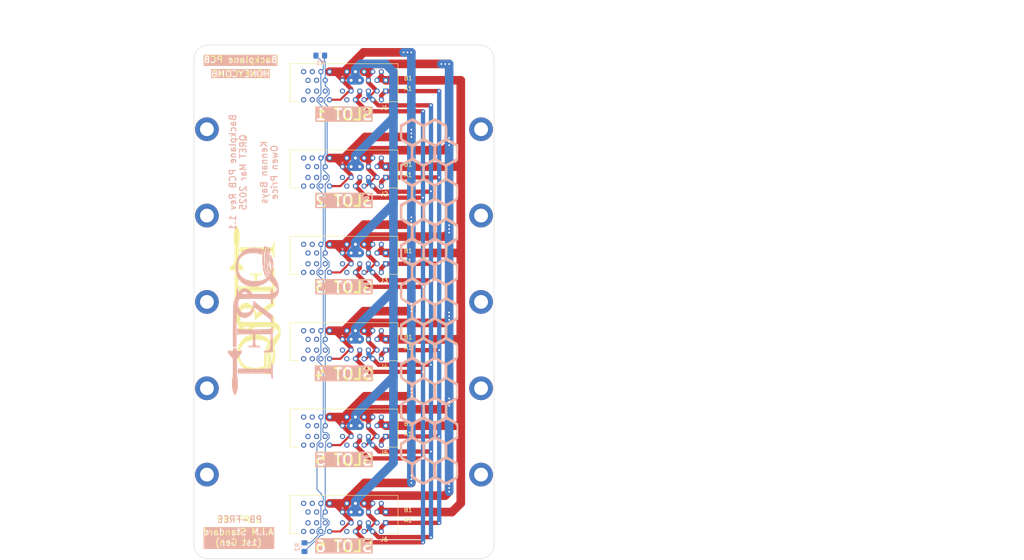
<source format=kicad_pcb>
(kicad_pcb (version 20221018) (generator pcbnew)
  (layers (0 "F.Cu" signal) (31 "B.Cu" signal) (34 "B.Paste" user) (35 "F.Paste" user) (36 "B.SilkS" user "B.Silkscreen") (37 "F.SilkS" user "F.Silkscreen") (38 "B.Mask" user) (39 "F.Mask" user) (44 "Edge.Cuts" user))
  (net 0 "")
  (net 1 "3.3V_A")
  (net 2 "GND1")
  (net 3 "5.0V_A")
  (net 4 "3.3V_B")
  (net 5 "GND2")
  (net 14 "BATT_A")
  (net 15 "BATT_B")
  (net 80 "CAN_L")
  (net 81 "CAN_H")
  (footprint "footprints:AMPHENOL_10018784-10210TLF" (layer "F.Cu") (at 32.75 69.42 180)
    (fp_text reference "J4")
    (fp_text value "Edge Connector (SLOT 4)")
  )
  (footprint "MountingHole:MountingHole_3.2mm_M3_ISO14580_Pad" (layer "F.Cu") (at 3 59.5 180)
    (fp_text reference "H3" hide)
    (fp_text value "MountingHole")
  )
  (footprint "MountingHole:MountingHole_3.2mm_M3_ISO14580_Pad" (layer "F.Cu") (at 66.5 39.5 180)
    (fp_text reference "H6" hide)
    (fp_text value "MountingHole")
  )
  (footprint "MountingHole:MountingHole_3.2mm_M3_ISO14580_Pad" (layer "F.Cu") (at 3 79.5 180)
    (fp_text reference "H4" hide)
    (fp_text value "MountingHole")
  )
  (footprint "MountingHole:MountingHole_3.2mm_M3_ISO14580_Pad" (layer "F.Cu") (at 66.5 79.5 180)
    (fp_text reference "H8" hide)
    (fp_text value "MountingHole")
  )
  (footprint "MountingHole:MountingHole_3.2mm_M3_ISO14580_Pad" (layer "F.Cu") (at 3 39.5 180)
    (fp_text reference "H2" hide)
    (fp_text value "MountingHole")
  )
  (footprint "footprints:AMPHENOL_10018784-10210TLF" (layer "F.Cu") (at 32.75 49.42 180)
    (fp_text reference "J3")
    (fp_text value "Edge Connector (SLOT 3)")
  )
  (footprint "footprints:AMPHENOL_10018784-10210TLF" (layer "F.Cu") (at 32.75 109.42 180)
    (fp_text reference "J6")
    (fp_text value "Edge Connector (SLOT 6)")
  )
  (footprint "MountingHole:MountingHole_3.2mm_M3_ISO14580_Pad" (layer "F.Cu") (at 66.5 59.5 180)
    (fp_text reference "H7" hide)
    (fp_text value "MountingHole")
  )
  (footprint "footprints:AMPHENOL_10018784-10210TLF" (layer "F.Cu") (at 32.75 89.42 180)
    (fp_text reference "J5")
    (fp_text value "Edge Connector (SLOT 5)")
  )
  (footprint "MountingHole:MountingHole_3.2mm_M3_ISO14580_Pad" (layer "F.Cu") (at 66.5 99.5 180)
    (fp_text reference "H10" hide)
    (fp_text value "MountingHole")
  )
  (footprint "MountingHole:MountingHole_3.2mm_M3_ISO14580_Pad" (layer "F.Cu") (at 3 99.5 180)
    (fp_text reference "H9" hide)
    (fp_text value "MountingHole")
  )
  (footprint "MountingHole:MountingHole_3.2mm_M3_ISO14580_Pad" (layer "F.Cu") (at 3 19.5 180)
    (fp_text reference "H1" hide)
    (fp_text value "MountingHole")
  )
  (footprint "footprints:AMPHENOL_10018784-10210TLF" (layer "F.Cu") (at 32.75 9.42 180)
    (fp_text reference "J1")
    (fp_text value "Edge Connector (SLOT 1)")
  )
  (footprint "footprints:AMPHENOL_10018784-10210TLF" (layer "F.Cu") (at 32.75 29.42 180)
    (fp_text reference "J2")
    (fp_text value "Edge Connector (SLOT 2)")
  )
  (footprint "MountingHole:MountingHole_3.2mm_M3_ISO14580_Pad" (layer "F.Cu") (at 66.5 19.5 180)
    (fp_text reference "H5" hide)
    (fp_text value "MountingHole")
  )
  (footprint "Resistor_SMD:R_0805_2012Metric_Pad1.20x1.40mm_HandSolder" (layer "B.Cu") (at 25.6 116.3 -90)
    (fp_text reference "R2")
    (fp_text value "120R")
  )
  (footprint "Resistor_SMD:R_0805_2012Metric_Pad1.20x1.40mm_HandSolder" (layer "B.Cu") (at 29.25 2.45)
    (fp_text reference "R1")
    (fp_text value "120R")
  )
  (gr_poly (pts (xy 58.501915 101.859391) (xy 58.615179 101.821264) (xy 58.760318 101.761433) (xy 58.931935 101.682937) (xy 59.333027 101.482102) (xy 59.775295 101.243068) (xy 60.215578 100.990144) (xy 60.610717 100.747636) (xy 60.77787 100.637886) (xy 60.917551 100.539855) (xy 61.024366 100.456583) (xy 61.09292 100.391108) (xy 61.110776 100.362735) (xy 61.127288 100.320222) (xy 61.142436 100.263985) (xy 61.156199 100.194435) (xy 61.179488 100.017055) (xy 61.196989 99.791387) (xy 61.208537 99.520741) (xy 61.213967 99.208422) (xy 61.213112 98.85774) (xy 61.205809 98.472001) (xy 61.163475 96.72222) (xy 59.935809 96.016664) (xy 58.708142 95.311109) (xy 58.694031 93.970553) (xy 58.694031 92.629998) (xy 59.96403 91.88211) (xy 61.23403 91.148331) (xy 61.23403 87.648777) (xy 60.288586 87.013778) (xy 59.516003 86.523417) (xy 59.35345 86.421497) (xy 59.213055 86.335122) (xy 59.099781 86.267928) (xy 59.018587 86.223555) (xy 58.966108 86.194826) (xy 58.919561 86.165704) (xy 58.878595 86.134475) (xy 58.842859 86.099421) (xy 58.812001 86.058827) (xy 58.785671 86.010979) (xy 58.763515 85.954159) (xy 58.745184 85.886652) (xy 58.730325 85.806744) (xy 58.718588 85.712717) (xy 58.70962 85.602856) (xy 58.703071 85.475446) (xy 58.695822 85.161116) (xy 58.694031 84.755999) (xy 58.694031 83.457776) (xy 59.300809 83.11911) (xy 59.432935 83.042932) (xy 59.58259 82.954187) (xy 59.914642 82.752222) (xy 60.257277 82.539673) (xy 60.570808 82.342999) (xy 61.23403 81.905552) (xy 61.23403 78.363664) (xy 59.96403 77.615777) (xy 58.694031 76.867889) (xy 58.694031 74.243222) (xy 59.724142 73.650555) (xy 60.246832 73.341406) (xy 60.455601 73.2139) (xy 60.632765 73.098237) (xy 60.780907 72.989768) (xy 60.844903 72.936778) (xy 60.902612 72.883842) (xy 60.954358 72.830379) (xy 61.000463 72.775807) (xy 61.041251 72.719545) (xy 61.077044 72.661013) (xy 61.108166 72.599628) (xy 61.134939 72.534808) (xy 61.157686 72.465974) (xy 61.176731 72.392543) (xy 61.192397 72.313934) (xy 61.205005 72.229566) (xy 61.222344 72.041226) (xy 61.231333 71.822873) (xy 61.234554 71.569855) (xy 61.23403 70.941223) (xy 61.231384 70.534177) (xy 61.228077 70.350529) (xy 61.223447 70.179883) (xy 61.217494 70.022052) (xy 61.210218 69.876852) (xy 61.201619 69.744095) (xy 61.191697 69.623596) (xy 61.180452 69.515168) (xy 61.167885 69.418626) (xy 61.153994 69.333784) (xy 61.138781 69.260455) (xy 61.122244 69.198454) (xy 61.104385 69.147594) (xy 61.094959 69.126284) (xy 61.085203 69.10769) (xy 61.075115 69.091788) (xy 61.064697 69.078555) (xy 61.006076 69.034182) (xy 60.907932 68.966988) (xy 60.775723 68.880613) (xy 60.614906 68.778693) (xy 60.229276 68.542773) (xy 60.015377 68.416049) (xy 59.794698 68.288333) (xy 58.694031 67.653332) (xy 58.694031 65.071002) (xy 59.96403 64.323111) (xy 61.23403 63.575222) (xy 61.23403 59.976889) (xy 59.96403 59.229001) (xy 58.694031 58.481109) (xy 58.708142 57.140555) (xy 58.708142 55.8) (xy 59.935809 55.094445) (xy 61.163475 54.388888) (xy 61.205809 52.554443) (xy 61.248142 50.720001) (xy 59.96403 49.972113) (xy 58.67992 49.224225) (xy 58.722253 47.940112) (xy 58.764587 46.655999) (xy 60.006364 45.894) (xy 61.23403 45.132007) (xy 61.23403 43.452777) (xy 61.232129 43.113395) (xy 61.226754 42.788234) (xy 61.218403 42.484901) (xy 61.207572 42.211002) (xy 61.194757 41.974145) (xy 61.180453 41.781936) (xy 61.165156 41.641982) (xy 61.157291 41.593977) (xy 61.149364 41.561889) (xy 61.135411 41.537487) (xy 61.109841 41.506905) (xy 61.073275 41.470576) (xy 61.026332 41.428935) (xy 60.903797 41.331452) (xy 60.747197 41.217929) (xy 60.561492 41.091839) (xy 60.351645 40.956653) (xy 60.122615 40.815845) (xy 59.879364 40.672888) (xy 58.694031 39.995556) (xy 58.694031 37.413226) (xy 59.724142 36.820556) (xy 60.250884 36.511737) (xy 60.460842 36.384272) (xy 60.638719 36.268238) (xy 60.787161 36.158735) (xy 60.851171 36.104903) (xy 60.908814 36.050866) (xy 60.960422 35.996013) (xy 61.006324 35.939731) (xy 61.046852 35.881407) (xy 61.082336 35.82043) (xy 61.113108 35.756188) (xy 61.139497 35.688067) (xy 61.161835 35.615455) (xy 61.180453 35.53774) (xy 61.207848 35.364552) (xy 61.224329 35.163603) (xy 61.232542 34.929994) (xy 61.235133 34.658827) (xy 61.23403 33.984222) (xy 61.23352 33.743011) (xy 61.231936 33.521643) (xy 61.229193 33.319458) (xy 61.225211 33.135794) (xy 61.219906 32.969988) (xy 61.213195 32.821381) (xy 61.204995 32.68931) (xy 61.195225 32.573114) (xy 61.183801 32.472131) (xy 61.170641 32.385701) (xy 61.163384 32.347735) (xy 61.155662 32.313161) (xy 61.147465 32.281893) (xy 61.138781 32.25385) (xy 61.129602 32.228948) (xy 61.119916 32.207107) (xy 61.109714 32.188241) (xy 61.098984 32.17227) (xy 61.087717 32.159109) (xy 61.075902 32.148677) (xy 61.063529 32.140891) (xy 61.050588 32.135669) (xy 60.992544 32.112931) (xy 60.895805 32.067538) (xy 60.765333 32.001972) (xy 60.606086 31.918711) (xy 60.221118 31.709029) (xy 59.780587 31.458337) (xy 58.694031 30.823333) (xy 58.708142 29.482782) (xy 58.708142 28.14223) (xy 59.935809 27.436676) (xy 61.163475 26.731115) (xy 61.205809 24.896673) (xy 61.248142 23.062231) (xy 59.96403 22.314343) (xy 58.694031 21.58056) (xy 58.694031 20.268231) (xy 58.693245 19.973306) (xy 58.690393 19.71131) (xy 58.684729 19.479782) (xy 58.67551 19.276263) (xy 58.669335 19.184238) (xy 58.661991 19.098292) (xy 58.653387 19.018119) (xy 58.643429 18.943411) (xy 58.632024 18.87386) (xy 58.619079 18.809159) (xy 58.604501 18.749) (xy 58.588198 18.693076) (xy 58.570075 18.641079) (xy 58.55004 18.592703) (xy 58.528 18.547639) (xy 58.503862 18.50558) (xy 58.477533 18.466218) (xy 58.448919 18.429247) (xy 58.417929 18.394358) (xy 58.384469 18.361244) (xy 58.348445 18.329598) (xy 58.309765 18.299111) (xy 58.268336 18.269478) (xy 58.224065 18.24039) (xy 58.176859 18.211539) (xy 58.126624 18.182619) (xy 58.016699 18.123339) (xy 57.756745 17.978922) (xy 57.429323 17.793493) (xy 57.078088 17.589543) (xy 56.907184 17.487651) (xy 56.746698 17.389563) (xy 56.59324 17.296628) (xy 56.442427 17.209647) (xy 56.298229 17.130602) (xy 56.164614 17.06148) (xy 56.103016 17.031259) (xy 56.045552 17.004263) (xy 55.992718 16.98074) (xy 55.94501 16.960937) (xy 55.902925 16.945103) (xy 55.866958 16.933486) (xy 55.837606 16.926334) (xy 55.815365 16.923895) (xy 55.7882 16.927633) (xy 55.749522 16.938585) (xy 55.640519 16.98056) (xy 55.494144 17.046678) (xy 55.316184 17.133797) (xy 55.112427 17.238776) (xy 54.888661 17.358472) (xy 54.650674 17.489744) (xy 54.404253 17.629449) (xy 53.20481 18.349115) (xy 52.739142 18.109234) (xy 52.630856 18.05287) (xy 52.499915 17.981128) (xy 52.190573 17.804078) (xy 51.852127 17.603218) (xy 51.525587 17.40368) (xy 51.44893 17.354108) (xy 51.372708 17.306086) (xy 51.223301 17.215603) (xy 51.150985 17.173596) (xy 51.080839 17.134049) (xy 51.013298 17.097189) (xy 50.948795 17.063244) (xy 50.887766 17.032441) (xy 50.830642 17.005008) (xy 50.77786 16.981171) (xy 50.729853 16.961158) (xy 50.687054 16.945196) (xy 50.649899 16.933514) (xy 50.618821 16.926338) (xy 50.594254 16.923895) (xy 50.56876 16.927964) (xy 50.529872 16.939908) (xy 50.415219 16.985851) (xy 50.25691 17.058584) (xy 50.061559 17.154964) (xy 49.835782 17.271849) (xy 49.586191 17.406098) (xy 49.319403 17.554568) (xy 49.042032 17.714117) (xy 47.687365 18.504339) (xy 47.687365 18.970007) (xy 48.251809 18.970007) (xy 49.380698 18.306781) (xy 50.509587 17.657678) (xy 51.709031 18.306781) (xy 52.882967 18.955902) (xy 53.47292 18.955902) (xy 54.009142 18.659558) (xy 54.134709 18.595204) (xy 54.27549 18.520433) (xy 54.58417 18.350879) (xy 54.898142 18.17339) (xy 55.180365 18.010455) (xy 55.801254 17.64356) (xy 56.958365 18.306781) (xy 58.129587 18.970007) (xy 58.129587 21.58056) (xy 57.607476 21.905114) (xy 57.349066 22.060559) (xy 57.043031 22.238493) (xy 56.726413 22.41907) (xy 56.436253 22.582446) (xy 55.801254 22.935223) (xy 54.644142 22.300226) (xy 53.487032 21.651117) (xy 53.47292 20.296454) (xy 53.47292 18.955902) (xy 52.882967 18.955902) (xy 52.908476 18.970007) (xy 52.880254 20.296454) (xy 52.83792 21.622894) (xy 51.807809 22.243786) (xy 51.592339 22.367063) (xy 51.383153 22.481246) (xy 51.185212 22.583855) (xy 51.092008 22.630043) (xy 51.003476 22.672408) (xy 50.920236 22.710639) (xy 50.842907 22.744425) (xy 50.77211 22.773458) (xy 50.708466 22.797426) (xy 50.652593 22.81602) (xy 50.605113 22.82893) (xy 50.566645 22.835845) (xy 50.550984 22.836958) (xy 50.537809 22.836456) (xy 50.506497 22.833366) (xy 50.465903 22.824302) (xy 50.41667 22.809573) (xy 50.359436 22.789492) (xy 50.223534 22.734507) (xy 50.063323 22.661829) (xy 49.88393 22.573937) (xy 49.690481 22.473312) (xy 49.488103 22.362435) (xy 49.28192 22.243786) (xy 48.251809 21.651117) (xy 48.251809 18.970007) (xy 47.687365 18.970007) (xy 47.687365 20.197674) (xy 47.687007 20.831684) (xy 47.690621 21.087545) (xy 47.700374 21.308927) (xy 47.718974 21.500543) (xy 47.732438 21.586662) (xy 47.749129 21.667107) (xy 47.769385 21.742467) (xy 47.793546 21.813331) (xy 47.82195 21.880288) (xy 47.854935 21.943927) (xy 47.892839 22.004838) (xy 47.936001 22.06361) (xy 47.98476 22.120831) (xy 48.039454 22.177091) (xy 48.100421 22.232979) (xy 48.168001 22.289084) (xy 48.324349 22.404301) (xy 48.511208 22.527456) (xy 48.731284 22.663261) (xy 49.28192 22.991675) (xy 50.227365 23.570227) (xy 50.227365 24.912549) (xy 50.798865 24.912549) (xy 50.809393 24.527165) (xy 50.820507 24.344736) (xy 50.835466 24.17502) (xy 50.854228 24.022418) (xy 50.876752 23.891335) (xy 50.902996 23.786173) (xy 50.932921 23.711334) (xy 50.949729 23.68614) (xy 50.975939 23.655797) (xy 51.05416 23.581222) (xy 51.162767 23.490731) (xy 51.296943 23.387445) (xy 51.622739 23.154971) (xy 51.993018 22.908772) (xy 52.36925 22.673817) (xy 52.712905 22.475077) (xy 52.860475 22.39709) (xy 52.985453 22.337521) (xy 53.083022 22.299491) (xy 53.120022 22.289528) (xy 53.148365 22.28612) (xy 53.166954 22.289376) (xy 53.195879 22.298936) (xy 53.28242 22.335729) (xy 53.403357 22.39402) (xy 53.554059 22.471328) (xy 53.729897 22.565172) (xy 53.92624 22.673072) (xy 54.138457 22.792547) (xy 54.36192 22.921118) (xy 55.438659 23.556115) (xy 56.154031 23.556115) (xy 56.690253 23.231561) (xy 56.805899 23.157947) (xy 56.93808 23.07656) (xy 57.082168 22.990212) (xy 57.233531 22.901714) (xy 57.387541 22.813877) (xy 57.539566 22.729512) (xy 57.684976 22.651432) (xy 57.819142 22.582446) (xy 58.425919 22.272009) (xy 59.583032 22.892895) (xy 60.740141 23.513788) (xy 60.782475 24.840228) (xy 60.810698 26.166674) (xy 59.69592 26.844006) (xy 59.465319 26.977815) (xy 59.242821 27.102197) (xy 59.033883 27.214342) (xy 58.843962 27.311438) (xy 58.757838 27.353465) (xy 58.678514 27.390675) (xy 58.606674 27.422718) (xy 58.542998 27.449242) (xy 58.488169 27.469896) (xy 58.44287 27.484328) (xy 58.407782 27.492186) (xy 58.39428 27.493541) (xy 58.383587 27.493121) (xy 58.359885 27.48971) (xy 58.32626 27.479726) (xy 58.231892 27.441527) (xy 58.105774 27.381499) (xy 57.953198 27.30262) (xy 57.779455 27.207866) (xy 57.589837 27.100214) (xy 57.389635 26.982641) (xy 57.184142 26.858123) (xy 56.154031 26.22312) (xy 56.154031 23.556115) (xy 55.438659 23.556115) (xy 55.462587 23.570227) (xy 55.420253 24.924896) (xy 55.37792 26.293676) (xy 54.601809 26.759344) (xy 54.087553 27.073977) (xy 53.882194 27.197889) (xy 53.705092 27.299974) (xy 53.551555 27.380561) (xy 53.482156 27.412897) (xy 53.416889 27.439982) (xy 53.355167 27.461858) (xy 53.296404 27.478567) (xy 53.240012 27.490149) (xy 53.185406 27.496647) (xy 53.131999 27.4981) (xy 53.079205 27.494552) (xy 53.026436 27.486042) (xy 52.973106 27.472613) (xy 52.918629 27.454306) (xy 52.862419 27.431162) (xy 52.803888 27.403222) (xy 52.74245 27.370528) (xy 52.608508 27.291043) (xy 52.455901 27.193037) (xy 52.075921 26.942785) (xy 51.867037 26.805092) (xy 51.666919 26.669383) (xy 51.48036 26.538966) (xy 51.312156 26.417148) (xy 51.167104 26.307236) (xy 51.104758 26.257778) (xy 51.049998 26.212538) (xy 51.003424 26.171928) (xy 50.965635 26.136361) (xy 50.93723 26.106252) (xy 50.918809 26.082013) (xy 50.903471 26.052504) (xy 50.889202 26.014615) (xy 50.863853 25.915902) (xy 50.842721 25.790276) (xy 50.825764 25.64214) (xy 50.812941 25.475896) (xy 50.804212 25.295948) (xy 50.798865 24.912549) (xy 50.227365 24.912549) (xy 50.227365 26.22312) (xy 48.957365 26.956891) (xy 47.687365 27.676562) (xy 47.687365 28.114007) (xy 48.251809 28.114007) (xy 49.408921 27.464898) (xy 50.551921 26.815783) (xy 51.130476 27.16856) (xy 51.404981 27.331721) (xy 51.717851 27.510754) (xy 52.033366 27.684496) (xy 52.180954 27.762768) (xy 52.315809 27.831781) (xy 52.908476 28.128119) (xy 52.908476 28.14223) (xy 53.47292 28.14223) (xy 54.587698 27.521338) (xy 54.81174 27.392767) (xy 55.025363 27.27329) (xy 55.223442 27.165389) (xy 55.400851 27.071544) (xy 55.552462 26.994236) (xy 55.673151 26.935944) (xy 55.720297 26.914705) (xy 55.75779 26.89915) (xy 55.784989 26.88959) (xy 55.801254 26.886334) (xy 55.817518 26.88959) (xy 55.844717 26.89915) (xy 55.929356 26.935944) (xy 56.050044 26.994236) (xy 56.201656 27.071544) (xy 56.379065 27.165389) (xy 56.577144 27.27329) (xy 56.790767 27.392767) (xy 57.014809 27.521338) (xy 58.129587 28.14223) (xy 58.129587 30.837445) (xy 56.986587 31.500665) (xy 56.757887 31.634472) (xy 56.540764 31.758855) (xy 56.340177 31.871) (xy 56.161087 31.968097) (xy 56.008455 32.047335) (xy 55.943612 32.079378) (xy 55.887243 32.105903) (xy 55.83997 32.126556) (xy 55.802411 32.140988) (xy 55.775188 32.148846) (xy 55.765646 32.150201) (xy 55.75892 32.14978) (xy 55.742818 32.146207) (xy 55.716091 32.135752) (xy 55.633243 32.095761) (xy 55.515338 32.03295) (xy 55.367337 31.950461) (xy 55.000889 31.739016) (xy 54.573586 31.48656) (xy 53.47292 30.823333) (xy 53.47292 28.14223) (xy 52.908476 28.14223) (xy 52.908476 29.482782) (xy 52.907732 29.926867) (xy 52.905964 30.108199) (xy 52.902523 30.265285) (xy 52.9 30.335413) (xy 52.896849 30.400294) (xy 52.893 30.460199) (xy 52.888384 30.515398) (xy 52.882931 30.566164) (xy 52.876571 30.612767) (xy 52.869234 30.655479) (xy 52.860851 30.694571) (xy 52.851351 30.730314) (xy 52.840666 30.76298) (xy 52.828725 30.79284) (xy 52.815458 30.820165) (xy 52.800796 30.845227) (xy 52.784669 30.868297) (xy 52.767008 30.889646) (xy 52.747741 30.909545) (xy 52.726801 30.928266) (xy 52.704116 30.946081) (xy 52.679618 30.96326) (xy 52.653236 30.980074) (xy 52.6249 30.996795) (xy 52.594541 31.013695) (xy 52.527476 31.049115) (xy 52.42969 31.099577) (xy 52.308754 31.164427) (xy 52.015948 31.326043) (xy 51.356254 31.698224) (xy 51.200067 31.79113) (xy 51.051322 31.877919) (xy 50.91349 31.95644) (xy 50.790045 32.024543) (xy 50.68446 32.080078) (xy 50.63945 32.102461) (xy 50.600207 32.120896) (xy 50.567165 32.135114) (xy 50.540758 32.144846) (xy 50.521421 32.149825) (xy 50.514539 32.150447) (xy 50.509587 32.14978) (xy 50.496127 32.146369) (xy 50.472022 32.136385) (xy 50.394273 32.098185) (xy 50.137407 31.959278) (xy 49.777353 31.75687) (xy 49.352476 31.514776) (xy 48.251809 30.879779) (xy 48.251809 28.114007) (xy 47.687365 28.114007) (xy 47.687365 31.119671) (xy 48.350587 31.613556) (xy 48.501234 31.723414) (xy 48.664119 31.838894) (xy 48.834279 31.956358) (xy 49.006754 32.072168) (xy 49.176583 32.182686) (xy 49.338806 32.284274) (xy 49.488461 32.373296) (xy 49.620587 32.446112) (xy 50.227365 32.784778) (xy 50.227365 34.504435) (xy 50.793573 34.504435) (xy 50.795337 34.088295) (xy 50.814299 33.67414) (xy 50.829816 33.480673) (xy 50.849136 33.303143) (xy 50.872094 33.146698) (xy 50.898525 33.016483) (xy 50.928263 32.917646) (xy 50.94432 32.881603) (xy 50.961143 32.855334) (xy 51.023072 32.793137) (xy 51.115924 32.714279) (xy 51.235234 32.621613) (xy 51.376539 32.517992) (xy 51.707268 32.289293) (xy 52.072393 32.051003) (xy 52.436195 31.825942) (xy 52.762955 31.636931) (xy 52.901282 31.563075) (xy 53.016955 31.506789) (xy 53.105508 31.470925) (xy 53.138219 31.461544) (xy 53.162476 31.458337) (xy 53.183704 31.461755) (xy 53.215227 31.471787) (xy 53.306674 31.510372) (xy 53.431855 31.571446) (xy 53.585809 31.652364) (xy 53.763576 31.75048) (xy 53.960194 31.863148) (xy 54.170703 31.987722) (xy 54.390142 32.121557) (xy 55.439283 32.756561) (xy 56.154031 32.756561) (xy 57.28292 32.093335) (xy 57.511647 31.960768) (xy 57.728963 31.839776) (xy 57.930074 31.732675) (xy 58.110184 31.641781) (xy 58.190865 31.603134) (xy 58.264497 31.569406) (xy 58.330481 31.540888) (xy 58.388217 31.517868) (xy 58.437106 31.500636) (xy 58.476549 31.489481) (xy 58.505946 31.484692) (xy 58.51669 31.484776) (xy 58.524698 31.48656) (xy 58.568134 31.505244) (xy 58.65258 31.548734) (xy 58.923337 31.698224) (xy 59.294635 31.911214) (xy 59.724142 32.163891) (xy 60.810698 32.798889) (xy 60.810698 34.083001) (xy 60.812517 34.557736) (xy 60.810884 34.748109) (xy 60.804083 34.912251) (xy 60.789511 35.053985) (xy 60.778496 35.117645) (xy 60.764561 35.177137) (xy 60.747381 35.232939) (xy 60.726631 35.285529) (xy 60.701984 35.335386) (xy 60.673115 35.382987) (xy 60.639698 35.42881) (xy 60.601409 35.473334) (xy 60.55792 35.517036) (xy 60.508908 35.560394) (xy 60.454045 35.603887) (xy 60.393008 35.647992) (xy 60.251104 35.739952) (xy 60.080593 35.840097) (xy 59.878869 35.952252) (xy 59.371365 36.227887) (xy 59.289268 36.274813) (xy 59.207378 36.320189) (xy 59.126232 36.363787) (xy 59.046368 36.40538) (xy 58.968323 36.44474) (xy 58.892634 36.481641) (xy 58.819839 36.515854) (xy 58.750476 36.547153) (xy 58.685081 36.57531) (xy 58.624192 36.600098) (xy 58.568347 36.621289) (xy 58.518083 36.638656) (xy 58.473938 36.651972) (xy 58.436448 36.661009) (xy 58.406152 36.66554) (xy 58.39387 36.666045) (xy 58.383587 36.665338) (xy 58.359885 36.659766) (xy 58.32626 36.648552) (xy 58.231892 36.610434) (xy 58.105774 36.553466) (xy 57.953198 36.480127) (xy 57.779455 36.392898) (xy 57.589837 36.294258) (xy 57.389635 36.186688) (xy 57.184142 36.072668) (xy 56.154031 35.479998) (xy 56.154031 32.756561) (xy 55.439283 32.756561) (xy 55.462587 32.770666) (xy 55.420253 34.111224) (xy 55.37792 35.451776) (xy 54.390142 36.058557) (xy 54.189279 36.18247) (xy 53.992385 36.298445) (xy 53.804752 36.403837) (xy 53.63167 36.496) (xy 53.55224 36.536293) (xy 53.478432 36.572287) (xy 53.410908 36.603651) (xy 53.35033 36.630054) (xy 53.297358 36.651166) (xy 53.252654 36.666655) (xy 53.216881 36.676191) (xy 53.190698 36.679443) (xy 53.163475 36.676279) (xy 53.127198 36.667027) (xy 53.029964 36.631708) (xy 52.903956 36.57638) (xy 52.754135 36.503936) (xy 52.402901 36.31928) (xy 52.015948 36.100889) (xy 51.632964 35.871914) (xy 51.293636 35.655508) (xy 51.152745 35.559252) (xy 51.037651 35.47482) (xy 50.953315 35.405106) (xy 50.904698 35.353003) (xy 50.8882 35.32289) (xy 50.873086 35.28325) (xy 50.846931 35.177965) (xy 50.826067 35.042294) (xy 50.81033 34.881384) (xy 50.799554 34.700382) (xy 50.793573 34.504435) (xy 50.227365 34.504435) (xy 50.227365 35.479998) (xy 49.620587 35.804553) (xy 49.338806 35.962202) (xy 49.006754 36.144986) (xy 48.664119 36.330415) (xy 48.350587 36.496002) (xy 47.687365 36.848779) (xy 47.687365 38.570337) (xy 47.688137 39.131777) (xy 47.68997 39.361638) (xy 47.693539 39.561423) (xy 47.696155 39.650935) (xy 47.699423 39.734005) (xy 47.703414 39.810993) (xy 47.708201 39.882258) (xy 47.713856 39.948159) (xy 47.720452 40.009055) (xy 47.724352 40.03789) (xy 48.237698 40.03789) (xy 48.280032 38.683227) (xy 48.322365 37.328558) (xy 49.451254 36.665338) (xy 49.627078 36.560424) (xy 49.78496 36.467643) (xy 49.92614 36.386563) (xy 50.051858 36.316747) (xy 50.109307 36.285929) (xy 50.163355 36.257764) (xy 50.214158 36.232198) (xy 50.261871 36.209177) (xy 50.306649 36.188647) (xy 50.348646 36.170554) (xy 50.388018 36.154843) (xy 50.424921 36.14146) (xy 50.459508 36.130351) (xy 50.491934 36.121461) (xy 50.522356 36.114737) (xy 50.550928 36.110124) (xy 50.577805 36.107567) (xy 50.603142 36.107013) (xy 50.627094 36.108407) (xy 50.649816 36.111695) (xy 50.671464 36.116822) (xy 50.692191 36.123736) (xy 50.712154 36.13238) (xy 50.731506 36.142701) (xy 50.750404 36.154645) (xy 50.769003 36.168157) (xy 50.787456 36.183184) (xy 50.80592 36.19967) (xy 50.82739 36.220492) (xy 50.849356 36.240571) (xy 50.871653 36.259822) (xy 50.894115 36.278163) (xy 50.916577 36.295513) (xy 50.938873 36.311787) (xy 50.960839 36.326904) (xy 50.982309 36.34078) (xy 51.003118 36.353334) (xy 51.023099 36.364482) (xy 51.042089 36.374141) (xy 51.05992 36.38223) (xy 51.076429 36.388665) (xy 51.09145 36.393364) (xy 51.104817 36.396244) (xy 51.110829 36.396976) (xy 51.116365 36.397223) (xy 51.128685 36.399824) (xy 51.149438 36.407448) (xy 51.214261 36.43669) (xy 51.306865 36.4828) (xy 51.423282 36.543627) (xy 51.711677 36.700834) (xy 52.047698 36.891113) (xy 52.908476 37.399115) (xy 52.908476 40.009668) (xy 52.860094 40.03789) (xy 53.458809 40.03789) (xy 53.501143 38.697332) (xy 53.506941 38.512025) (xy 53.513793 38.341992) (xy 53.521761 38.186636) (xy 53.530908 38.045357) (xy 53.541295 37.917554) (xy 53.552984 37.80263) (xy 53.566038 37.699983) (xy 53.580517 37.609016) (xy 53.588312 37.567725) (xy 53.596485 37.529128) (xy 53.605047 37.493152) (xy 53.614004 37.45972) (xy 53.623364 37.428759) (xy 53.633134 37.400193) (xy 53.643324 37.373947) (xy 53.653939 37.349947) (xy 53.664989 37.328117) (xy 53.676481 37.308382) (xy 53.688422 37.290668) (xy 53.70082 37.2749) (xy 53.713684 37.261003) (xy 53.72702 37.248901) (xy 53.740837 37.23852) (xy 53.755142 37.229785) (xy 53.907719 37.138061) (xy 54.17142 36.982837) (xy 54.884031 36.566559) (xy 55.801254 36.03034) (xy 56.972476 36.707672) (xy 58.129587 37.399115) (xy 58.129587 40.009668) (xy 57.043031 40.644671) (xy 56.618155 40.886985) (xy 56.258101 41.090934) (xy 56.001234 41.234029) (xy 55.923485 41.275728) (xy 55.88592 41.29378) (xy 55.871971 41.293166) (xy 55.846425 41.286227) (xy 55.763109 41.254532) (xy 55.641098 41.201009) (xy 55.485517 41.127974) (xy 55.301494 41.037741) (xy 55.094155 40.932625) (xy 54.868625 40.814942) (xy 54.630032 40.687005) (xy 53.458809 40.03789) (xy 52.860094 40.03789) (xy 51.892476 40.602331) (xy 51.476198 40.828773) (xy 51.102254 41.027432) (xy 50.944386 41.109315) (xy 50.812976 41.175819) (xy 50.713316 41.224133) (xy 50.650698 41.251446) (xy 50.624023 41.255956) (xy 50.586785 41.253789) (xy 50.539666 41.245214) (xy 50.483349 41.230501) (xy 50.418516 41.209916) (xy 50.345849 41.18373) (xy 50.17974 41.115628) (xy 49.99048 41.028343) (xy 49.783526 40.924024) (xy 49.564336 40.804823) (xy 49.338365 40.672888) (xy 48.237698 40.03789) (xy 47.724352 40.03789) (xy 47.72806 40.065305) (xy 47.736754 40.117269) (xy 47.746605 40.165305) (xy 47.757686 40.209773) (xy 47.77007 40.251032) (xy 47.783828 40.289441) (xy 47.799033 40.325359) (xy 47.815757 40.359146) (xy 47.834073 40.39116) (xy 47.854053 40.42176) (xy 47.875769 40.451307) (xy 47.899294 40.480158) (xy 47.924699 40.508674) (xy 47.952059 40.537212) (xy 47.981444 40.566133) (xy 48.012927 40.595796) (xy 48.082476 40.658783) (xy 48.126194 40.700547) (xy 48.177561 40.746177) (xy 48.300757 40.847297) (xy 48.447105 40.958669) (xy 48.611643 41.076822) (xy 48.78941 41.198281) (xy 48.975445 41.319576) (xy 49.164787 41.437232) (xy 49.352476 41.547778) (xy 50.241476 42.05578) (xy 50.216726 42.806533) (xy 50.90536 42.806533) (xy 50.910183 42.469436) (xy 50.918809 42.22511) (xy 50.926984 42.203193) (xy 50.945846 42.174785) (xy 50.974837 42.140341) (xy 51.013398 42.100316) (xy 51.060971 42.055165) (xy 51.116999 42.005342) (xy 51.252184 41.8935) (xy 51.41449 41.768429) (xy 51.59945 41.633768) (xy 51.8026 41.493154) (xy 52.019476 41.350225) (xy 53.120142 40.644671) (xy 53.755142 41.01156) (xy 54.360156 41.353751) (xy 54.662002 41.527494) (xy 54.912254 41.67478) (xy 55.448476 41.971112) (xy 55.448476 43.31167) (xy 55.434364 44.652221) (xy 56.154031 44.652221) (xy 56.182253 43.325781) (xy 56.224587 41.999334) (xy 57.339365 41.336114) (xy 58.440031 40.658783) (xy 59.625364 41.378442) (xy 60.810698 42.098114) (xy 60.810698 44.539337) (xy 59.625364 45.258996) (xy 59.382747 45.407992) (xy 59.155508 45.546073) (xy 58.948444 45.670262) (xy 58.76635 45.777584) (xy 58.614022 45.865063) (xy 58.496255 45.92972) (xy 58.451831 45.952561) (xy 58.417845 45.968581) (xy 58.394897 45.977407) (xy 58.38775 45.979006) (xy 58.383587 45.978668) (xy 58.351258 45.96464) (xy 58.278415 45.924649) (xy 58.029045 45.779349) (xy 57.240587 45.315448) (xy 56.154031 44.652221) (xy 55.434364 44.652221) (xy 54.319587 45.329553) (xy 54.096786 45.46339) (xy 53.886552 45.587966) (xy 53.693517 45.700635) (xy 53.522309 45.798752) (xy 53.37756 45.87967) (xy 53.263899 45.940745) (xy 53.185958 45.97933) (xy 53.161828 45.989362) (xy 53.148365 45.992779) (xy 53.05204 45.941516) (xy 52.822266 45.804925) (xy 52.127073 45.378946) (xy 51.392193 44.921218) (xy 50.947031 44.638116) (xy 50.939428 44.611792) (xy 50.932507 44.546587) (xy 50.920794 44.318631) (xy 50.906462 43.606238) (xy 50.90536 42.806533) (xy 50.216726 42.806533) (xy 50.199143 43.339892) (xy 50.156809 44.623999) (xy 48.915032 45.386004) (xy 47.687365 46.148004) (xy 47.687365 46.627777) (xy 48.251809 46.627777) (xy 49.380698 45.964557) (xy 50.509587 45.315448) (xy 51.709031 45.964557) (xy 52.908476 46.627777) (xy 53.47292 46.627777) (xy 54.587698 46.006891) (xy 54.81174 45.87832) (xy 55.025363 45.758844) (xy 55.223442 45.650944) (xy 55.400851 45.5571) (xy 55.552462 45.479793) (xy 55.673151 45.421502) (xy 55.720297 45.400263) (xy 55.75779 45.384709) (xy 55.784989 45.375149) (xy 55.801254 45.371893) (xy 55.817518 45.375149) (xy 55.844717 45.384709) (xy 55.929356 45.421502) (xy 56.050044 45.479793) (xy 56.201656 45.5571) (xy 56.379065 45.650944) (xy 56.577144 45.758844) (xy 56.790767 45.87832) (xy 57.014809 46.006891) (xy 58.129587 46.627777) (xy 58.129587 49.238336) (xy 57.607476 49.56289) (xy 57.349066 49.718332) (xy 57.043031 49.896264) (xy 56.726413 50.076843) (xy 56.436253 50.240222) (xy 55.801254 50.592999) (xy 54.644142 49.958001) (xy 53.487032 49.308886) (xy 53.47292 47.968335) (xy 53.47292 46.627777) (xy 52.908476 46.627777) (xy 52.880254 47.954223) (xy 52.83792 49.280664) (xy 51.807809 49.901556) (xy 51.592339 50.024835) (xy 51.383153 50.139019) (xy 51.185212 50.241627) (xy 51.092008 50.287816) (xy 51.003476 50.33018) (xy 50.920236 50.36841) (xy 50.842907 50.402197) (xy 50.77211 50.431229) (xy 50.708466 50.455197) (xy 50.652593 50.47379) (xy 50.605113 50.4867) (xy 50.566645 50.493615) (xy 50.550984 50.494728) (xy 50.537809 50.494226) (xy 50.506497 50.491135) (xy 50.465903 50.482071) (xy 50.41667 50.467343) (xy 50.359436 50.447262) (xy 50.223534 50.392277) (xy 50.063323 50.319599) (xy 49.88393 50.231707) (xy 49.690481 50.131082) (xy 49.488103 50.020205) (xy 49.28192 49.901556) (xy 48.251809 49.308886) (xy 48.251809 46.627777) (xy 47.687365 46.627777) (xy 47.687365 49.73222) (xy 48.957365 50.480108) (xy 50.227365 51.213888) (xy 50.227365 52.570319) (xy 50.798865 52.570319) (xy 50.809393 52.184937) (xy 50.820507 52.002509) (xy 50.835466 51.832793) (xy 50.854228 51.680193) (xy 50.876752 51.549111) (xy 50.902996 51.44395) (xy 50.932921 51.369113) (xy 50.949729 51.343919) (xy 50.975939 51.313575) (xy 51.05416 51.238999) (xy 51.162767 51.148507) (xy 51.296943 51.04522) (xy 51.622739 50.812745) (xy 51.993018 50.566544) (xy 52.36925 50.331588) (xy 52.712905 50.132847) (xy 52.860475 50.05486) (xy 52.985453 49.995291) (xy 53.083022 49.957261) (xy 53.120022 49.947298) (xy 53.148365 49.94389) (xy 53.166954 49.947146) (xy 53.195879 49.956706) (xy 53.28242 49.993499) (xy 53.403357 50.05179) (xy 53.554059 50.129097) (xy 53.729897 50.222941) (xy 53.92624 50.330841) (xy 54.138457 50.450317) (xy 54.36192 50.578888) (xy 55.438659 51.213888) (xy 56.154031 51.213888) (xy 56.690253 50.889334) (xy 56.805899 50.81572) (xy 56.93808 50.734333) (xy 57.082168 50.647984) (xy 57.233531 50.559486) (xy 57.387541 50.471649) (xy 57.539566 50.387285) (xy 57.684976 50.309206) (xy 57.819142 50.240222) (xy 58.425919 49.929779) (xy 59.583032 50.550665) (xy 60.740141 51.171557) (xy 60.782475 52.498001) (xy 60.810698 53.824444) (xy 59.69592 54.501779) (xy 59.465319 54.635585) (xy 59.242821 54.759966) (xy 59.033883 54.872111) (xy 58.843962 54.969207) (xy 58.757838 55.011234) (xy 58.678514 55.048444) (xy 58.606674 55.080487) (xy 58.542998 55.107011) (xy 58.488169 55.127664) (xy 58.44287 55.142096) (xy 58.407782 55.149954) (xy 58.39428 55.151308) (xy 58.383587 55.150888) (xy 58.359885 55.147477) (xy 58.32626 55.137493) (xy 58.231892 55.099295) (xy 58.105774 55.039268) (xy 57.953198 54.960389) (xy 57.779455 54.865636) (xy 57.589837 54.757983) (xy 57.389635 54.640408) (xy 57.184142 54.515887) (xy 56.154031 53.880887) (xy 56.154031 51.213888) (xy 55.438659 51.213888) (xy 55.462587 51.228) (xy 55.420253 52.582669) (xy 55.37792 53.951443) (xy 54.601809 54.417114) (xy 54.087553 54.731746) (xy 53.882194 54.855659) (xy 53.705092 54.957744) (xy 53.551555 55.038331) (xy 53.482156 55.070667) (xy 53.416889 55.097752) (xy 53.355167 55.119628) (xy 53.296404 55.136337) (xy 53.240012 55.147919) (xy 53.185406 55.154416) (xy 53.131999 55.15587) (xy 53.079205 55.152322) (xy 53.026436 55.143812) (xy 52.973106 55.130383) (xy 52.918629 55.112076) (xy 52.862419 55.088932) (xy 52.803888 55.060992) (xy 52.74245 55.028298) (xy 52.608508 54.948813) (xy 52.455901 54.850807) (xy 52.075921 54.600555) (xy 51.867037 54.462862) (xy 51.666919 54.327153) (xy 51.48036 54.196735) (xy 51.312156 54.074917) (xy 51.167104 53.965004) (xy 51.104758 53.915546) (xy 51.049998 53.870305) (xy 51.003424 53.829694) (xy 50.965635 53.794127) (xy 50.93723 53.764016) (xy 50.918809 53.739776) (xy 50.903471 53.710268) (xy 50.889202 53.67238) (xy 50.863853 53.573668) (xy 50.842721 53.448043) (xy 50.825764 53.299907) (xy 50.812941 53.133664) (xy 50.804212 52.953716) (xy 50.798865 52.570319) (xy 50.227365 52.570319) (xy 50.227365 53.880887) (xy 48.957365 54.614666) (xy 47.687365 55.334335) (xy 47.687365 55.77178) (xy 48.251809 55.77178) (xy 49.408921 55.122668) (xy 50.551921 54.473556) (xy 51.130476 54.826333) (xy 51.404981 54.989493) (xy 51.717851 55.168528) (xy 52.033366 55.342272) (xy 52.180954 55.420545) (xy 52.315809 55.489557) (xy 52.908476 55.785888) (xy 52.908476 55.8) (xy 53.47292 55.8) (xy 54.587698 55.17911) (xy 54.81174 55.05054) (xy 55.025363 54.931064) (xy 55.223442 54.823164) (xy 55.400851 54.72932) (xy 55.552462 54.652013) (xy 55.673151 54.593722) (xy 55.720297 54.572483) (xy 55.75779 54.556929) (xy 55.784989 54.547368) (xy 55.801254 54.544113) (xy 55.817518 54.547368) (xy 55.844717 54.556929) (xy 55.929356 54.593722) (xy 56.050044 54.652013) (xy 56.201656 54.72932) (xy 56.379065 54.823164) (xy 56.577144 54.931064) (xy 56.790767 55.05054) (xy 57.014809 55.17911) (xy 58.129587 55.8) (xy 58.129587 58.495224) (xy 56.986587 59.158447) (xy 56.757887 59.292253) (xy 56.540764 59.416634) (xy 56.340177 59.528779) (xy 56.161087 59.625875) (xy 56.008455 59.705112) (xy 55.943612 59.737154) (xy 55.887243 59.763678) (xy 55.83997 59.784331) (xy 55.802411 59.798762) (xy 55.775188 59.80662) (xy 55.765646 59.807974) (xy 55.75892 59.807553) (xy 55.742818 59.80398) (xy 55.716091 59.793525) (xy 55.633243 59.753534) (xy 55.515338 59.690724) (xy 55.367337 59.608236) (xy 55.000889 59.396791) (xy 54.573586 59.144336) (xy 53.47292 58.481109) (xy 53.47292 55.8) (xy 52.908476 55.8) (xy 52.908476 57.140555) (xy 52.907732 57.584641) (xy 52.905964 57.765974) (xy 52.902523 57.92306) (xy 52.9 57.993189) (xy 52.896849 58.05807) (xy 52.893 58.117975) (xy 52.888384 58.173174) (xy 52.882931 58.22394) (xy 52.876571 58.270543) (xy 52.869234 58.313255) (xy 52.860851 58.352347) (xy 52.851351 58.388091) (xy 52.840666 58.420757) (xy 52.828725 58.450617) (xy 52.815458 58.477942) (xy 52.800796 58.503004) (xy 52.784669 58.526074) (xy 52.767008 58.547423) (xy 52.747741 58.567322) (xy 52.726801 58.586043) (xy 52.704116 58.603858) (xy 52.679618 58.621036) (xy 52.653236 58.637851) (xy 52.6249 58.654572) (xy 52.594541 58.671471) (xy 52.527476 58.706891) (xy 52.42969 58.757353) (xy 52.308754 58.822203) (xy 52.015948 58.983818) (xy 51.356254 59.356002) (xy 51.200067 59.448909) (xy 51.051322 59.535697) (xy 50.91349 59.614217) (xy 50.790045 59.68232) (xy 50.68446 59.737854) (xy 50.63945 59.760237) (xy 50.600207 59.778671) (xy 50.567165 59.792889) (xy 50.540758 59.802621) (xy 50.521421 59.807598) (xy 50.514539 59.80822) (xy 50.509587 59.807553) (xy 50.496127 59.804142) (xy 50.472022 59.794158) (xy 50.394273 59.75596) (xy 50.137407 59.617055) (xy 49.777353 59.414649) (xy 49.352476 59.172555) (xy 48.251809 58.537555) (xy 48.251809 55.77178) (xy 47.687365 55.77178) (xy 47.687365 57.027667) (xy 47.688109 57.574527) (xy 47.689877 57.798038) (xy 47.693318 57.992072) (xy 47.695841 58.078928) (xy 47.698992 58.159484) (xy 47.702841 58.234097) (xy 47.707457 58.303123) (xy 47.71291 58.366921) (xy 47.71927 58.425845) (xy 47.726607 58.480252) (xy 47.73499 58.5305) (xy 47.74449 58.576944) (xy 47.755175 58.619942) (xy 47.767116 58.659849) (xy 47.780383 58.697023) (xy 47.795045 58.731819) (xy 47.811172 58.764595) (xy 47.828833 58.795707) (xy 47.848099 58.825511) (xy 47.86904 58.854365) (xy 47.891725 58.882624) (xy 47.916223 58.910646) (xy 47.942605 58.938786) (xy 47.970941 58.967402) (xy 48.001299 58.99685) (xy 48.068365 59.059668) (xy 48.168107 59.137746) (xy 48.294804 59.231866) (xy 48.44366 59.338223) (xy 48.609879 59.453014) (xy 48.788666 59.572435) (xy 48.975224 59.692683) (xy 49.16476 59.809955) (xy 49.352476 59.920446) (xy 50.227365 60.442553) (xy 50.227365 62.162209) (xy 50.793573 62.162209) (xy 50.795337 61.746069) (xy 50.814299 61.331913) (xy 50.829816 61.138447) (xy 50.849136 60.960918) (xy 50.872094 60.804472) (xy 50.898525 60.674258) (xy 50.928263 60.575422) (xy 50.94432 60.539378) (xy 50.961143 60.51311) (xy 51.023072 60.450912) (xy 51.115924 60.372054) (xy 51.235234 60.279387) (xy 51.376539 60.175766) (xy 51.707268 59.947066) (xy 52.072393 59.708776) (xy 52.436195 59.483715) (xy 52.762955 59.294704) (xy 52.901282 59.220848) (xy 53.016955 59.164562) (xy 53.105508 59.128698) (xy 53.138219 59.119316) (xy 53.162476 59.11611) (xy 53.183704 59.119527) (xy 53.215227 59.12956) (xy 53.306674 59.168145) (xy 53.431855 59.22922) (xy 53.585809 59.310138) (xy 53.763576 59.408255) (xy 53.960194 59.520923) (xy 54.170703 59.645498) (xy 54.390142 59.779333) (xy 55.439273 60.414334) (xy 56.154031 60.414334) (xy 57.28292 59.75111) (xy 57.511647 59.618543) (xy 57.728963 59.497552) (xy 57.930074 59.390451) (xy 58.110184 59.299555) (xy 58.190865 59.260908) (xy 58.264497 59.227181) (xy 58.330481 59.198663) (xy 58.388217 59.175643) (xy 58.437106 59.158411) (xy 58.476549 59.147256) (xy 58.505946 59.142468) (xy 58.51669 59.142552) (xy 58.524698 59.144336) (xy 58.568134 59.163022) (xy 58.65258 59.206512) (xy 58.923337 59.356001) (xy 59.294635 59.568989) (xy 59.724142 59.821667) (xy 60.810698 60.456665) (xy 60.810698 61.740777) (xy 60.812517 62.215511) (xy 60.810884 62.405883) (xy 60.804083 62.570025) (xy 60.789511 62.71176) (xy 60.778496 62.77542) (xy 60.764561 62.834912) (xy 60.747381 62.890714) (xy 60.726631 62.943305) (xy 60.701984 62.993162) (xy 60.673115 63.040763) (xy 60.639698 63.086587) (xy 60.601409 63.131111) (xy 60.55792 63.174814) (xy 60.508908 63.218173) (xy 60.454045 63.261666) (xy 60.393008 63.305772) (xy 60.251104 63.397732) (xy 60.080593 63.497878) (xy 59.878869 63.610033) (xy 59.371365 63.885669) (xy 59.289268 63.932594) (xy 59.207378 63.977969) (xy 59.126232 64.021566) (xy 59.046368 64.063159) (xy 58.968323 64.102519) (xy 58.892634 64.139419) (xy 58.819839 64.173632) (xy 58.750476 64.204931) (xy 58.685081 64.233087) (xy 58.624192 64.257875) (xy 58.568347 64.279065) (xy 58.518083 64.296432) (xy 58.473938 64.309747) (xy 58.436448 64.318784) (xy 58.406152 64.323314) (xy 58.39387 64.323818) (xy 58.383587 64.323111) (xy 58.359885 64.31754) (xy 58.32626 64.306327) (xy 58.231892 64.268211) (xy 58.105774 64.211242) (xy 57.953198 64.137903) (xy 57.779455 64.050673) (xy 57.589837 63.952032) (xy 57.389635 63.844463) (xy 57.184142 63.730444) (xy 56.154031 63.137777) (xy 56.154031 60.414334) (xy 55.439273 60.414334) (xy 55.462587 60.428445) (xy 55.420253 61.769003) (xy 55.37792 63.109558) (xy 54.390142 63.716333) (xy 54.189279 63.840246) (xy 53.992385 63.956221) (xy 53.804752 64.061614) (xy 53.63167 64.153777) (xy 53.55224 64.194071) (xy 53.478432 64.230065) (xy 53.410908 64.26143) (xy 53.35033 64.287833) (xy 53.297358 64.308945) (xy 53.252654 64.324434) (xy 53.216881 64.33397) (xy 53.190698 64.337222) (xy 53.163475 64.334058) (xy 53.127198 64.324806) (xy 53.029964 64.289487) (xy 52.903956 64.234159) (xy 52.754135 64.161715) (xy 52.402901 63.977058) (xy 52.015948 63.758667) (xy 51.632964 63.529692) (xy 51.293636 63.313285) (xy 51.152745 63.21703) (xy 51.037651 63.132597) (xy 50.953315 63.062882) (xy 50.904698 63.010778) (xy 50.8882 62.980665) (xy 50.873086 62.941025) (xy 50.846931 62.83574) (xy 50.826067 62.700068) (xy 50.81033 62.539158) (xy 50.799554 62.358156) (xy 50.793573 62.162209) (xy 50.227365 62.162209) (xy 50.227365 63.137777) (xy 49.578254 63.490554) (xy 49.432237 63.566072) (xy 49.27266 63.652834) (xy 49.104484 63.747533) (xy 48.932671 63.846862) (xy 48.597973 64.046182) (xy 48.308254 64.224334) (xy 47.687365 64.619442) (xy 47.687365 67.695669) (xy 48.237698 67.695669) (xy 48.280032 66.341) (xy 48.322365 64.986334) (xy 49.451254 64.323111) (xy 49.627078 64.218197) (xy 49.78496 64.125417) (xy 49.92614 64.044337) (xy 50.051858 63.974522) (xy 50.109307 63.943704) (xy 50.163355 63.915539) (xy 50.214158 63.889973) (xy 50.261871 63.866953) (xy 50.306649 63.846423) (xy 50.348646 63.82833) (xy 50.388018 63.812619) (xy 50.424921 63.799236) (xy 50.459508 63.788127) (xy 50.491934 63.779238) (xy 50.522356 63.772513) (xy 50.550928 63.7679) (xy 50.577805 63.765343) (xy 50.603142 63.764789) (xy 50.627094 63.766183) (xy 50.649816 63.769471) (xy 50.671464 63.774598) (xy 50.692191 63.781511) (xy 50.712154 63.790155) (xy 50.731506 63.800476) (xy 50.750404 63.812419) (xy 50.769003 63.825931) (xy 50.787456 63.840957) (xy 50.80592 63.857443) (xy 50.82739 63.878265) (xy 50.849356 63.898343) (xy 50.871653 63.917594) (xy 50.894115 63.935935) (xy 50.916577 63.953285) (xy 50.938873 63.96956) (xy 50.960839 63.984677) (xy 50.982309 63.998554) (xy 51.003118 64.011108) (xy 51.023099 64.022256) (xy 51.042089 64.031916) (xy 51.05992 64.040005) (xy 51.076429 64.046441) (xy 51.09145 64.05114) (xy 51.104817 64.05402) (xy 51.110829 64.054752) (xy 51.116365 64.054998) (xy 51.128685 64.0576) (xy 51.149438 64.065224) (xy 51.214261 64.094466) (xy 51.306865 64.140575) (xy 51.423282 64.201402) (xy 51.711677 64.358609) (xy 52.047698 64.548889) (xy 52.908476 65.056887) (xy 52.908476 67.667443) (xy 52.860089 67.695669) (xy 53.458809 67.695669) (xy 53.501143 66.355111) (xy 53.506941 66.169803) (xy 53.513793 65.99977) (xy 53.521761 65.844414) (xy 53.530908 65.703134) (xy 53.541295 65.575331) (xy 53.552984 65.460406) (xy 53.566038 65.357759) (xy 53.580517 65.266792) (xy 53.588312 65.2255) (xy 53.596485 65.186903) (xy 53.605047 65.150927) (xy 53.614004 65.117495) (xy 53.623364 65.086533) (xy 53.633134 65.057967) (xy 53.643324 65.031721) (xy 53.653939 65.00772) (xy 53.664989 64.98589) (xy 53.676481 64.966155) (xy 53.688422 64.948441) (xy 53.70082 64.932672) (xy 53.713684 64.918774) (xy 53.72702 64.906672) (xy 53.740837 64.89629) (xy 53.755142 64.887555) (xy 53.907719 64.795832) (xy 54.17142 64.640611) (xy 54.884031 64.224334) (xy 55.801254 63.68811) (xy 56.972476 64.365445) (xy 58.129587 65.056887) (xy 58.129587 67.667443) (xy 57.043031 68.302444) (xy 56.618155 68.544758) (xy 56.258101 68.748708) (xy 56.001234 68.891804) (xy 55.923485 68.933504) (xy 55.88592 68.951556) (xy 55.871971 68.950943) (xy 55.846425 68.944004) (xy 55.763109 68.912309) (xy 55.641098 68.858785) (xy 55.485517 68.785749) (xy 55.301494 68.695514) (xy 55.094155 68.590397) (xy 54.868625 68.472712) (xy 54.630032 68.344775) (xy 53.458809 67.695669) (xy 52.860089 67.695669) (xy 51.892476 68.260113) (xy 51.476198 68.48655) (xy 51.102254 68.685207) (xy 50.944386 68.76709) (xy 50.812976 68.833594) (xy 50.713316 68.881907) (xy 50.650698 68.909219) (xy 50.624023 68.913729) (xy 50.586785 68.911563) (xy 50.539666 68.902988) (xy 50.483349 68.888274) (xy 50.418516 68.86769) (xy 50.345849 68.841504) (xy 50.17974 68.773401) (xy 49.99048 68.686116) (xy 49.783526 68.581799) (xy 49.564336 68.462599) (xy 49.338365 68.330667) (xy 48.237698 67.695669) (xy 47.687365 67.695669) (xy 47.687365 68.133108) (xy 48.957365 68.880999) (xy 50.241476 69.628888) (xy 50.199143 70.969442) (xy 50.189257 71.282498) (xy 50.800622 71.282498) (xy 50.801566 71.065408) (xy 50.808546 70.820951) (xy 50.820032 70.546109) (xy 50.862365 69.642999) (xy 53.176587 68.260113) (xy 54.305476 68.951556) (xy 55.353224 69.572442) (xy 56.154031 69.572442) (xy 57.297031 68.937445) (xy 58.425919 68.302444) (xy 59.625364 68.965667) (xy 60.810698 69.628888) (xy 60.810698 72.19711) (xy 59.625364 72.916778) (xy 59.382747 73.065772) (xy 59.155508 73.203851) (xy 58.948444 73.32804) (xy 58.76635 73.435361) (xy 58.614022 73.522838) (xy 58.496255 73.587495) (xy 58.451831 73.610335) (xy 58.417845 73.626355) (xy 58.394897 73.63518) (xy 58.38775 73.63678) (xy 58.383587 73.636441) (xy 58.351286 73.622412) (xy 58.278635 73.582422) (xy 58.030809 73.437124) (xy 57.254698 72.973224) (xy 56.154031 72.309997) (xy 56.154031 69.572442) (xy 55.353224 69.572442) (xy 55.448476 69.628888) (xy 55.448476 70.969442) (xy 55.434364 72.309997) (xy 54.319587 72.987335) (xy 54.096813 73.121169) (xy 53.886773 73.245743) (xy 53.694261 73.358411) (xy 53.524073 73.456527) (xy 53.381005 73.537445) (xy 53.269852 73.59852) (xy 53.195411 73.637105) (xy 53.173455 73.647138) (xy 53.162476 73.650555) (xy 53.130175 73.637105) (xy 53.057524 73.59852) (xy 52.809698 73.456527) (xy 52.456038 73.245743) (xy 52.033587 72.987335) (xy 51.81687 72.851397) (xy 51.626074 72.727325) (xy 51.459669 72.612099) (xy 51.316125 72.502703) (xy 51.193914 72.396119) (xy 51.14033 72.342937) (xy 51.091505 72.289327) (xy 51.047249 72.234911) (xy 51.007369 72.179311) (xy 50.971675 72.122151) (xy 50.939976 72.063053) (xy 50.91208 72.00164) (xy 50.887797 71.937534) (xy 50.866934 71.870359) (xy 50.849301 71.799737) (xy 50.834707 71.725291) (xy 50.82296 71.646644) (xy 50.807243 71.475237) (xy 50.800622 71.282498) (xy 50.189257 71.282498) (xy 50.156809 72.309997) (xy 48.929143 73.015554) (xy 47.701476 73.721109) (xy 47.697978 74.144442) (xy 48.237698 74.144442) (xy 49.408921 73.523553) (xy 50.580143 72.902667) (xy 51.751365 73.565887) (xy 52.884369 74.22911) (xy 53.47292 74.22911) (xy 54.644142 73.537668) (xy 55.801254 72.86033) (xy 56.930142 73.523553) (xy 58.059031 74.186779) (xy 58.059031 76.924333) (xy 56.930142 77.587553) (xy 55.801254 78.250776) (xy 54.644142 77.573445) (xy 53.47292 76.881997) (xy 53.47292 74.22911) (xy 52.884369 74.22911) (xy 52.908476 74.243222) (xy 52.908476 76.867889) (xy 51.779587 77.516996) (xy 51.554939 77.646174) (xy 51.339717 77.767249) (xy 51.139378 77.877409) (xy 50.959379 77.973844) (xy 50.805176 78.053743) (xy 50.682228 78.114294) (xy 50.634179 78.136436) (xy 50.59599 78.152686) (xy 50.568343 78.162694) (xy 50.551921 78.166108) (xy 50.533496 78.163018) (xy 50.505067 78.153954) (xy 50.420511 78.119145) (xy 50.302882 78.064162) (xy 50.156809 77.991484) (xy 49.986925 77.903594) (xy 49.797858 77.80297) (xy 49.380698 77.573445) (xy 48.322365 76.966665) (xy 48.280032 75.555554) (xy 48.237698 74.144442) (xy 47.697978 74.144442) (xy 47.687365 75.428555) (xy 47.688027 76.073035) (xy 47.692574 76.333925) (xy 47.70324 76.560089) (xy 47.722505 76.756156) (xy 47.736137 76.844351) (xy 47.75285 76.926757) (xy 47.772952 77.003955) (xy 47.796754 77.076523) (xy 47.824566 77.145039) (xy 47.856698 77.210082) (xy 47.893461 77.272232) (xy 47.935164 77.332066) (xy 47.982117 77.390164) (xy 48.034631 77.447105) (xy 48.093015 77.503467) (xy 48.157579 77.559829) (xy 48.228634 77.616769) (xy 48.30649 77.674867) (xy 48.483844 77.796851) (xy 48.69212 77.93041) (xy 49.211365 78.250776) (xy 50.156809 78.829333) (xy 50.191691 79.922278) (xy 50.806048 79.922278) (xy 50.81011 79.744129) (xy 50.813951 79.661229) (xy 50.81905 79.582269) (xy 50.825446 79.507117) (xy 50.833178 79.435642) (xy 50.842285 79.367712) (xy 50.852805 79.303195) (xy 50.864777 79.24196) (xy 50.87824 79.183875) (xy 50.893233 79.128807) (xy 50.909794 79.076625) (xy 50.927962 79.027198) (xy 50.947776 78.980393) (xy 50.969274 78.936079) (xy 50.992497 78.894124) (xy 51.017481 78.854397) (xy 51.044266 78.816765) (xy 51.072891 78.781096) (xy 51.103394 78.74726) (xy 51.135815 78.715123) (xy 51.170191 78.684555) (xy 51.206562 78.655423) (xy 51.244967 78.627597) (xy 51.285444 78.600943) (xy 51.328032 78.575331) (xy 51.811337 78.278999) (xy 52.12575 78.087177) (xy 52.442809 77.897999) (xy 53.162476 77.432333) (xy 54.305476 78.123777) (xy 55.434364 78.801109) (xy 56.154031 78.801109) (xy 57.297031 78.137889) (xy 58.425919 77.460554) (xy 59.625364 78.194333) (xy 60.810698 78.914) (xy 60.810698 81.496331) (xy 59.653587 82.131332) (xy 58.805157 82.577595) (xy 58.532415 82.720691) (xy 58.450697 82.762391) (xy 58.411809 82.780444) (xy 58.398349 82.777347) (xy 58.374244 82.768235) (xy 58.296495 82.73304) (xy 58.183358 82.677009) (xy 58.039629 82.602292) (xy 57.870102 82.511038) (xy 57.679575 82.405398) (xy 57.472841 82.287521) (xy 57.254698 82.159556) (xy 56.154031 81.538664) (xy 56.154031 78.801109) (xy 55.434364 78.801109) (xy 55.448476 80.141664) (xy 55.448476 81.48222) (xy 54.333698 82.159556) (xy 53.892726 82.417964) (xy 53.525837 82.628748) (xy 53.381749 82.709666) (xy 53.270073 82.77074) (xy 53.195438 82.809325) (xy 53.173459 82.819357) (xy 53.162476 82.822775) (xy 51.991254 82.145443) (xy 50.862365 81.468107) (xy 50.820032 80.564998) (xy 50.811319 80.331658) (xy 50.806555 80.11777) (xy 50.806048 79.922278) (xy 50.191691 79.922278) (xy 50.199143 80.155777) (xy 50.241476 81.496331) (xy 49.211365 82.089) (xy 48.671863 82.400408) (xy 48.457644 82.527081) (xy 48.276724 82.640875) (xy 48.126315 82.74665) (xy 48.061679 82.798048) (xy 48.003625 82.849262) (xy 47.951802 82.9009) (xy 47.905863 82.95357) (xy 47.865459 83.007877) (xy 47.83024 83.064429) (xy 47.799858 83.123835) (xy 47.773964 83.186699) (xy 47.75221 83.253631) (xy 47.734246 83.325237) (xy 47.719724 83.402125) (xy 47.717885 83.415443) (xy 48.237698 83.415443) (xy 49.380698 82.766331) (xy 49.789287 82.525312) (xy 49.954028 82.430879) (xy 50.098821 82.354243) (xy 50.228484 82.295714) (xy 50.289147 82.273337) (xy 50.347833 82.255603) (xy 50.405144 82.242551) (xy 50.461683 82.23422) (xy 50.518051 82.230648) (xy 50.574851 82.231874) (xy 50.632684 82.237937) (xy 50.692153 82.248876) (xy 50.753859 82.264729) (xy 50.818405 82.285535) (xy 50.958424 82.342162) (xy 51.117026 82.419068) (xy 51.299027 82.51656) (xy 51.509244 82.634951) (xy 52.033587 82.935667) (xy 52.859875 83.415443) (xy 53.458809 83.415443) (xy 54.658253 82.766331) (xy 55.843587 82.117219) (xy 56.986587 82.780444) (xy 58.129587 83.443663) (xy 58.129587 86.05422) (xy 57.043031 86.689219) (xy 56.818935 86.818397) (xy 56.604925 86.939472) (xy 56.405799 87.049632) (xy 56.226351 87.146067) (xy 56.071376 87.225966) (xy 55.945672 87.286517) (xy 55.895294 87.308659) (xy 55.854032 87.324909) (xy 55.822486 87.334917) (xy 55.801254 87.338331) (xy 55.783649 87.33573) (xy 55.757652 87.328106) (xy 55.682632 87.298864) (xy 55.580492 87.252755) (xy 55.455531 87.191928) (xy 55.31205 87.118534) (xy 55.154347 87.034722) (xy 54.986723 86.942641) (xy 54.813476 86.844442) (xy 54.638933 86.739629) (xy 54.467533 86.638288) (xy 54.152017 86.454624) (xy 53.902648 86.310646) (xy 53.755142 86.223555) (xy 53.72702 86.204438) (xy 53.70082 86.178437) (xy 53.676481 86.144954) (xy 53.653939 86.103389) (xy 53.633134 86.053142) (xy 53.614004 85.993615) (xy 53.596485 85.924206) (xy 53.580517 85.844318) (xy 53.566038 85.75335) (xy 53.552984 85.650704) (xy 53.530908 85.407976) (xy 53.513793 85.11134) (xy 53.501143 84.755999) (xy 53.458809 83.415443) (xy 52.859875 83.415443) (xy 52.908476 83.443663) (xy 52.908476 86.040112) (xy 52.45692 86.322334) (xy 52.349929 86.386108) (xy 52.222764 86.459474) (xy 51.927754 86.62572) (xy 51.611577 86.802549) (xy 51.313921 86.971441) (xy 51.176255 87.0439) (xy 51.040738 87.111893) (xy 50.910844 87.173602) (xy 50.849091 87.201531) (xy 50.790045 87.227207) (xy 50.734142 87.250403) (xy 50.681814 87.270891) (xy 50.633497 87.288443) (xy 50.589624 87.302833) (xy 50.550629 87.313833) (xy 50.516946 87.321216) (xy 50.48901 87.324754) (xy 50.477332 87.32501) (xy 50.467254 87.32422) (xy 50.444027 87.321126) (xy 50.411746 87.312038) (xy 50.37095 87.297245) (xy 50.322174 87.277036) (xy 50.202836 87.221529) (xy 50.058032 87.147831) (xy 49.892061 87.058259) (xy 49.709223 86.955127) (xy 49.513817 86.84075) (xy 49.310143 86.717444) (xy 48.322365 86.124775) (xy 48.280032 84.770112) (xy 48.237698 83.415443) (xy 47.717885 83.415443) (xy 47.708294 83.4849) (xy 47.693318 83.670547) (xy 47.686528 83.887033) (xy 47.685133 84.139218) (xy 47.687365 84.770112) (xy 47.687365 86.463446) (xy 48.294143 86.872667) (xy 48.583862 87.05104) (xy 48.918559 87.251902) (xy 49.258549 87.450119) (xy 49.418126 87.54038) (xy 49.564143 87.620553) (xy 50.227365 87.973332) (xy 50.227365 89.319179) (xy 50.811212 89.319179) (xy 50.813665 88.902763) (xy 50.829512 88.531823) (xy 50.842718 88.376997) (xy 50.859581 88.249849) (xy 50.880207 88.155815) (xy 50.891963 88.122914) (xy 50.904698 88.100331) (xy 50.953474 88.048228) (xy 51.038258 87.978513) (xy 51.154047 87.894081) (xy 51.29584 87.797825) (xy 51.637429 87.581418) (xy 52.023004 87.352443) (xy 52.412548 87.134052) (xy 52.766042 86.949394) (xy 52.916765 86.876951) (xy 53.043469 86.821623) (xy 53.141151 86.786303) (xy 53.20481 86.773887) (xy 53.230834 86.777139) (xy 53.26616 86.786676) (xy 53.310167 86.802165) (xy 53.362237 86.823276) (xy 53.488079 86.881043) (xy 53.638726 86.957332) (xy 53.809217 87.049495) (xy 53.99459 87.154887) (xy 54.189886 87.270862) (xy 54.390142 87.394775) (xy 55.308999 87.959219) (xy 56.154031 87.959219) (xy 57.184142 87.408886) (xy 57.389029 87.294841) (xy 57.587632 87.187079) (xy 57.77499 87.087915) (xy 57.946142 86.999666) (xy 58.096128 86.924645) (xy 58.219986 86.865169) (xy 58.312756 86.823553) (xy 58.345932 86.810166) (xy 58.369476 86.802111) (xy 58.389561 86.799266) (xy 58.417708 86.801174) (xy 58.453378 86.80763) (xy 58.496035 86.818427) (xy 58.545141 86.833358) (xy 58.60016 86.852216) (xy 58.725781 86.900889) (xy 58.868601 86.96279) (xy 59.02432 87.036267) (xy 59.188637 87.119666) (xy 59.357254 87.211332) (xy 59.869416 87.491626) (xy 60.073024 87.605665) (xy 60.245151 87.707427) (xy 60.388423 87.800754) (xy 60.450057 87.845457) (xy 60.505463 87.889493) (xy 60.554967 87.933343) (xy 60.598897 87.977488) (xy 60.637582 88.022408) (xy 60.671351 88.068583) (xy 60.70053 88.116495) (xy 60.725449 88.166624) (xy 60.746435 88.21945) (xy 60.763817 88.275454) (xy 60.777923 88.335118) (xy 60.78908 88.39892) (xy 60.803863 88.540865) (xy 60.810791 88.705134) (xy 60.812489 88.895573) (xy 60.810698 89.370335) (xy 60.810698 90.654442) (xy 59.724142 91.289442) (xy 59.500046 91.418675) (xy 59.286036 91.540136) (xy 59.08691 91.651344) (xy 58.907461 91.749819) (xy 58.752487 91.83308) (xy 58.626782 91.898647) (xy 58.535143 91.944038) (xy 58.503596 91.958393) (xy 58.482364 91.966774) (xy 58.463461 91.966158) (xy 58.433664 91.959196) (xy 58.344119 91.927309) (xy 58.219186 91.873263) (xy 58.064323 91.799208) (xy 57.884985 91.707293) (xy 57.68663 91.599668) (xy 57.474716 91.478484) (xy 57.254698 91.34589) (xy 56.154031 90.696774) (xy 56.154031 87.959219) (xy 55.308999 87.959219) (xy 55.37792 88.001556) (xy 55.420253 89.342111) (xy 55.462587 90.682666) (xy 54.390142 91.331774) (xy 54.170676 91.46561) (xy 53.959974 91.590186) (xy 53.762832 91.702855) (xy 53.584045 91.800971) (xy 53.42841 91.881889) (xy 53.360772 91.915072) (xy 53.300721 91.942964) (xy 53.248855 91.965232) (xy 53.205774 91.981548) (xy 53.172077 91.99158) (xy 53.158936 91.994137) (xy 53.148365 91.994998) (xy 53.123746 91.99151) (xy 53.089994 91.981317) (xy 52.99758 91.94244) (xy 52.876102 91.88161) (xy 52.730544 91.802073) (xy 52.387109 91.59986) (xy 52.007129 91.361763) (xy 51.630456 91.113745) (xy 51.296943 90.881766) (xy 51.158825 90.779905) (xy 51.046443 90.69179) (xy 50.964777 90.620666) (xy 50.918809 90.569779) (xy 50.896171 90.506853) (xy 50.875952 90.40637) (xy 50.858255 90.273764) (xy 50.843182 90.114473) (xy 50.821327 89.737579) (xy 50.811212 89.319179) (xy 50.227365 89.319179) (xy 50.227365 90.654442) (xy 48.957365 91.40233) (xy 47.687365 92.164333) (xy 47.687365 92.587666) (xy 48.251809 92.587666) (xy 48.844476 92.234888) (xy 49.124494 92.073932) (xy 49.433615 91.899748) (xy 49.737445 91.730857) (xy 50.001587 91.585781) (xy 50.537809 91.275335) (xy 51.342143 91.740999) (xy 51.680148 91.935909) (xy 52.014184 92.125528) (xy 52.308533 92.288689) (xy 52.429663 92.353732) (xy 52.527476 92.404223) (xy 52.653236 92.473261) (xy 52.704116 92.507253) (xy 52.747741 92.543788) (xy 52.784669 92.585036) (xy 52.804406 92.61589) (xy 53.47292 92.61589) (xy 54.559476 91.98089) (xy 55.358517 91.532861) (xy 55.621116 91.385577) (xy 55.744809 91.317666) (xy 55.76108 91.316116) (xy 55.788327 91.3218) (xy 55.825951 91.334347) (xy 55.873352 91.353385) (xy 55.995088 91.409444) (xy 56.14874 91.487) (xy 56.329511 91.583077) (xy 56.532606 91.694699) (xy 56.986587 91.952666) (xy 58.129587 92.61589) (xy 58.129587 93.970553) (xy 58.129335 94.201926) (xy 58.128236 94.405351) (xy 58.125773 94.58298) (xy 58.121429 94.736962) (xy 58.11839 94.805757) (xy 58.114687 94.869447) (xy 58.110255 94.928299) (xy 58.10503 94.982584) (xy 58.098947 95.032569) (xy 58.091942 95.078523) (xy 58.08395 95.120715) (xy 58.074906 95.159414) (xy 58.064746 95.194888) (xy 58.053405 95.227406) (xy 58.040819 95.257237) (xy 58.026923 95.28465) (xy 58.011652 95.309913) (xy 57.994942 95.333295) (xy 57.976728 95.355064) (xy 57.956946 95.37549) (xy 57.935531 95.394842) (xy 57.912418 95.413387) (xy 57.887543 95.431394) (xy 57.860842 95.449133) (xy 57.8017 95.484879) (xy 57.734476 95.522775) (xy 57.523912 95.646249) (xy 57.235295 95.812055) (xy 56.577364 96.185999) (xy 55.801254 96.637557) (xy 54.644142 95.974332) (xy 53.487032 95.311109) (xy 53.47292 93.956446) (xy 53.47292 92.61589) (xy 52.804406 92.61589) (xy 52.815458 92.633167) (xy 52.840666 92.690352) (xy 52.860851 92.758761) (xy 52.876571 92.840565) (xy 52.888384 92.937934) (xy 52.896849 93.053038) (xy 52.902523 93.188048) (xy 52.907732 93.526467) (xy 52.908476 93.970553) (xy 52.908476 95.325225) (xy 52.315809 95.621555) (xy 52.180954 95.690567) (xy 52.033366 95.76884) (xy 51.717851 95.942583) (xy 51.404981 96.121617) (xy 51.130476 96.284779) (xy 50.551921 96.637557) (xy 49.408921 95.98844) (xy 48.251809 95.339332) (xy 48.251809 92.587666) (xy 47.687365 92.587666) (xy 47.687365 93.88589) (xy 47.686263 94.537205) (xy 47.688853 94.798949) (xy 47.697066 95.024478) (xy 47.713548 95.218588) (xy 47.725716 95.305359) (xy 47.740943 95.386074) (xy 47.759561 95.461332) (xy 47.781899 95.531733) (xy 47.808288 95.597875) (xy 47.83906 95.660358) (xy 47.874544 95.719783) (xy 47.915072 95.776747) (xy 47.960975 95.831852) (xy 48.012582 95.885695) (xy 48.070225 95.938877) (xy 48.134235 95.991997) (xy 48.204942 96.045654) (xy 48.282678 96.100448) (xy 48.460555 96.215845) (xy 48.670513 96.342983) (xy 49.197254 96.651664) (xy 50.227365 97.244333) (xy 50.227365 98.558431) (xy 50.793573 98.558431) (xy 50.795637 98.356207) (xy 50.803137 98.158716) (xy 50.816053 97.970528) (xy 50.834363 97.796209) (xy 50.858048 97.640328) (xy 50.887087 97.507453) (xy 50.921459 97.402153) (xy 50.940638 97.361271) (xy 50.961143 97.328996) (xy 51.027261 97.257655) (xy 51.122318 97.172342) (xy 51.24218 97.075618) (xy 51.382712 96.970047) (xy 51.539781 96.858192) (xy 51.709252 96.742616) (xy 52.068865 96.510554) (xy 52.428478 96.294367) (xy 52.597949 96.198635) (xy 52.755018 96.11456) (xy 52.89555 96.044708) (xy 53.015412 95.991639) (xy 53.110469 95.957918) (xy 53.147404 95.949115) (xy 53.176587 95.946109) (xy 53.205254 95.951687) (xy 53.243201 95.96295) (xy 53.344377 96.001453) (xy 53.474987 96.059469) (xy 53.629906 96.134847) (xy 53.804008 96.225439) (xy 53.992165 96.329095) (xy 54.189252 96.443666) (xy 54.390142 96.567001) (xy 55.37792 97.173777) (xy 55.380125 97.244333) (xy 56.13992 97.244333) (xy 57.212364 96.595225) (xy 57.431197 96.466047) (xy 57.640108 96.344972) (xy 57.834466 96.234811) (xy 58.009642 96.138375) (xy 58.161006 96.058475) (xy 58.226311 96.025605) (xy 58.283927 95.997924) (xy 58.333274 95.975782) (xy 58.373775 95.959531) (xy 58.404849 95.949523) (xy 58.416671 95.94697) (xy 58.425919 95.946109) (xy 58.444988 95.94953) (xy 58.475281 95.959586) (xy 58.56681 95.998365) (xy 58.695051 96.059963) (xy 58.854545 96.141902) (xy 59.039836 96.2417) (xy 59.245467 96.356876) (xy 59.46598 96.484949) (xy 59.69592 96.62344) (xy 60.810698 97.286664) (xy 60.782475 98.613112) (xy 60.740141 99.925443) (xy 59.611253 100.546336) (xy 59.167856 100.786221) (xy 58.970052 100.891613) (xy 58.794573 100.983775) (xy 58.646213 101.060063) (xy 58.529769 101.11783) (xy 58.450036 101.154431) (xy 58.425434 101.163967) (xy 58.411809 101.167219) (xy 58.398511 101.164129) (xy 58.374878 101.155065) (xy 58.29892 101.120256) (xy 58.188567 101.065273) (xy 58.048448 100.992596) (xy 57.697434 100.80408) (xy 57.28292 100.574551) (xy 56.224587 99.967775) (xy 56.182253 98.598996) (xy 56.13992 97.244333) (xy 55.380125 97.244333) (xy 55.420253 98.52844) (xy 55.462587 99.883112) (xy 54.36192 100.532219) (xy 54.137824 100.66079) (xy 53.923814 100.780266) (xy 53.724688 100.888167) (xy 53.54524 100.982011) (xy 53.390266 101.059319) (xy 53.264561 101.11761) (xy 53.214183 101.138849) (xy 53.172921 101.154404) (xy 53.141375 101.163964) (xy 53.120142 101.167219) (xy 53.060863 101.152468) (xy 52.970681 101.115351) (xy 52.854081 101.058638) (xy 52.715551 100.985099) (xy 52.390637 100.798624) (xy 52.031823 100.578082) (xy 51.674994 100.345634) (xy 51.356033 100.123439) (xy 51.221967 100.02311) (xy 51.110825 99.933654) (xy 51.027092 99.857841) (xy 50.975254 99.79844) (xy 50.953466 99.764884) (xy 50.933082 99.722804) (xy 50.896513 99.615356) (xy 50.865524 99.480664) (xy 50.840096 99.323296) (xy 50.820207 99.14782) (xy 50.805838 98.958806) (xy 50.796967 98.76082) (xy 50.793573 98.558431) (xy 50.227365 98.558431) (xy 50.227365 98.683667) (xy 50.229901 98.970933) (xy 50.237066 99.246127) (xy 50.248201 99.502469) (xy 50.262643 99.73318) (xy 50.27973 99.93148) (xy 50.28906 100.016357) (xy 50.298802 100.090588) (xy 50.308876 100.153327) (xy 50.319197 100.203726) (xy 50.329684 100.240937) (xy 50.340254 100.264113) (xy 50.356849 100.28355) (xy 50.38504 100.309808) (xy 50.473648 100.380969) (xy 50.600951 100.473958) (xy 50.761823 100.585137) (xy 50.951138 100.710868) (xy 51.163769 100.847514) (xy 51.394591 100.991436) (xy 51.638476 101.138995) (xy 51.886192 101.283361) (xy 52.127955 101.418134) (xy 52.357812 101.54034) (xy 52.569809 101.647) (xy 52.66725 101.693571) (xy 52.757994 101.73514) (xy 52.841297 101.771334) (xy 52.916413 101.801782) (xy 52.982601 101.826111) (xy 53.039114 101.84395) (xy 53.085209 101.854926) (xy 53.120142 101.858667) (xy 53.155234 101.857574) (xy 53.201777 101.849268) (xy 53.258987 101.83414) (xy 53.326077 101.812583) (xy 53.486756 101.751756) (xy 53.677531 101.669928) (xy 53.892119 101.57024) (xy 54.124236 101.455836) (xy 54.367598 101.329856) (xy 54.61592 101.195443) (xy 55.843587 100.503995) (xy 57.000697 101.195443) (xy 57.237885 101.329884) (xy 57.469451 101.456056) (xy 57.689772 101.570984) (xy 57.893225 101.671691) (xy 57.98687 101.715781) (xy 58.074189 101.7552) (xy 58.154481 101.789575) (xy 58.227041 101.818535) (xy 58.291168 101.841707) (xy 58.346159 101.858719) (xy 58.39131 101.869199) (xy 58.425919 101.872775)) (fill solid) (layer "B.SilkS"))
  (gr_poly (pts (xy 9.9705 67.143241) (xy 9.970928 67.143711) (xy 9.971681 67.144071) (xy 9.974113 67.144455) (xy 9.977733 67.144406) (xy 9.982476 67.143948) (xy 9.995031 67.141852) (xy 10.011246 67.138302) (xy 10.030568 67.133429) (xy 10.052454 67.127366) (xy 10.076357 67.120244) (xy 10.101732 67.112196) (xy 10.12943 67.103635) (xy 10.158994 67.095042) (xy 10.189517 67.086648) (xy 10.220092 67.078682) (xy 10.249804 67.071377) (xy 10.277749 67.064969) (xy 10.303015 67.059683) (xy 10.324689 67.055752) (xy 10.43579 67.048983) (xy 10.66847 67.041817) (xy 11.364677 67.028941) (xy 12.846167 67.007773) (xy 13.594235 66.995075) (xy 13.636567 66.993661) (xy 13.653499 67.247661) (xy 13.660509 67.4015) (xy 13.665649 67.608157) (xy 13.670257 68.104912) (xy 13.667192 68.587909) (xy 13.66274 68.777368) (xy 13.656321 68.907129) (xy 13.647062 69.017713) (xy 13.636477 69.123471) (xy 13.624969 69.221952) (xy 13.61293 69.310706) (xy 13.600762 69.387293) (xy 13.594748 69.420256) (xy 13.588854 69.449262) (xy 13.583125 69.473998) (xy 13.577607 69.494164) (xy 13.572359 69.509449) (xy 13.567424 69.51955) (xy 13.564849 69.523084) (xy 13.561908 69.526783) (xy 13.558632 69.530615) (xy 13.555054 69.534545) (xy 13.551202 69.538542) (xy 13.54711 69.542571) (xy 13.542804 69.546601) (xy 13.53832 69.550596) (xy 13.533685 69.554526) (xy 13.528934 69.558359) (xy 13.524096 69.562056) (xy 13.519204 69.56559) (xy 13.514284 69.568925) (xy 13.509371 69.572029) (xy 13.504495 69.574865) (xy 13.499688 69.577408) (xy 13.482866 69.585257) (xy 13.463208 69.59291) (xy 13.440889 69.600335) (xy 13.41608 69.607503) (xy 13.359691 69.620938) (xy 13.295432 69.632969) (xy 13.224687 69.643345) (xy 13.148852 69.651819) (xy 13.06931 69.658147) (xy 12.987455 69.662071) (xy 12.867466 69.666548) (xy 12.819056 69.669067) (xy 12.777639 69.672216) (xy 12.759386 69.67413) (xy 12.742674 69.676321) (xy 12.72744 69.678841) (xy 12.713611 69.681718) (xy 12.701126 69.685004) (xy 12.689906 69.688736) (xy 12.679894 69.692955) (xy 12.671015 69.697704) (xy 12.663203 69.703025) (xy 12.656387 69.708953) (xy 12.650506 69.715537) (xy 12.64548 69.722816) (xy 12.641254 69.730832) (xy 12.637751 69.739623) (xy 12.634905 69.749234) (xy 12.63265 69.759708) (xy 12.630915 69.771075) (xy 12.629633 69.783392) (xy 12.628151 69.811013) (xy 12.627664 69.8429) (xy 12.627622 69.879387) (xy 12.627661 69.901471) (xy 12.627797 69.921274) (xy 12.628058 69.938957) (xy 12.628482 69.954682) (xy 12.629095 69.968612) (xy 12.629929 69.980911) (xy 12.630439 69.986499) (xy 12.631017 69.991741) (xy 12.631662 69.99666) (xy 12.632383 70.00127) (xy 12.633186 70.005595) (xy 12.634069 70.009656) (xy 12.635037 70.013472) (xy 12.636097 70.017066) (xy 12.63725 70.020452) (xy 12.638504 70.023659) (xy 12.639856 70.026704) (xy 12.641314 70.029601) (xy 12.642882 70.032381) (xy 12.644563 70.035057) (xy 12.646366 70.037654) (xy 12.648285 70.040187) (xy 12.650329 70.042683) (xy 12.652506 70.045158) (xy 12.657255 70.050131) (xy 12.667269 70.059481) (xy 12.672247 70.063261) (xy 12.677563 70.066467) (xy 12.683481 70.06912) (xy 12.69027 70.07124) (xy 12.698196 70.07284) (xy 12.707526 70.073942) (xy 12.718527 70.074564) (xy 12.731463 70.074727) (xy 12.764213 70.073746) (xy 12.807911 70.071138) (xy 12.86469 70.067064) (xy 12.942762 70.063162) (xy 13.022556 70.060185) (xy 13.094679 70.05853) (xy 13.124925 70.058324) (xy 13.149734 70.058598) (xy 13.220377 70.057671) (xy 13.334944 70.053306) (xy 13.477552 70.046294) (xy 13.632335 70.03743) (xy 13.73951 70.031341) (xy 13.830395 70.026825) (xy 13.908286 70.023861) (xy 13.976468 70.022437) (xy 14.038234 70.022533) (xy 14.096876 70.024134) (xy 14.155681 70.027225) (xy 14.217944 70.031786) (xy 14.268756 70.035349) (xy 14.333655 70.0386) (xy 14.494875 70.043955) (xy 14.679906 70.047463) (xy 14.867055 70.048718) (xy 15.042697 70.04882) (xy 15.112728 70.048468) (xy 15.172054 70.047418) (xy 15.197968 70.046533) (xy 15.221529 70.045353) (xy 15.242846 70.043837) (xy 15.262022 70.041949) (xy 15.279165 70.039643) (xy 15.294387 70.036885) (xy 15.307794 70.033631) (xy 15.319493 70.029846) (xy 15.329591 70.025484) (xy 15.338198 70.020507) (xy 15.34542 70.014874) (xy 15.351366 70.00855) (xy 15.356143 70.001488) (xy 15.35986 69.993652) (xy 15.362622 69.985002) (xy 15.364539 69.975495) (xy 15.365716 69.965094) (xy 15.366266 69.953757) (xy 15.366291 69.941447) (xy 15.365903 69.92812) (xy 15.362356 69.863862) (xy 15.361513 69.847952) (xy 15.360567 69.833013) (xy 15.35952 69.819032) (xy 15.358365 69.805986) (xy 15.357103 69.793857) (xy 15.355733 69.782628) (xy 15.35425 69.77228) (xy 15.352653 69.762793) (xy 15.350944 69.75415) (xy 15.349112 69.746332) (xy 15.347165 69.73932) (xy 15.345092 69.733092) (xy 15.342898 69.727636) (xy 15.340575 69.72293) (xy 15.339367 69.720856) (xy 15.338125 69.718958) (xy 15.336851 69.717239) (xy 15.335544 69.715695) (xy 15.330684 69.711822) (xy 15.324428 69.708109) (xy 15.316575 69.704525) (xy 15.306927 69.701035) (xy 15.281421 69.694191) (xy 15.246292 69.687299) (xy 15.199917 69.680074) (xy 15.140678 69.672237) (xy 14.977122 69.653606) (xy 14.881565 69.642274) (xy 14.785499 69.628823) (xy 14.692241 69.613918) (xy 14.605118 69.598222) (xy 14.527455 69.582393) (xy 14.462574 69.567088) (xy 14.435964 69.559842) (xy 14.413799 69.552978) (xy 14.39649 69.546576) (xy 14.384457 69.540719) (xy 14.372129 69.53235) (xy 14.360522 69.523059) (xy 14.349593 69.512739) (xy 14.339299 69.501293) (xy 14.329602 69.488628) (xy 14.32046 69.474638) (xy 14.311828 69.459226) (xy 14.303671 69.442294) (xy 14.295941 69.423739) (xy 14.288599 69.403468) (xy 14.281606 69.381374) (xy 14.274918 69.357363) (xy 14.268495 69.331337) (xy 14.262295 69.303188) (xy 14.256277 69.272829) (xy 14.2504 69.240152) (xy 14.233227 69.129131) (xy 14.219642 69.013977) (xy 14.209399 68.888174) (xy 14.202248 68.745205) (xy 14.197938 68.578555) (xy 14.196226 68.381713) (xy 14.199601 67.871376) (xy 14.203436 67.574468) (xy 14.208068 67.321745) (xy 14.212698 67.139932) (xy 14.214763 67.083967) (xy 14.216535 67.055752) (xy 14.224999 66.989432) (xy 14.445132 66.978142) (xy 15.012575 66.970072) (xy 16.010763 66.968615) (xy 16.99942 66.97298) (xy 17.53829 66.982374) (xy 17.700565 66.993663) (xy 17.699156 68.242497) (xy 17.698455 68.75947) (xy 17.695674 69.167832) (xy 17.693179 69.336946) (xy 17.68978 69.485707) (xy 17.685347 69.616374) (xy 17.679752 69.731218) (xy 17.672868 69.832502) (xy 17.664567 69.922488) (xy 17.654719 70.003448) (xy 17.643196 70.077646) (xy 17.629872 70.147344) (xy 17.614615 70.214809) (xy 17.597301 70.282309) (xy 17.5778 70.352107) (xy 17.567935 70.385176) (xy 17.558348 70.415188) (xy 17.548883 70.442332) (xy 17.539392 70.46678) (xy 17.529715 70.488728) (xy 17.524763 70.498818) (xy 17.519709 70.508351) (xy 17.514529 70.517351) (xy 17.509213 70.525836) (xy 17.503731 70.53384) (xy 17.498074 70.54137) (xy 17.492215 70.548464) (xy 17.486141 70.555136) (xy 17.47983 70.561411) (xy 17.473264 70.567316) (xy 17.46642 70.572868) (xy 17.459284 70.578091) (xy 17.451835 70.583011) (xy 17.444055 70.587651) (xy 17.435919 70.592032) (xy 17.427415 70.596179) (xy 17.418525 70.600113) (xy 17.409222 70.603854) (xy 17.389316 70.610867) (xy 17.367545 70.617394) (xy 17.196645 70.664096) (xy 16.974023 70.721113) (xy 16.741078 70.778131) (xy 16.539223 70.824828) (xy 16.493921 70.835018) (xy 16.453098 70.844483) (xy 16.416505 70.853334) (xy 16.383889 70.861672) (xy 16.355005 70.869608) (xy 16.341883 70.873455) (xy 16.329597 70.877243) (xy 16.318119 70.880978) (xy 16.307422 70.884684) (xy 16.297464 70.88836) (xy 16.288223 70.892034) (xy 16.27966 70.895709) (xy 16.271752 70.8994) (xy 16.264459 70.903125) (xy 16.257758 70.90689) (xy 16.251613 70.910714) (xy 16.245992 70.914607) (xy 16.24087 70.918586) (xy 16.236211 70.922658) (xy 16.231979 70.926841) (xy 16.228151 70.931147) (xy 16.224693 70.935588) (xy 16.221572 70.940181) (xy 16.218756 70.944933) (xy 16.216219 70.949859) (xy 16.213924 70.954977) (xy 16.211846 70.960297) (xy 16.20862 70.970498) (xy 16.205829 70.982909) (xy 16.203469 70.997227) (xy 16.201549 71.013146) (xy 16.200064 71.030364) (xy 16.199021 71.048578) (xy 16.198421 71.067478) (xy 16.198262 71.086768) (xy 16.198553 71.106137) (xy 16.199292 71.125288) (xy 16.20048 71.143914) (xy 16.20212 71.16171) (xy 16.204217 71.178372) (xy 16.206772 71.193601) (xy 16.209781 71.207086) (xy 16.213256 71.218527) (xy 16.217119 71.228769) (xy 16.22141 71.23782) (xy 16.226295 71.245705) (xy 16.231931 71.252461) (xy 16.238487 71.258117) (xy 16.242158 71.260545) (xy 16.246122 71.262708) (xy 16.255002 71.266256) (xy 16.26529 71.268801) (xy 16.27715 71.270369) (xy 16.290742 71.270992) (xy 16.306235 71.270699) (xy 16.323785 71.269527) (xy 16.343561 71.267503) (xy 16.365724 71.264657) (xy 16.417869 71.256629) (xy 16.54039 71.237536) (xy 16.595146 71.230188) (xy 16.654053 71.223469) (xy 16.809781 71.209401) (xy 17.058511 71.190309) (xy 17.239487 71.178622) (xy 17.445862 71.167729) (xy 17.652237 71.158956) (xy 17.833212 71.15362) (xy 17.993481 71.150573) (xy 18.057286 71.148871) (xy 18.111265 71.146454) (xy 18.156207 71.142869) (xy 18.175536 71.140497) (xy 18.192903 71.137668) (xy 18.208407 71.134324) (xy 18.222146 71.130406) (xy 18.234221 71.125861) (xy 18.244729 71.120635) (xy 18.253765 71.114666) (xy 18.261438 71.1079) (xy 18.267838 71.100286) (xy 18.273069 71.091758) (xy 18.277226 71.082269) (xy 18.280413 71.07176) (xy 18.282722 71.060172) (xy 18.284259 71.047455) (xy 18.285122 71.033547) (xy 18.285403 71.018396) (xy 18.284638 70.984135) (xy 18.280533 70.898208) (xy 18.255309 69.216339) (xy 18.239612 66.930163) (xy 18.239518 66.56871) (xy 18.24045 66.270823) (xy 18.24264 66.028761) (xy 18.246313 65.834787) (xy 18.25171 65.681165) (xy 18.259057 65.560151) (xy 18.263535 65.509453) (xy 18.268588 65.464008) (xy 18.274245 65.422843) (xy 18.280533 65.384997) (xy 18.28187 65.373952) (xy 18.281951 65.36332) (xy 18.280837 65.353116) (xy 18.278587 65.343352) (xy 18.275255 65.334046) (xy 18.270905 65.325213) (xy 18.265598 65.316861) (xy 18.259391 65.309017) (xy 18.25234 65.301687) (xy 18.244505 65.294889) (xy 18.23595 65.28864) (xy 18.226731 65.282949) (xy 18.216907 65.277838) (xy 18.206538 65.273317) (xy 18.195683 65.269402) (xy 18.184399 65.266109) (xy 18.17275 65.263456) (xy 18.160792 65.261451) (xy 18.148582 65.260114) (xy 18.136186 65.25946) (xy 18.123652 65.259498) (xy 18.11105 65.26025) (xy 18.098435 65.261731) (xy 18.085864 65.26395) (xy 18.0734 65.266927) (xy 18.061102 65.270676) (xy 18.049027 65.275211) (xy 18.037237 65.280548) (xy 18.025786 65.286701) (xy 18.014735 65.293685) (xy 18.004146 65.301516) (xy 17.994078 65.310208) (xy 17.9901 65.31403) (xy 17.985608 65.319086) (xy 17.980648 65.325284) (xy 17.97527 65.332542) (xy 17.963443 65.34987) (xy 17.950509 65.370354) (xy 17.936847 65.393291) (xy 17.922837 65.417958) (xy 17.908863 65.443653) (xy 17.8953 65.469662) (xy 17.847692 65.561236) (xy 17.826152 65.59854) (xy 17.804945 65.630748) (xy 17.783194 65.658279) (xy 17.771837 65.670418) (xy 17.760016 65.681544) (xy 17.747616 65.691709) (xy 17.734532 65.700966) (xy 17.72065 65.709366) (xy 17.705857 65.71696) (xy 17.690053 65.723802) (xy 17.673118 65.729944) (xy 17.635431 65.740338) (xy 17.591911 65.748554) (xy 17.541685 65.755016) (xy 17.483868 65.760137) (xy 17.417577 65.764336) (xy 17.256067 65.771642) (xy 16.960616 65.784516) (xy 16.755123 65.794217) (xy 16.496006 65.803743) (xy 16.070733 65.815385) (xy 15.583017 65.829143) (xy 15.354176 65.837214) (xy 15.174678 65.845018) (xy 14.483344 65.852713) (xy 13.282555 65.851545) (xy 12.015354 65.843232) (xy 11.124788 65.829497) (xy 10.967802 65.824384) (xy 10.83648 65.817965) (xy 10.77842 65.81398) (xy 10.724341 65.809329) (xy 10.673439 65.803895) (xy 10.624902 65.797569) (xy 10.57792 65.790234) (xy 10.531682 65.781773) (xy 10.485377 65.772079) (xy 10.438194 65.761035) (xy 10.389329 65.748526) (xy 10.337962 65.73444) (xy 10.224501 65.701085) (xy 10.167603 65.684606) (xy 10.119373 65.67112) (xy 10.098363 65.665485) (xy 10.079342 65.660578) (xy 10.062257 65.656398) (xy 10.047051 65.652931) (xy 10.033666 65.650176) (xy 10.02204 65.648127) (xy 10.012116 65.646774) (xy 10.003838 65.646117) (xy 10.000298 65.646045) (xy 9.997147 65.646145) (xy 9.994379 65.646415) (xy 9.991988 65.646853) (xy 9.989961 65.64746) (xy 9.988298 65.648238) (xy 9.986986 65.649179) (xy 9.986021 65.650286) (xy 9.976146 66.393941) (xy 9.971208 66.919934) (xy 9.970191 67.081727)) (fill solid) (layer "B.SilkS"))
  (gr_poly (pts (xy 10.130824 75.881088) (xy 10.130947 75.904137) (xy 10.131141 75.925225) (xy 10.131418 75.944453) (xy 10.131781 75.96192) (xy 10.132231 75.977724) (xy 10.132777 75.991967) (xy 10.133423 76.004745) (xy 10.134173 76.01616) (xy 10.135031 76.026308) (xy 10.136003 76.035292) (xy 10.137091 76.043209) (xy 10.138303 76.050159) (xy 10.13964 76.05624) (xy 10.14036 76.058985) (xy 10.141112 76.061554) (xy 10.141896 76.063951) (xy 10.14272 76.066195) (xy 10.143573 76.068296) (xy 10.144467 76.070267) (xy 10.145396 76.072122) (xy 10.146362 76.073866) (xy 10.148404 76.077096) (xy 10.150604 76.080051) (xy 10.152962 76.082833) (xy 10.155486 76.085545) (xy 10.158178 76.088273) (xy 10.169368 76.098039) (xy 10.176371 76.101957) (xy 10.185519 76.105275) (xy 10.197706 76.108022) (xy 10.213839 76.110227) (xy 10.261544 76.113144) (xy 10.335835 76.114277) (xy 10.443926 76.113874) (xy 10.790359 76.109443) (xy 14.408621 76.093567) (xy 17.206677 76.100975) (xy 17.278864 76.105705) (xy 17.344829 76.110976) (xy 17.404899 76.116897) (xy 17.459399 76.123575) (xy 17.484665 76.127232) (xy 17.508657 76.131121) (xy 17.531424 76.135253) (xy 17.553001 76.139645) (xy 17.573432 76.144309) (xy 17.592757 76.149257) (xy 17.611013 76.154503) (xy 17.628248 76.160065) (xy 17.644497 76.165952) (xy 17.659803 76.172181) (xy 17.674209 76.178762) (xy 17.687752 76.185713) (xy 17.700474 76.19304) (xy 17.712416 76.200767) (xy 17.72362 76.2089) (xy 17.734125 76.217458) (xy 17.743973 76.22645) (xy 17.753206 76.235893) (xy 17.76186 76.245799) (xy 17.769982 76.256181) (xy 17.777609 76.267057) (xy 17.784782 76.278435) (xy 17.791543 76.290332) (xy 17.797934 76.30276) (xy 17.809821 76.329501) (xy 17.82112 76.359842) (xy 17.831813 76.393579) (xy 17.841876 76.430512) (xy 17.851286 76.47044) (xy 17.860022 76.513158) (xy 17.875368 76.60615) (xy 17.887741 76.707879) (xy 17.896954 76.816715) (xy 17.902828 76.931045) (xy 17.905178 77.049241) (xy 17.905231 77.070136) (xy 17.905412 77.089001) (xy 17.905744 77.105981) (xy 17.906257 77.121231) (xy 17.906977 77.134903) (xy 17.907931 77.147146) (xy 17.909145 77.158111) (xy 17.910646 77.167951) (xy 17.911513 77.172497) (xy 17.91246 77.176817) (xy 17.913495 77.180927) (xy 17.914619 77.184854) (xy 17.915832 77.18861) (xy 17.917142 77.192222) (xy 17.918552 77.195697) (xy 17.92006 77.199062) (xy 17.921678 77.202334) (xy 17.923403 77.205532) (xy 17.925238 77.208675) (xy 17.927192 77.21178) (xy 17.931456 77.217962) (xy 17.936222 77.224219) (xy 17.946349 77.236782) (xy 17.951049 77.241847) (xy 17.955845 77.246157) (xy 17.960992 77.249766) (xy 17.966734 77.25272) (xy 17.973328 77.255064) (xy 17.981025 77.256851) (xy 17.99008 77.258122) (xy 18.000742 77.258933) (xy 18.013264 77.259321) (xy 18.027901 77.25934) (xy 18.064518 77.258464) (xy 18.112613 77.256673) (xy 18.135226 77.255876) (xy 18.155554 77.255041) (xy 18.173752 77.254133) (xy 18.18998 77.253124) (xy 18.204397 77.251973) (xy 18.217163 77.250647) (xy 18.222976 77.249906) (xy 18.228437 77.249107) (xy 18.233564 77.248251) (xy 18.238377 77.247326) (xy 18.242897 77.246328) (xy 18.247144 77.245259) (xy 18.251136 77.24411) (xy 18.254893 77.242878) (xy 18.258437 77.241558) (xy 18.26179 77.240146) (xy 18.264964 77.238637) (xy 18.267987 77.237026) (xy 18.270876 77.235311) (xy 18.273649 77.233486) (xy 18.276326 77.231548) (xy 18.278935 77.229488) (xy 18.281483 77.227308) (xy 18.283997 77.225) (xy 18.289 77.219981) (xy 18.294228 77.214686) (xy 18.298809 77.209812) (xy 18.302757 77.205224) (xy 18.306087 77.200783) (xy 18.308815 77.196346) (xy 18.310952 77.191781) (xy 18.312515 77.186948) (xy 18.313518 77.181708) (xy 18.313976 77.175923) (xy 18.313902 77.169452) (xy 18.313311 77.16216) (xy 18.312218 77.153905) (xy 18.310637 77.144551) (xy 18.308582 77.133961) (xy 18.303111 77.108509) (xy 18.291969 76.997511) (xy 18.281174 76.787527) (xy 18.263071 76.179996) (xy 18.253699 75.504735) (xy 18.253819 75.210082) (xy 18.257956 74.980552) (xy 18.268539 74.577329) (xy 18.272639 74.373335) (xy 18.274889 74.20162) (xy 18.276856 74.060695) (xy 18.277263 74.004509) (xy 18.276875 73.956881) (xy 18.275375 73.917089) (xy 18.274113 73.899909) (xy 18.27246 73.884417) (xy 18.270373 73.870527) (xy 18.267815 73.858145) (xy 18.264745 73.847186) (xy 18.261132 73.837553) (xy 18.256929 73.829162) (xy 18.252102 73.821921) (xy 18.246606 73.815742) (xy 18.24041 73.810532) (xy 18.233472 73.806205) (xy 18.225752 73.802665) (xy 18.217216 73.799829) (xy 18.207818 73.797601) (xy 18.197523 73.795895) (xy 18.186292 73.794621) (xy 18.160872 73.793003) (xy 18.09709 73.790988) (xy 18.075794 73.790031) (xy 18.056781 73.789296) (xy 18.039872 73.788806) (xy 18.024902 73.788582) (xy 18.011701 73.788648) (xy 18.005713 73.788795) (xy 18.000103 73.789026) (xy 17.99485 73.789339) (xy 17.989933 73.789738) (xy 17.985331 73.790228) (xy 17.981024 73.790808) (xy 17.976992 73.791483) (xy 17.973208 73.792258) (xy 17.969655 73.793134) (xy 17.966313 73.794113) (xy 17.963157 73.795198) (xy 17.960172 73.796391) (xy 17.957329 73.797699) (xy 17.954611 73.79912) (xy 17.951996 73.800661) (xy 17.949465 73.802319) (xy 17.946994 73.804103) (xy 17.944561 73.806014) (xy 17.94215 73.808052) (xy 17.939734 73.810224) (xy 17.934812 73.814973) (xy 17.930523 73.819471) (xy 17.926652 73.824031) (xy 17.923168 73.828749) (xy 17.920061 73.833716) (xy 17.917308 73.839031) (xy 17.914893 73.844788) (xy 17.912795 73.851087) (xy 17.910999 73.858013) (xy 17.909483 73.865666) (xy 17.908227 73.874148) (xy 17.907218 73.883541) (xy 17.906435 73.893951) (xy 17.905857 73.90547) (xy 17.905467 73.918188) (xy 17.905177 73.947618) (xy 17.904038 74.011233) (xy 17.900834 74.085334) (xy 17.895878 74.166245) (xy 17.88948 74.250301) (xy 17.881959 74.333825) (xy 17.873627 74.413151) (xy 17.864797 74.484606) (xy 17.855789 74.544517) (xy 17.848155 74.583161) (xy 17.839482 74.619254) (xy 17.829697 74.652887) (xy 17.818727 74.684151) (xy 17.812771 74.698926) (xy 17.806487 74.713143) (xy 17.799871 74.726815) (xy 17.792908 74.739955) (xy 17.785592 74.752574) (xy 17.777914 74.764677) (xy 17.769858 74.776285) (xy 17.761421 74.787407) (xy 17.752591 74.798051) (xy 17.743359 74.808234) (xy 17.733714 74.817962) (xy 17.723651 74.82725) (xy 17.713154 74.836109) (xy 17.702216 74.844553) (xy 17.690829 74.852591) (xy 17.678981 74.860233) (xy 17.666666 74.867494) (xy 17.653872 74.874383) (xy 17.640586 74.880912) (xy 17.626806 74.887096) (xy 17.597713 74.898465) (xy 17.566511 74.908585) (xy 17.507264 74.919732) (xy 17.411884 74.929773) (xy 17.284853 74.938526) (xy 17.130653 74.945803) (xy 16.953768 74.95143) (xy 16.758672 74.955218) (xy 16.331788 74.956563) (xy 16.088835 74.956211) (xy 15.77246 74.959032) (xy 15.423541 74.964501) (xy 15.082955 74.972087) (xy 14.670028 74.981676) (xy 14.34812 74.985313) (xy 14.063779 74.983396) (xy 13.763565 74.976321) (xy 13.501409 74.969504) (xy 13.183953 74.964149) (xy 12.851153 74.960642) (xy 12.542957 74.959385) (xy 11.813411 74.954623) (xy 11.020366 74.942451) (xy 10.746083 74.936917) (xy 10.634753 74.934789) (xy 10.539001 74.933105) (xy 10.496584 74.932433) (xy 10.457603 74.931882) (xy 10.421905 74.93145) (xy 10.389337 74.93114) (xy 10.359742 74.930957) (xy 10.332976 74.930895) (xy 10.308876 74.930965) (xy 10.287296 74.931163) (xy 10.268078 74.931495) (xy 10.251075 74.931962) (xy 10.236129 74.932561) (xy 10.223088 74.933302) (xy 10.217233 74.933724) (xy 10.211801 74.934183) (xy 10.206768 74.934676) (xy 10.202116 74.935206) (xy 10.197824 74.935771) (xy 10.193877 74.936374) (xy 10.190249 74.937013) (xy 10.18693 74.93769) (xy 10.183895 74.938401) (xy 10.181125 74.939153) (xy 10.178601 74.939941) (xy 10.176308 74.940768) (xy 10.174222 74.941634) (xy 10.172327 74.942535) (xy 10.170598 74.943478) (xy 10.169025 74.944458) (xy 10.167584 74.945477) (xy 10.166257 74.946539) (xy 10.16502 74.947637) (xy 10.163861 74.948779) (xy 10.161691 74.951178) (xy 10.159588 74.953739) (xy 10.156078 74.959134) (xy 10.152939 74.966136) (xy 10.147661 74.987014) (xy 10.14354 75.020491) (xy 10.140362 75.070687) (xy 10.137913 75.141719) (xy 10.135975 75.237706) (xy 10.132778 75.521009) (xy 10.131438 75.696096) (xy 10.131011 75.76732) (xy 10.130792 75.828719)) (fill solid) (layer "B.SilkS"))
  (gr_poly (pts (xy 7.900593 71.118623) (xy 7.901151 71.183052) (xy 7.902037 71.242423) (xy 7.903223 71.295257) (xy 7.90467 71.340092) (xy 7.906354 71.375449) (xy 7.908233 71.399861) (xy 7.909235 71.407499) (xy 7.910278 71.411852) (xy 7.922351 71.428626) (xy 7.953955 71.467744) (xy 8.067088 71.602881) (xy 8.232342 71.797021) (xy 8.432389 72.029918) (xy 8.634771 72.265309) (xy 8.804745 72.466304) (xy 8.87208 72.54729) (xy 8.924712 72.611737) (xy 8.960444 72.657003) (xy 8.971285 72.671616) (xy 8.977077 72.680441) (xy 9.008123 72.736884) (xy 9.003889 74.634831) (xy 9.001639 75.409529) (xy 8.997539 76.035006) (xy 8.992378 76.465217) (xy 8.989653 76.592716) (xy 8.986954 76.654131) (xy 8.974278 76.734034) (xy 8.951148 76.860505) (xy 8.920876 77.01608) (xy 8.886766 77.183296) (xy 8.800689 77.591106) (xy 8.786577 78.169663) (xy 8.78058 78.480835) (xy 8.779535 78.596181) (xy 8.779874 78.692657) (xy 8.781672 78.776235) (xy 8.78499 78.852883) (xy 8.789895 78.928574) (xy 8.796456 79.009274) (xy 8.820563 79.23375) (xy 8.853057 79.461799) (xy 8.892921 79.688923) (xy 8.939156 79.910623) (xy 8.990747 80.122397) (xy 9.046685 80.319755) (xy 9.075971 80.41162) (xy 9.105967 80.498194) (xy 9.136543 80.578914) (xy 9.167579 80.653219) (xy 9.187515 80.697596) (xy 9.208541 80.741596) (xy 9.230424 80.784878) (xy 9.252929 80.827094) (xy 9.275821 80.867908) (xy 9.298868 80.906971) (xy 9.321839 80.943941) (xy 9.344497 80.97848) (xy 9.366606 81.01024) (xy 9.387938 81.038876) (xy 9.40826 81.064049) (xy 9.427331 81.085416) (xy 9.436328 81.094563) (xy 9.444926 81.10263) (xy 9.453094 81.109577) (xy 9.460805 81.115353) (xy 9.468029 81.11992) (xy 9.474736 81.123236) (xy 9.480901 81.125258) (xy 9.486489 81.125942) (xy 9.494947 81.125666) (xy 9.502957 81.124743) (xy 9.510665 81.123009) (xy 9.518216 81.120318) (xy 9.525762 81.11651) (xy 9.533445 81.11143) (xy 9.541413 81.104923) (xy 9.549812 81.096837) (xy 9.558792 81.087011) (xy 9.568495 81.075298) (xy 9.579073 81.061536) (xy 9.590668 81.045574) (xy 9.617508 81.006423) (xy 9.650178 80.956607) (xy 9.690704 80.892814) (xy 9.729251 80.828309) (xy 9.765886 80.762918) (xy 9.800682 80.696458) (xy 9.833709 80.628747) (xy 9.865038 80.559608) (xy 9.894735 80.488862) (xy 9.922875 80.416327) (xy 9.949526 80.341827) (xy 9.97476 80.265178) (xy 9.998647 80.1862) (xy 10.021257 80.104714) (xy 10.042657 80.020543) (xy 10.062921 79.933506) (xy 10.100321 79.750109) (xy 10.127667 79.596531) (xy 10.148698 79.455471) (xy 10.163971 79.315904) (xy 10.174052 79.166792) (xy 10.179505 78.997106) (xy 10.180888 78.79582) (xy 10.178766 78.551908) (xy 10.173699 78.25433) (xy 10.161 77.548772) (xy 10.074921 77.16354) (xy 10.040834 77.005607) (xy 10.010719 76.859975) (xy 9.988007 76.742656) (xy 9.980504 76.699614) (xy 9.976144 76.669652) (xy 9.970103 76.486979) (xy 9.964856 76.063405) (xy 9.957801 74.655997) (xy 9.953567 72.750996) (xy 9.990258 72.673384) (xy 10.006289 72.646636) (xy 10.035456 72.605431) (xy 10.077914 72.54961) (xy 10.133836 72.479004) (xy 10.286722 72.292782) (xy 10.495432 72.04544) (xy 10.681259 71.827094) (xy 10.840098 71.63851) (xy 10.955015 71.499937) (xy 10.990712 71.455724) (xy 11.009079 71.431607) (xy 11.054233 71.368106) (xy 11.061288 71.071775) (xy 11.062458 71.016953) (xy 11.06329 70.967658) (xy 11.06375 70.923592) (xy 11.063802 70.884451) (xy 11.063407 70.849939) (xy 11.063031 70.834326) (xy 11.062531 70.81976) (xy 11.061897 70.806201) (xy 11.061131 70.793615) (xy 11.060223 70.781964) (xy 11.059173 70.771209) (xy 11.057973 70.761314) (xy 11.056619 70.752242) (xy 11.05511 70.743955) (xy 11.053435 70.736415) (xy 11.051593 70.72959) (xy 11.049581 70.723435) (xy 11.047387 70.717919) (xy 11.045019 70.712999) (xy 11.042459 70.708646) (xy 11.03971 70.704814) (xy 11.036767 70.701472) (xy 11.033623 70.69858) (xy 11.030274 70.696102) (xy 11.026719 70.693999) (xy 11.022946 70.692237) (xy 11.018956 70.690776) (xy 11.004534 70.691561) (xy 10.973161 70.696794) (xy 10.867438 70.718818) (xy 10.717529 70.753281) (xy 10.539179 70.796608) (xy 10.447372 70.819154) (xy 10.360607 70.839933) (xy 10.280888 70.858495) (xy 10.210213 70.874397) (xy 10.150584 70.887186) (xy 10.104005 70.896421) (xy 10.072473 70.901655) (xy 10.062973 70.902631) (xy 10.057987 70.90244) (xy 10.049427 70.898653) (xy 10.041162 70.892987) (xy 10.033125 70.885243) (xy 10.025246 70.875234) (xy 10.017458 70.862756) (xy 10.009693 70.847623) (xy 10.001885 70.829635) (xy 9.993961 70.808603) (xy 9.985854 70.784328) (xy 9.977497 70.756616) (xy 9.959762 70.690112) (xy 9.940208 70.607535) (xy 9.918289 70.50733) (xy 9.905573 70.449998) (xy 9.893022 70.395278) (xy 9.880933 70.344462) (xy 9.869605 70.298837) (xy 9.859337 70.259695) (xy 9.850423 70.228326) (xy 9.846568 70.215957) (xy 9.843163 70.20602) (xy 9.840247 70.198666) (xy 9.837855 70.194064) (xy 9.831023 70.183351) (xy 9.826887 70.179015) (xy 9.821582 70.1753) (xy 9.814613 70.172155) (xy 9.805462 70.169532) (xy 9.793623 70.167384) (xy 9.778588 70.165664) (xy 9.736902 70.163318) (xy 9.676326 70.162114) (xy 9.482257 70.161606) (xy 9.387801 70.161822) (xy 9.347549 70.162109) (xy 9.311622 70.162533) (xy 9.279769 70.163105) (xy 9.251745 70.163839) (xy 9.227306 70.164749) (xy 9.206206 70.165841) (xy 9.188198 70.167133) (xy 9.173038 70.168634) (xy 9.160477 70.170362) (xy 9.155096 70.171312) (xy 9.150268 70.172323) (xy 9.145974 70.173397) (xy 9.142172 70.174531) (xy 9.138836 70.175733) (xy 9.135936 70.177002) (xy 9.133437 70.178338) (xy 9.131315 70.179746) (xy 9.129535 70.181224) (xy 9.128067 70.182774) (xy 9.123628 70.192879) (xy 9.116886 70.213862) (xy 9.108198 70.244438) (xy 9.097906 70.283315) (xy 9.073894 70.380813) (xy 9.047634 70.496042) (xy 9.035986 70.549743) (xy 9.025287 70.597844) (xy 9.015398 70.640687) (xy 9.006184 70.678627) (xy 8.997492 70.712009) (xy 8.993303 70.727102) (xy 8.989194 70.741185) (xy 8.985147 70.754305) (xy 8.981141 70.766507) (xy 8.977165 70.777829) (xy 8.973198 70.788316) (xy 8.969222 70.798017) (xy 8.965219 70.806972) (xy 8.961176 70.81522) (xy 8.95707 70.822814) (xy 8.952885 70.829795) (xy 8.948603 70.836201) (xy 8.944211 70.84208) (xy 8.939681 70.847474) (xy 8.935009 70.852429) (xy 8.930169 70.856987) (xy 8.925144 70.861193) (xy 8.919915 70.865089) (xy 8.914471 70.868717) (xy 8.908789 70.872126) (xy 8.902853 70.875357) (xy 8.896645 70.878455) (xy 8.882203 70.883487) (xy 8.873303 70.884882) (xy 8.862601 70.885399) (xy 8.833739 70.883437) (xy 8.791517 70.876864) (xy 8.731831 70.864934) (xy 8.650581 70.8469) (xy 8.406989 70.789551) (xy 8.285263 70.760781) (xy 8.185401 70.737715) (xy 8.105315 70.719977) (xy 8.072037 70.712982) (xy 8.042922 70.707179) (xy 8.017713 70.702516) (xy 7.996141 70.698947) (xy 7.977953 70.696421) (xy 7.962887 70.694897) (xy 7.95068 70.694324) (xy 7.941075 70.694652) (xy 7.937167 70.695141) (xy 7.933809 70.695837) (xy 7.930973 70.696736) (xy 7.928624 70.697831) (xy 7.923887 70.700568) (xy 7.919712 70.703787) (xy 7.916061 70.707935) (xy 7.9129 70.713463) (xy 7.910196 70.720815) (xy 7.907912 70.730449) (xy 7.906009 70.742802) (xy 7.904458 70.75833) (xy 7.902261 70.8007) (xy 7.901039 70.861143) (xy 7.900398 71.050606)) (fill solid) (layer "B.SilkS"))
  (gr_poly (pts (xy 9.006335 68.636886) (xy 9.007481 69.067313) (xy 9.008995 69.389826) (xy 9.009966 69.515456) (xy 9.01112 69.61992) (xy 9.01249 69.705146) (xy 9.014107 69.773081) (xy 9.015999 69.825658) (xy 9.018198 69.864812) (xy 9.020737 69.892482) (xy 9.022143 69.902617) (xy 9.023647 69.910604) (xy 9.02525 69.91669) (xy 9.026959 69.921115) (xy 9.028772 69.924123) (xy 9.0307 69.925955) (xy 9.034829 69.928234) (xy 9.041451 69.930324) (xy 9.062472 69.933934) (xy 9.094373 69.936819) (xy 9.137766 69.939004) (xy 9.193268 69.940532) (xy 9.261483 69.941431) (xy 9.438511 69.941474) (xy 9.505877 69.941204) (xy 9.56497 69.940889) (xy 9.616365 69.940486) (xy 9.660651 69.939953) (xy 9.680312 69.939625) (xy 9.698416 69.939248) (xy 9.715032 69.938818) (xy 9.73024 69.938325) (xy 9.744106 69.937769) (xy 9.756711 69.93714) (xy 9.768119 69.936439) (xy 9.778413 69.935655) (xy 9.787657 69.934785) (xy 9.795931 69.933821) (xy 9.803302 69.932758) (xy 9.80985 69.931594) (xy 9.812835 69.930973) (xy 9.815643 69.93032) (xy 9.81828 69.929644) (xy 9.820756 69.928937) (xy 9.823081 69.928195) (xy 9.825264 69.92743) (xy 9.827312 69.926628) (xy 9.829234 69.925799) (xy 9.831044 69.924935) (xy 9.832744 69.924037) (xy 9.834351 69.923106) (xy 9.83587 69.92214) (xy 9.837307 69.921142) (xy 9.838678 69.920102) (xy 9.841241 69.917918) (xy 9.843641 69.915581) (xy 9.845944 69.913089) (xy 9.848224 69.910434) (xy 9.850556 69.907607) (xy 9.858536 69.88299) (xy 9.864645 69.803008) (xy 9.872254 69.306827) (xy 9.875956 65.778696) (xy 9.879483 62.883979) (xy 9.883098 62.001439) (xy 9.887245 61.675184) (xy 9.887972 61.675056) (xy 9.888828 61.67545) (xy 9.890903 61.677764) (xy 9.893446 61.682021) (xy 9.896417 61.688128) (xy 9.903516 61.705471) (xy 9.911938 61.728982) (xy 9.921421 61.757851) (xy 9.931694 61.791273) (xy 9.942497 61.828426) (xy 9.953568 61.868506) (xy 9.96983 61.927992) (xy 9.985905 61.983893) (xy 10.001932 62.036529) (xy 10.01806 62.086214) (xy 10.034425 62.133274) (xy 10.051174 62.178022) (xy 10.068446 62.220775) (xy 10.086388 62.261855) (xy 10.105137 62.30158) (xy 10.124842 62.340267) (xy 10.145643 62.378233) (xy 10.167681 62.415797) (xy 10.191101 62.453283) (xy 10.216042 62.491) (xy 10.242649 62.529273) (xy 10.271067 62.568418) (xy 10.308643 62.61663) (xy 10.348293 62.663326) (xy 10.389944 62.708454) (xy 10.43352 62.751951) (xy 10.47895 62.793763) (xy 10.526157 62.833828) (xy 10.575069 62.872092) (xy 10.625609 62.908495) (xy 10.677702 62.942982) (xy 10.731278 62.975491) (xy 10.786256 63.005965) (xy 10.842567 63.034349) (xy 10.900133 63.060583) (xy 10.958883 63.08461) (xy 11.018741 63.106371) (xy 11.079633 63.125808) (xy 11.172615 63.151706) (xy 11.26575 63.173312) (xy 11.358926 63.190634) (xy 11.452035 63.203683) (xy 11.544959 63.212466) (xy 11.637589 63.21699) (xy 11.729815 63.217264) (xy 11.821525 63.213298) (xy 11.912605 63.205096) (xy 12.002947 63.192672) (xy 12.092435 63.176027) (xy 12.180963 63.155174) (xy 12.268417 63.130123) (xy 12.354677 63.10088) (xy 12.439644 63.067455) (xy 12.523198 63.02985) (xy 12.630615 62.974725) (xy 12.734763 62.91422) (xy 12.835509 62.84848) (xy 12.932731 62.777639) (xy 13.026297 62.701848) (xy 13.11608 62.621245) (xy 13.201955 62.535974) (xy 13.283788 62.446182) (xy 13.361456 62.352005) (xy 13.434827 62.253588) (xy 13.503777 62.151077) (xy 13.568171 62.044611) (xy 13.627889 61.934331) (xy 13.682798 61.820384) (xy 13.73277 61.702909) (xy 13.777679 61.58205) (xy 13.8 61.513039) (xy 13.827396 61.42154) (xy 13.888627 61.203873) (xy 13.94377 60.994677) (xy 13.963564 60.913757) (xy 13.975235 60.859563) (xy 13.976075 60.854078) (xy 13.977007 60.848753) (xy 13.978015 60.843609) (xy 13.979092 60.838683) (xy 13.980227 60.833996) (xy 13.981409 60.829574) (xy 13.98263 60.825449) (xy 13.983877 60.821639) (xy 13.985142 60.818178) (xy 13.986409 60.815093) (xy 13.987675 60.812409) (xy 13.988304 60.811224) (xy 13.988927 60.810152) (xy 13.989542 60.809195) (xy 13.990152 60.808348) (xy 13.990752 60.807628) (xy 13.991342 60.807029) (xy 13.991922 60.806561) (xy 13.992489 60.806217) (xy 13.99304 60.806012) (xy 13.993578 60.80594) (xy 14.008884 60.812439) (xy 14.044047 60.834914) (xy 14.198365 60.945639) (xy 14.505349 61.173845) (xy 15.013809 61.55524) (xy 15.995084 62.293561) (xy 16.66005 62.796665) (xy 17.076571 63.116151) (xy 17.212871 63.223156) (xy 17.312511 63.303607) (xy 17.400022 63.375781) (xy 17.477751 63.441001) (xy 17.546299 63.500112) (xy 17.606265 63.55397) (xy 17.658252 63.603419) (xy 17.702863 63.649311) (xy 17.722589 63.671187) (xy 17.740698 63.692495) (xy 17.757263 63.713337) (xy 17.772358 63.733818) (xy 17.786058 63.754051) (xy 17.798444 63.774137) (xy 17.809586 63.794182) (xy 17.819561 63.814297) (xy 17.828443 63.83458) (xy 17.836306 63.855145) (xy 17.843231 63.876092) (xy 17.849284 63.89753) (xy 17.85455 63.919568) (xy 17.859096 63.942311) (xy 17.866344 63.990326) (xy 17.871625 64.042433) (xy 17.875544 64.099475) (xy 17.880051 64.168861) (xy 17.882569 64.196907) (xy 17.885665 64.220919) (xy 17.887527 64.231505) (xy 17.889648 64.241192) (xy 17.892062 64.25002) (xy 17.894817 64.258026) (xy 17.897944 64.265247) (xy 17.901481 64.271717) (xy 17.905468 64.277478) (xy 17.909942 64.282564) (xy 17.914938 64.287017) (xy 17.920499 64.290868) (xy 17.926662 64.294155) (xy 17.933465 64.29692) (xy 17.940941 64.299195) (xy 17.949134 64.301021) (xy 17.958079 64.302434) (xy 17.967819 64.303467) (xy 17.989817 64.304559) (xy 18.015435 64.304592) (xy 18.078743 64.302675) (xy 18.110133 64.301549) (xy 18.137763 64.300149) (xy 18.161847 64.298273) (xy 18.182592 64.295706) (xy 18.191782 64.294103) (xy 18.200215 64.29225) (xy 18.207921 64.290121) (xy 18.214922 64.287695) (xy 18.221249 64.284936) (xy 18.226926 64.281828) (xy 18.231979 64.278342) (xy 18.236437 64.274453) (xy 18.240323 64.27013) (xy 18.243665 64.265354) (xy 18.246489 64.260098) (xy 18.248822 64.254333) (xy 18.25069 64.248034) (xy 18.252119 64.241175) (xy 18.253136 64.233736) (xy 18.253767 64.22568) (xy 18.254039 64.21699) (xy 18.253975 64.207637) (xy 18.252956 64.186841) (xy 18.250921 64.163086) (xy 18.248076 64.136163) (xy 18.241843 64.034473) (xy 18.237892 63.881965) (xy 18.236122 63.696351) (xy 18.236438 63.495342) (xy 18.238736 63.296648) (xy 18.24292 63.117979) (xy 18.248888 62.977049) (xy 18.256548 62.891563) (xy 18.262554 62.853514) (xy 18.264892 62.837393) (xy 18.266775 62.822926) (xy 18.268198 62.809905) (xy 18.269145 62.798125) (xy 18.269616 62.787372) (xy 18.269597 62.77744) (xy 18.269085 62.768119) (xy 18.268065 62.759202) (xy 18.266534 62.750482) (xy 18.264481 62.741745) (xy 18.261901 62.732782) (xy 18.258784 62.72339) (xy 18.25512 62.713356) (xy 18.250899 62.702474) (xy 18.244915 62.68769) (xy 18.238073 62.672975) (xy 18.230381 62.658329) (xy 18.221841 62.64376) (xy 18.212456 62.629262) (xy 18.202233 62.614837) (xy 18.191177 62.600495) (xy 18.179286 62.586233) (xy 18.166571 62.572053) (xy 18.153033 62.557961) (xy 18.138674 62.54395) (xy 18.123503 62.530032) (xy 18.107522 62.516204) (xy 18.090733 62.50247) (xy 18.073146 62.488829) (xy 18.054757 62.475285) (xy 17.326623 61.936239) (xy 16.747009 61.507615) (xy 16.275345 61.161542) (xy 15.78077 60.794387) (xy 15.547154 60.616136) (xy 15.315966 60.43623) (xy 15.082198 60.250768) (xy 14.840841 60.055845) (xy 14.315312 59.622017) (xy 14.170003 59.50089) (xy 14.111265 59.452307) (xy 14.060629 59.411035) (xy 14.017208 59.376567) (xy 13.997934 59.361726) (xy 13.980126 59.348398) (xy 13.963684 59.336518) (xy 13.948494 59.326019) (xy 13.934451 59.316846) (xy 13.921435 59.308928) (xy 13.909343 59.302204) (xy 13.898062 59.296617) (xy 13.887481 59.292092) (xy 13.877494 59.288575) (xy 13.867985 59.285999) (xy 13.85885 59.284301) (xy 13.849972 59.283418) (xy 13.841244 59.283286) (xy 13.832555 59.283843) (xy 13.823795 59.285024) (xy 13.814854 59.286769) (xy 13.805624 59.289011) (xy 13.78584 59.294736) (xy 13.763568 59.301696) (xy 13.755029 59.304282) (xy 13.747372 59.306776) (xy 13.740562 59.309216) (xy 13.734553 59.311641) (xy 13.731834 59.312858) (xy 13.729304 59.314089) (xy 13.72695 59.315337) (xy 13.724773 59.316603) (xy 13.722765 59.317896) (xy 13.720921 59.319223) (xy 13.719238 59.320582) (xy 13.717706 59.321982) (xy 13.716325 59.323429) (xy 13.715086 59.324922) (xy 13.713988 59.326473) (xy 13.713022 59.328085) (xy 13.712183 59.329764) (xy 13.711466 59.33151) (xy 13.71087 59.333331) (xy 13.710387 59.335232) (xy 13.71001 59.337217) (xy 13.709735 59.339296) (xy 13.709556 59.341465) (xy 13.709471 59.343736) (xy 13.709471 59.346111) (xy 13.709555 59.348595) (xy 13.709944 59.353908) (xy 13.718837 59.47124) (xy 13.723417 59.60385) (xy 13.723859 59.746518) (xy 13.720351 59.89401) (xy 13.713072 60.041108) (xy 13.702205 60.182583) (xy 13.687932 60.313212) (xy 13.670432 60.427764) (xy 13.655002 60.506566) (xy 13.636803 60.584648) (xy 13.615919 60.661845) (xy 13.592428 60.738009) (xy 13.566402 60.812971) (xy 13.537927 60.886577) (xy 13.507078 60.958662) (xy 13.473937 61.029072) (xy 13.438579 61.097647) (xy 13.401083 61.164227) (xy 13.361528 61.228655) (xy 13.319992 61.29077) (xy 13.276556 61.350408) (xy 13.231296 61.407419) (xy 13.184293 61.461638) (xy 13.135623 61.512908) (xy 13.089556 61.557994) (xy 13.042318 61.600677) (xy 12.993833 61.640995) (xy 12.94402 61.679) (xy 12.892804 61.71473) (xy 12.840097 61.74823) (xy 12.785833 61.779543) (xy 12.729927 61.808712) (xy 12.672301 61.835781) (xy 12.612877 61.860794) (xy 12.551578 61.883793) (xy 12.48832 61.904821) (xy 12.42303 61.923925) (xy 12.355626 61.941143) (xy 12.28603 61.956523) (xy 12.214166 61.970108) (xy 12.129911 61.98305) (xy 12.047035 61.99279) (xy 11.965574 61.999353) (xy 11.885567 62.002758) (xy 11.807051 62.00303) (xy 11.730066 62.000186) (xy 11.654653 61.994253) (xy 11.580844 61.985254) (xy 11.508679 61.973212) (xy 11.438202 61.958142) (xy 11.369443 61.940076) (xy 11.302445 61.919034) (xy 11.237246 61.895037) (xy 11.173886 61.868105) (xy 11.112398 61.838265) (xy 11.052822 61.805536) (xy 10.995199 61.769943) (xy 10.939565 61.731507) (xy 10.88596 61.690253) (xy 10.834419 61.646202) (xy 10.784985 61.599371) (xy 10.737691 61.549789) (xy 10.69258 61.497481) (xy 10.649686 61.44246) (xy 10.609051 61.384759) (xy 10.570709 61.324394) (xy 10.534702 61.261386) (xy 10.501067 61.195765) (xy 10.469843 61.127545) (xy 10.441065 61.056753) (xy 10.414775 60.98341) (xy 10.39101 60.907542) (xy 10.374165 60.846907) (xy 10.358564 60.784225) (xy 10.344232 60.719719) (xy 10.331192 60.653628) (xy 10.309082 60.517612) (xy 10.29241 60.378021) (xy 10.281361 60.236711) (xy 10.276116 60.095536) (xy 10.276857 59.956339) (xy 10.279531 59.888068) (xy 10.283766 59.820986) (xy 10.289424 59.751659) (xy 10.296741 59.679269) (xy 10.315583 59.529171) (xy 10.338758 59.378443) (xy 10.364728 59.234846) (xy 10.391957 59.106126) (xy 10.405562 59.049773) (xy 10.418902 59.00005) (xy 10.431791 58.957923) (xy 10.444031 58.924366) (xy 10.455433 58.900343) (xy 10.460756 58.892214) (xy 10.465799 58.88683) (xy 10.474459 58.88159) (xy 10.487706 58.876454) (xy 10.5278 58.866546) (xy 10.585757 58.857162) (xy 10.66124 58.848378) (xy 10.75392 58.84025) (xy 10.86347 58.832855) (xy 10.989554 58.826251) (xy 11.131845 58.820509) (xy 12.25575 58.811313) (xy 14.271567 58.810454) (xy 16.237643 58.816736) (xy 17.212324 58.828973) (xy 17.281782 58.835713) (xy 17.347041 58.843196) (xy 17.407733 58.851374) (xy 17.463502 58.860195) (xy 17.513974 58.869614) (xy 17.558796 58.879574) (xy 17.578972 58.884747) (xy 17.597594 58.890034) (xy 17.614624 58.895435) (xy 17.630011 58.900942) (xy 17.642422 58.906007) (xy 17.654752 58.912172) (xy 17.666956 58.919374) (xy 17.67898 58.927555) (xy 17.690786 58.93665) (xy 17.702316 58.946606) (xy 17.713531 58.957359) (xy 17.724379 58.968849) (xy 17.734815 58.981019) (xy 17.744786 58.993806) (xy 17.754254 59.007151) (xy 17.763162 59.020995) (xy 17.771468 59.035277) (xy 17.779124 59.049937) (xy 17.786079 59.064915) (xy 17.792288 59.080152) (xy 17.800214 59.103471) (xy 17.808081 59.131299) (xy 17.823379 59.198552) (xy 17.837682 59.278044) (xy 17.850498 59.365902) (xy 17.861329 59.458256) (xy 17.869681 59.551242) (xy 17.875053 59.640987) (xy 17.876955 59.723618) (xy 17.877131 59.769993) (xy 17.877822 59.81092) (xy 17.879289 59.846734) (xy 17.881785 59.877781) (xy 17.883498 59.891622) (xy 17.88556 59.904394) (xy 17.888007 59.916148) (xy 17.890872 59.926916) (xy 17.894183 59.936749) (xy 17.897973 59.945685) (xy 17.902274 59.953767) (xy 17.907117 59.961037) (xy 17.912537 59.967539) (xy 17.918564 59.973313) (xy 17.925225 59.978407) (xy 17.932559 59.982855) (xy 17.940594 59.986705) (xy 17.949363 59.989999) (xy 17.958897 59.992775) (xy 17.969231 59.995081) (xy 17.980389 59.996956) (xy 17.99241 59.998444) (xy 18.019161 60.000428) (xy 18.049737 60.001371) (xy 18.084391 60.001606) (xy 18.152475 60.000589) (xy 18.180037 59.998388) (xy 18.203628 59.994242) (xy 18.21402 59.991246) (xy 18.223517 59.987532) (xy 18.232155 59.983025) (xy 18.239966 59.977645) (xy 18.246982 59.971318) (xy 18.253237 59.963962) (xy 18.258765 59.955505) (xy 18.2636 59.94587) (xy 18.267773 59.934975) (xy 18.271317 59.922747) (xy 18.276653 59.893985) (xy 18.279875 59.858958) (xy 18.281239 59.817061) (xy 18.281019 59.76767) (xy 18.279475 59.710172) (xy 18.273478 59.568395) (xy 18.249492 59.054752) (xy 18.241022 58.862841) (xy 18.284767 58.813451) (xy 18.290927 58.806832) (xy 18.297799 58.80019) (xy 18.305431 58.793495) (xy 18.313872 58.78673) (xy 18.323174 58.779862) (xy 18.333384 58.772872) (xy 18.344555 58.765732) (xy 18.356734 58.758417) (xy 18.384317 58.743172) (xy 18.416529 58.726935) (xy 18.453771 58.709503) (xy 18.496436 58.690685) (xy 18.540297 58.671008) (xy 18.582547 58.651063) (xy 18.623332 58.630757) (xy 18.66279 58.609988) (xy 18.701066 58.588655) (xy 18.738305 58.566661) (xy 18.774643 58.543909) (xy 18.81023 58.520295) (xy 18.845204 58.49572) (xy 18.879709 58.470089) (xy 18.913886 58.443299) (xy 18.947879 58.415254) (xy 18.981831 58.385854) (xy 19.015883 58.354995) (xy 19.050183 58.322585) (xy 19.084866 58.288517) (xy 19.149126 58.221335) (xy 19.2096 58.152625) (xy 19.266272 58.082414) (xy 19.319134 58.010729) (xy 19.368167 57.937596) (xy 19.413357 57.863043) (xy 19.454687 57.787098) (xy 19.492149 57.709787) (xy 19.525723 57.631134) (xy 19.555397 57.55117) (xy 19.581157 57.469921) (xy 19.602988 57.387415) (xy 19.620872 57.303673) (xy 19.6348 57.218728) (xy 19.644754 57.132604) (xy 19.650723 57.045328) (xy 19.652661 56.942838) (xy 19.651405 56.803523) (xy 19.641374 56.464479) (xy 19.624725 56.128349) (xy 19.615206 55.992671) (xy 19.605565 55.895272) (xy 19.594576 55.817083) (xy 19.581138 55.731189) (xy 19.56598 55.641521) (xy 19.549827 55.552023) (xy 19.533412 55.46662) (xy 19.517461 55.389261) (xy 19.5027 55.323867) (xy 19.489857 55.274384) (xy 19.473479 55.22212) (xy 19.452769 55.165555) (xy 19.427497 55.104225) (xy 19.397428 55.037673) (xy 19.362331 54.965429) (xy 19.321977 54.887034) (xy 19.276133 54.802024) (xy 19.224568 54.70994) (xy 19.124174 54.533449) (xy 19.032614 54.376985) (xy 18.945217 54.23332) (xy 18.857325 54.095227) (xy 18.764275 53.95548) (xy 18.661401 53.806851) (xy 18.544042 53.642117) (xy 18.407532 53.454051) (xy 18.330622 53.348723) (xy 18.298425 53.304223) (xy 18.270082 53.264677) (xy 18.245363 53.22972) (xy 18.224027 53.198985) (xy 18.205844 53.172108) (xy 18.190576 53.148721) (xy 18.177984 53.128463) (xy 18.167839 53.11096) (xy 18.163606 53.103133) (xy 18.159898 53.095855) (xy 18.156683 53.089082) (xy 18.153932 53.082774) (xy 18.151613 53.076882) (xy 18.149699 53.071358) (xy 18.148161 53.066155) (xy 18.14697 53.061237) (xy 18.146093 53.056547) (xy 18.145504 53.052044) (xy 18.145171 53.047683) (xy 18.145069 53.043418) (xy 18.145361 53.037118) (xy 18.14622 53.0294) (xy 18.149543 53.010124) (xy 18.154815 52.986416) (xy 18.161824 52.959104) (xy 18.170354 52.929013) (xy 18.18019 52.896971) (xy 18.191119 52.863803) (xy 18.202922 52.830339) (xy 18.237308 52.727243) (xy 18.270303 52.61517) (xy 18.301446 52.496246) (xy 18.330274 52.372611) (xy 18.356326 52.246396) (xy 18.379134 52.119735) (xy 18.398239 51.994763) (xy 18.413179 51.873608) (xy 18.419936 51.773906) (xy 18.42438 51.636914) (xy 18.426573 51.47403) (xy 18.426584 51.29664) (xy 18.424479 51.116141) (xy 18.420322 50.943926) (xy 18.414181 50.791393) (xy 18.406121 50.66993) (xy 18.394585 50.54915) (xy 18.381622 50.432692) (xy 18.367161 50.320277) (xy 18.351134 50.211628) (xy 18.333469 50.106466) (xy 18.314098 50.004517) (xy 18.292949 49.905506) (xy 18.269951 49.809153) (xy 18.245035 49.71518) (xy 18.218131 49.623312) (xy 18.189168 49.533266) (xy 18.158075 49.444777) (xy 18.124783 49.357558) (xy 18.089222 49.271335) (xy 18.051321 49.185834) (xy 18.01101 49.100774) (xy 17.9783 49.037111) (xy 17.94061 48.967711) (xy 17.899713 48.895564) (xy 17.857377 48.823666) (xy 17.815373 48.75501) (xy 17.775464 48.692587) (xy 17.739431 48.639393) (xy 17.723417 48.617192) (xy 17.709032 48.598419) (xy 17.700252 48.587446) (xy 17.69238 48.577778) (xy 17.685317 48.569363) (xy 17.682063 48.565609) (xy 17.678981 48.562151) (xy 17.676059 48.558976) (xy 17.673283 48.556082) (xy 17.670642 48.553465) (xy 17.66813 48.551114) (xy 17.665733 48.549027) (xy 17.663437 48.547194) (xy 17.661235 48.545608) (xy 17.659116 48.544266) (xy 17.657065 48.54316) (xy 17.655072 48.542282) (xy 17.653132 48.541626) (xy 17.651225 48.541189) (xy 17.649344 48.540959) (xy 17.647478 48.540934) (xy 17.645616 48.541103) (xy 17.643748 48.541466) (xy 17.641861 48.542013) (xy 17.639942 48.542734) (xy 17.637983 48.543629) (xy 17.635972 48.544688) (xy 17.6339 48.545907) (xy 17.631751 48.547272) (xy 17.627188 48.55044) (xy 17.61842 48.557352) (xy 17.610085 48.565441) (xy 17.602156 48.574801) (xy 17.594603 48.58552) (xy 17.587394 48.597686) (xy 17.580507 48.611387) (xy 17.573907 48.626711) (xy 17.567568 48.643749) (xy 17.561464 48.662592) (xy 17.555559 48.683324) (xy 17.549829 48.706036) (xy 17.544242 48.73082) (xy 17.533392 48.786948) (xy 17.522768 48.852418) (xy 17.512942 48.921385) (xy 17.504625 48.993448) (xy 17.497801 49.067975) (xy 17.492451 49.144321) (xy 17.48613 49.299918) (xy 17.485549 49.455138) (xy 17.49059 49.604868) (xy 17.495183 49.676076) (xy 17.501138 49.743997) (xy 17.508439 49.80799) (xy 17.517076 49.867418) (xy 17.527031 49.921641) (xy 17.53829 49.970021) (xy 17.545112 49.994519) (xy 17.553723 50.02289) (xy 17.563789 50.054106) (xy 17.574978 50.087141) (xy 17.586963 50.120968) (xy 17.599406 50.154565) (xy 17.611986 50.186906) (xy 17.624366 50.216962) (xy 17.663238 50.312304) (xy 17.698929 50.405941) (xy 17.731505 50.498224) (xy 17.761026 50.589496) (xy 17.787551 50.68011) (xy 17.811146 50.770405) (xy 17.831874 50.860735) (xy 17.849793 50.951445) (xy 17.864968 51.042884) (xy 17.877457 51.135398) (xy 17.887328 51.229331) (xy 17.894639 51.325037) (xy 17.899453 51.422861) (xy 17.901831 51.523146) (xy 17.901837 51.626241) (xy 17.899535 51.732494) (xy 17.897636 51.792751) (xy 17.895212 51.852858) (xy 17.889304 51.96621) (xy 17.882865 52.05972) (xy 17.879779 52.095021) (xy 17.876955 52.120553) (xy 17.873121 52.144249) (xy 17.868572 52.169046) (xy 17.863418 52.194555) (xy 17.857773 52.220387) (xy 17.845454 52.271462) (xy 17.832505 52.319166) (xy 17.826075 52.340782) (xy 17.819822 52.360387) (xy 17.81386 52.377592) (xy 17.808296 52.392014) (xy 17.803247 52.40326) (xy 17.79882 52.410942) (xy 17.796877 52.413328) (xy 17.795134 52.414674) (xy 17.793598 52.414933) (xy 17.792287 52.414063) (xy 17.787779 52.405313) (xy 17.780818 52.386734) (xy 17.760847 52.32481) (xy 17.705859 52.135015) (xy 17.648223 51.92035) (xy 17.624947 51.82734) (xy 17.608844 51.756485) (xy 17.536964 51.363214) (xy 17.480147 50.962713) (xy 17.438511 50.557155) (xy 17.412172 50.1487) (xy 17.401242 49.73952) (xy 17.405843 49.331777) (xy 17.426087 48.927641) (xy 17.462089 48.529274) (xy 17.485049 48.348683) (xy 17.514014 48.160863) (xy 17.547839 47.971293) (xy 17.585384 47.785441) (xy 17.625511 47.608785) (xy 17.667074 47.446796) (xy 17.708938 47.304951) (xy 17.729622 47.243291) (xy 17.749955 47.188719) (xy 17.755627 47.174026) (xy 17.760913 47.159811) (xy 17.765708 47.146426) (xy 17.769888 47.134214) (xy 17.773343 47.123523) (xy 17.775951 47.114699) (xy 17.776902 47.111099) (xy 17.777601 47.108093) (xy 17.778031 47.105731) (xy 17.77818 47.104053) (xy 17.777182 47.102035) (xy 17.77427 47.0992) (xy 17.763194 47.091307) (xy 17.745911 47.080834) (xy 17.723386 47.068244) (xy 17.666482 47.038567) (xy 17.600202 47.005979) (xy 17.532267 46.974187) (xy 17.470401 46.946889) (xy 17.422327 46.927794) (xy 17.405874 46.922481) (xy 17.395767 46.920607) (xy 17.388059 46.921213) (xy 17.380727 46.92321) (xy 17.373656 46.926857) (xy 17.36673 46.932426) (xy 17.359826 46.940178) (xy 17.352832 46.950372) (xy 17.345624 46.963283) (xy 17.338086 46.979168) (xy 17.330106 46.998295) (xy 17.321561 47.020929) (xy 17.302301 47.077771) (xy 17.279376 47.15181) (xy 17.251835 47.245161) (xy 17.20538 47.408503) (xy 17.164102 47.568968) (xy 17.127489 47.729102) (xy 17.095026 47.891453) (xy 17.066197 48.058563) (xy 17.040497 48.232984) (xy 17.017409 48.417263) (xy 16.996422 48.613941) (xy 16.971772 48.899958) (xy 16.954393 49.18554) (xy 16.944216 49.470011) (xy 16.941169 49.752706) (xy 16.945184 50.032955) (xy 16.956188 50.310085) (xy 16.974116 50.583429) (xy 16.998893 50.852317) (xy 17.030449 51.116077) (xy 17.068715 51.37404) (xy 17.11362 51.625539) (xy 17.165097 51.869904) (xy 17.223069 52.106461) (xy 17.287469 52.334545) (xy 17.35823 52.553482) (xy 17.435277 52.762605) (xy 17.448841 52.795727) (xy 17.462816 52.828863) (xy 17.476825 52.861106) (xy 17.490489 52.891548) (xy 17.503421 52.919278) (xy 17.51525 52.943382) (xy 17.525586 52.96296) (xy 17.530079 52.970765) (xy 17.534056 52.977096) (xy 17.540951 52.989204) (xy 17.546819 53.001193) (xy 17.551648 53.013078) (xy 17.555443 53.024878) (xy 17.55695 53.030747) (xy 17.558194 53.036598) (xy 17.559179 53.042437) (xy 17.559902 53.048261) (xy 17.560364 53.054074) (xy 17.56056 53.059879) (xy 17.560493 53.065674) (xy 17.560163 53.071465) (xy 17.559565 53.07725) (xy 17.558706 53.083033) (xy 17.557579 53.088818) (xy 17.556187 53.094601) (xy 17.554529 53.100388) (xy 17.552601 53.106182) (xy 17.550408 53.111981) (xy 17.547946 53.117788) (xy 17.542215 53.129435) (xy 17.535406 53.14114) (xy 17.527514 53.152915) (xy 17.518534 53.164774) (xy 17.486077 53.204287) (xy 17.421167 53.099863) (xy 17.379925 53.029764) (xy 17.340467 52.955004) (xy 17.302203 52.874091) (xy 17.264535 52.785536) (xy 17.226864 52.687857) (xy 17.188598 52.57956) (xy 17.149142 52.459158) (xy 17.107901 52.325162) (xy 17.069776 52.188662) (xy 17.034292 52.044175) (xy 16.971463 51.733817) (xy 16.919881 51.399256) (xy 16.880005 51.045637) (xy 16.852302 50.678132) (xy 16.837234 50.301894) (xy 16.835257 49.922083) (xy 16.846843 49.543863) (xy 16.869467 49.180074) (xy 16.900026 48.826929) (xy 16.938127 48.486886) (xy 16.98337 48.162385) (xy 17.03536 47.855876) (xy 17.093701 47.569807) (xy 17.157995 47.306623) (xy 17.192251 47.184378) (xy 17.227845 47.068773) (xy 17.249567 47.001863) (xy 17.257952 46.974807) (xy 17.264578 46.951519) (xy 17.267206 46.941167) (xy 17.269369 46.93162) (xy 17.27105 46.922825) (xy 17.272243 46.914736) (xy 17.272939 46.907308) (xy 17.273129 46.900491) (xy 17.272798 46.894236) (xy 17.271942 46.888505) (xy 17.270546 46.883242) (xy 17.268604 46.878404) (xy 17.266105 46.873944) (xy 17.263039 46.869813) (xy 17.259398 46.865966) (xy 17.255167 46.862352) (xy 17.250342 46.858932) (xy 17.24491 46.855652) (xy 17.238862 46.852468) (xy 17.23219 46.849331) (xy 17.216926 46.843013) (xy 17.178456 46.828883) (xy 17.16184 46.822588) (xy 17.142097 46.81451) (xy 17.119941 46.804972) (xy 17.096083 46.794311) (xy 17.07123 46.782858) (xy 17.046098 46.770941) (xy 17.021394 46.758892) (xy 16.997833 46.74704) (xy 16.986301 46.741355) (xy 16.975024 46.735959) (xy 16.964061 46.730871) (xy 16.953473 46.726117) (xy 16.943311 46.72172) (xy 16.93364 46.717698) (xy 16.924513 46.714075) (xy 16.915988 46.710882) (xy 16.908126 46.708131) (xy 16.900984 46.70585) (xy 16.89462 46.704064) (xy 16.889091 46.702787) (xy 16.884452 46.702053) (xy 16.882488 46.701895) (xy 16.880767 46.701878) (xy 16.879297 46.702006) (xy 16.878088 46.702283) (xy 16.877145 46.702712) (xy 16.876478 46.703294) (xy 16.872752 46.70935) (xy 16.867492 46.720841) (xy 16.853019 46.758196) (xy 16.834309 46.811493) (xy 16.812625 46.876862) (xy 16.765355 47.028337) (xy 16.742278 47.106702) (xy 16.721256 47.181663) (xy 16.647372 47.481467) (xy 16.580761 47.810291) (xy 16.522223 48.16157) (xy 16.472549 48.528743) (xy 16.432528 48.905242) (xy 16.402963 49.284505) (xy 16.384641 49.659963) (xy 16.378356 50.025051) (xy 16.384068 50.419127) (xy 16.401287 50.794569) (xy 16.414255 50.975637) (xy 16.430148 51.152448) (xy 16.448985 51.325139) (xy 16.470785 51.493843) (xy 16.495558 51.658692) (xy 16.523326 51.819822) (xy 16.554104 51.977368) (xy 16.587906 52.131464) (xy 16.62475 52.282248) (xy 16.664657 52.429847) (xy 16.707638 52.574401) (xy 16.753711 52.716041) (xy 16.80003 52.847931) (xy 16.843538 52.96391) (xy 16.86464 53.016794) (xy 16.885523 53.06673) (xy 16.906347 53.11406) (xy 16.927278 53.159128) (xy 16.948473 53.20228) (xy 16.970091 53.243856) (xy 16.992297 53.284202) (xy 17.015251 53.323657) (xy 17.039117 53.362565) (xy 17.064052 53.401274) (xy 17.090219 53.44012) (xy 17.117777 53.479452) (xy 17.133937 53.50209) (xy 17.148041 53.522499) (xy 17.154325 53.531929) (xy 17.160108 53.54087) (xy 17.165384 53.549352) (xy 17.170165 53.557394) (xy 17.174449 53.565019) (xy 17.178237 53.572252) (xy 17.181541 53.579118) (xy 17.184353 53.585639) (xy 17.186683 53.591839) (xy 17.188536 53.59774) (xy 17.189907 53.603367) (xy 17.190803 53.608747) (xy 17.191232 53.613894) (xy 17.191188 53.618838) (xy 17.190682 53.623603) (xy 17.189712 53.628211) (xy 17.188283 53.632686) (xy 17.186401 53.63705) (xy 17.184063 53.641329) (xy 17.181277 53.645544) (xy 17.178044 53.649719) (xy 17.174369 53.65388) (xy 17.170255 53.65805) (xy 17.165703 53.662249) (xy 17.160713 53.666501) (xy 17.155297 53.670834) (xy 17.149448 53.675268) (xy 17.143179 53.679831) (xy 17.103667 53.708052) (xy 17.019 53.576819) (xy 16.96216 53.48471) (xy 16.907041 53.386855) (xy 16.853711 53.283456) (xy 16.80224 53.174717) (xy 16.752695 53.060845) (xy 16.705148 52.94204) (xy 16.65966 52.818515) (xy 16.616304 52.690464) (xy 16.575148 52.558099) (xy 16.53626 52.421622) (xy 16.499707 52.281239) (xy 16.465558 52.137156) (xy 16.404744 51.838693) (xy 16.354367 51.527884) (xy 16.33672 51.394012) (xy 16.319022 51.238496) (xy 16.285398 50.884947) (xy 16.257331 50.512083) (xy 16.246579 50.332423) (xy 16.238656 50.164751) (xy 16.231601 49.886387) (xy 16.232483 49.595985) (xy 16.241038 49.297778) (xy 16.257 48.995999) (xy 16.280108 48.694882) (xy 16.310094 48.398658) (xy 16.346696 48.111565) (xy 16.389645 47.837831) (xy 16.416551 47.691181) (xy 16.447721 47.53936) (xy 16.48187 47.3875) (xy 16.517703 47.240754) (xy 16.553934 47.104259) (xy 16.589272 46.983159) (xy 16.622429 46.882598) (xy 16.637785 46.841628) (xy 16.652113 46.807719) (xy 16.662154 46.784697) (xy 16.671133 46.76371) (xy 16.67908 46.744638) (xy 16.686021 46.727374) (xy 16.691989 46.711793) (xy 16.697007 46.697786) (xy 16.701111 46.685229) (xy 16.702824 46.679463) (xy 16.704322 46.674017) (xy 16.705607 46.668875) (xy 16.706675 46.664025) (xy 16.70754 46.659451) (xy 16.7082 46.655141) (xy 16.708656 46.651081) (xy 16.708918 46.647251) (xy 16.708985 46.643642) (xy 16.708865 46.640237) (xy 16.708559 46.637022) (xy 16.708066 46.633984) (xy 16.7074 46.631105) (xy 16.706555 46.628374) (xy 16.70554 46.625779) (xy 16.704358 46.623295) (xy 16.70301 46.620917) (xy 16.7015 46.618629) (xy 16.695375 46.613313) (xy 16.684321 46.606528) (xy 16.668997 46.598522) (xy 16.650061 46.589547) (xy 16.603993 46.569689) (xy 16.551396 46.548954) (xy 16.497537 46.529346) (xy 16.447699 46.512861) (xy 16.425933 46.506418) (xy 16.407153 46.501504) (xy 16.392015 46.498374) (xy 16.38118 46.497273) (xy 16.3728 46.498067) (xy 16.36457 46.500516) (xy 16.356428 46.504714) (xy 16.348325 46.510765) (xy 16.340205 46.518771) (xy 16.332014 46.528826) (xy 16.323701 46.541029) (xy 16.31521 46.555481) (xy 16.306484 46.572284) (xy 16.297476 46.591531) (xy 16.288127 46.613325) (xy 16.278388 46.637767) (xy 16.257512 46.694984) (xy 16.234421 46.763974) (xy 16.168292 46.984932) (xy 16.103321 47.237556) (xy 16.041194 47.512903) (xy 15.983598 47.802021) (xy 15.932218 48.095972) (xy 15.888744 48.385804) (xy 15.854861 48.66257) (xy 15.832256 48.917328) (xy 15.814252 49.268533) (xy 15.807562 49.642045) (xy 15.811719 50.02895) (xy 15.826259 50.420339) (xy 15.850723 50.807296) (xy 15.884643 51.180906) (xy 15.92756 51.53226) (xy 15.979012 51.85244) (xy 16.02159 52.067499) (xy 16.070403 52.283071) (xy 16.124541 52.496097) (xy 16.183095 52.703517) (xy 16.245152 52.902272) (xy 16.309806 53.089302) (xy 16.376148 53.261549) (xy 16.409669 53.34117) (xy 16.443269 53.41595) (xy 16.470448 53.471836) (xy 16.503285 53.534947) (xy 16.540156 53.602458) (xy 16.579439 53.671538) (xy 16.619517 53.739362) (xy 16.658769 53.803104) (xy 16.695574 53.85993) (xy 16.72831 53.90702) (xy 16.776289 53.97334) (xy 16.660578 54.048128) (xy 16.522385 54.131501) (xy 16.375974 54.209545) (xy 16.221956 54.282126) (xy 16.060943 54.349116) (xy 15.893546 54.410372) (xy 15.720381 54.465767) (xy 15.542055 54.515161) (xy 15.35918 54.558421) (xy 15.17237 54.595415) (xy 14.982238 54.626009) (xy 14.789391 54.650066) (xy 14.594448 54.667453) (xy 14.398012 54.678036) (xy 14.200703 54.681677) (xy 14.003128 54.678246) (xy 13.805901 54.667609) (xy 13.634745 54.652988) (xy 13.467345 54.634522) (xy 13.303678 54.612205) (xy 13.143736 54.586028) (xy 12.987495 54.55598) (xy 12.834944 54.522054) (xy 12.686066 54.48424) (xy 12.540839 54.442536) (xy 12.399251 54.396925) (xy 12.261287 54.347405) (xy 12.126922 54.293968) (xy 11.996149 54.2366) (xy 11.868949 54.175299) (xy 11.745303 54.110051) (xy 11.625198 54.040856) (xy 11.508613 53.967696) (xy 11.396805 53.891029) (xy 11.289975 53.81024) (xy 11.188103 53.725302) (xy 11.091165 53.636197) (xy 10.999149 53.542895) (xy 10.912034 53.445385) (xy 10.829801 53.343633) (xy 10.752433 53.237623) (xy 10.67991 53.127328) (xy 10.612211 53.012728) (xy 10.549321 52.8938) (xy 10.491223 52.770521) (xy 10.437893 52.64287) (xy 10.389317 52.51082) (xy 10.345472 52.374353) (xy 10.306344 52.233439) (xy 10.285591 52.148518) (xy 10.267583 52.06497) (xy 10.252022 51.980856) (xy 10.238611 51.894245) (xy 10.227052 51.803204) (xy 10.217048 51.705793) (xy 10.208301 51.600085) (xy 10.200512 51.484139) (xy 10.193494 51.300557) (xy 10.194631 51.120828) (xy 10.203888 50.945077) (xy 10.221214 50.773425) (xy 10.24657 50.605989) (xy 10.279911 50.442889) (xy 10.321193 50.284247) (xy 10.370374 50.13018) (xy 10.427409 49.980808) (xy 10.492255 49.836255) (xy 10.564871 49.696638) (xy 10.64521 49.562073) (xy 10.73323 49.432688) (xy 10.828889 49.308597) (xy 10.93214 49.189924) (xy 11.042946 49.076783) (xy 11.122417 49.003604) (xy 11.204777 48.933797) (xy 11.290106 48.867324) (xy 11.378482 48.804153) (xy 11.46998 48.744249) (xy 11.564685 48.687575) (xy 11.662674 48.634096) (xy 11.764021 48.583777) (xy 11.868811 48.536586) (xy 11.977115 48.492482) (xy 12.089019 48.451436) (xy 12.204599 48.413408) (xy 12.32393 48.378367) (xy 12.447093 48.346273) (xy 12.574168 48.317096) (xy 12.705234 48.290797) (xy 12.822161 48.270522) (xy 12.942954 48.253087) (xy 13.067105 48.23849) (xy 13.194117 48.226722) (xy 13.323487 48.217784) (xy 13.454709 48.211668) (xy 13.720706 48.207893) (xy 13.988091 48.215364) (xy 14.252849 48.234041) (xy 14.382983 48.247579) (xy 14.510958 48.263903) (xy 14.636262 48.283013) (xy 14.758401 48.304907) (xy 14.875994 48.329356) (xy 15.001179 48.358682) (xy 15.130693 48.391946) (xy 15.261286 48.428202) (xy 15.389692 48.466509) (xy 15.512662 48.505923) (xy 15.626931 48.545504) (xy 15.729246 48.584306) (xy 15.804033 48.61394) (xy 15.816733 48.578665) (xy 15.824194 48.552639) (xy 15.831705 48.514149) (xy 15.839181 48.463818) (xy 15.846543 48.402274) (xy 15.853706 48.330148) (xy 15.860589 48.248066) (xy 15.867106 48.156659) (xy 15.873179 48.056551) (xy 15.879148 47.971) (xy 15.888127 47.87538) (xy 15.899419 47.774696) (xy 15.912336 47.673964) (xy 15.926179 47.578193) (xy 15.940249 47.492394) (xy 15.95386 47.421577) (xy 15.960274 47.39335) (xy 15.966311 47.370751) (xy 15.96789 47.362361) (xy 15.967823 47.354095) (xy 15.966051 47.345918) (xy 15.962517 47.337791) (xy 15.957168 47.329666) (xy 15.949939 47.321515) (xy 15.940777 47.313292) (xy 15.929624 47.304958) (xy 15.916417 47.296476) (xy 15.901102 47.287807) (xy 15.883621 47.278911) (xy 15.863918 47.269747) (xy 15.841931 47.260278) (xy 15.817605 47.250462) (xy 15.790879 47.240263) (xy 15.761699 47.229641) (xy 15.59404 47.173782) (xy 15.428744 47.125417) (xy 15.262755 47.083962) (xy 15.093008 47.04884) (xy 14.916453 47.019475) (xy 14.730024 46.995286) (xy 14.530663 46.975692) (xy 14.315312 46.960118) (xy 14.203385 46.953642) (xy 14.104637 46.949052) (xy 14.015845 46.946376) (xy 13.933783 46.945653) (xy 13.855226 46.946916) (xy 13.776951 46.950195) (xy 13.695732 46.955529) (xy 13.608345 46.96294) (xy 13.436955 46.981202) (xy 13.270753 47.00379) (xy 13.109404 47.030837) (xy 12.952574 47.062467) (xy 12.799929 47.098811) (xy 12.651132 47.139999) (xy 12.50585 47.186149) (xy 12.363744 47.237401) (xy 12.224486 47.293879) (xy 12.087735 47.355709) (xy 11.953158 47.423022) (xy 11.820424 47.495944) (xy 11.689192 47.574604) (xy 11.55913 47.65913) (xy 11.429904 47.749652) (xy 11.301178 47.846295) (xy 11.262414 47.877307) (xy 11.221515 47.911355) (xy 11.134843 47.987097) (xy 11.044203 48.070579) (xy 10.952635 48.158859) (xy 10.863182 48.248987) (xy 10.77889 48.338026) (xy 10.702801 48.423027) (xy 10.668783 48.463095) (xy 10.637956 48.501053) (xy 10.56936 48.58984) (xy 10.502803 48.680934) (xy 10.438371 48.774154) (xy 10.376153 48.869328) (xy 10.316229 48.966281) (xy 10.258692 49.064836) (xy 10.203628 49.164818) (xy 10.151122 49.266051) (xy 10.101264 49.368356) (xy 10.054137 49.471561) (xy 10.009831 49.575491) (xy 9.96843 49.679969) (xy 9.930021 49.784819) (xy 9.894691 49.889863) (xy 9.86253 49.994931) (xy 9.833622 50.099839) (xy 9.787895 50.292534) (xy 9.749126 50.489661) (xy 9.717295 50.690492) (xy 9.692378 50.894297) (xy 9.674358 51.100352) (xy 9.663214 51.307931) (xy 9.658924 51.516297) (xy 9.661466 51.724736) (xy 9.670823 51.93251) (xy 9.686971 52.138897) (xy 9.709891 52.343165) (xy 9.739564 52.544589) (xy 9.775965 52.742443) (xy 9.819075 52.935999) (xy 9.868877 53.124523) (xy 9.925344 53.307297) (xy 9.991954 53.49517) (xy 10.064783 53.676208) (xy 10.143832 53.850426) (xy 10.229108 54.017836) (xy 10.320608 54.178448) (xy 10.418338 54.332276) (xy 10.522298 54.47933) (xy 10.632489 54.619628) (xy 10.748913 54.75318) (xy 10.871574 54.879995) (xy 11.000475 55.00009) (xy 11.135615 55.113472) (xy 11.276998 55.220159) (xy 11.424625 55.320164) (xy 11.578501 55.413492) (xy 11.738624 55.500163) (xy 11.837469 55.548919) (xy 11.936717 55.594671) (xy 12.036505 55.637461) (xy 12.136974 55.677324) (xy 12.238262 55.714301) (xy 12.340508 55.748432) (xy 12.443848 55.779757) (xy 12.548424 55.808314) (xy 12.654372 55.834142) (xy 12.761829 55.857281) (xy 12.870937 55.87777) (xy 12.981834 55.895647) (xy 13.094655 55.910955) (xy 13.209543 55.923731) (xy 13.326635 55.934014) (xy 13.446068 55.941841) (xy 13.578825 55.948243) (xy 13.695084 55.95258) (xy 13.798838 55.954764) (xy 13.894095 55.95472) (xy 13.984851 55.952354) (xy 14.075112 55.947596) (xy 14.168881 55.940355) (xy 14.270155 55.930552) (xy 14.396772 55.916466) (xy 14.51963 55.90062) (xy 14.639007 55.882939) (xy 14.755183 55.863348) (xy 14.868427 55.841769) (xy 14.979026 55.818137) (xy 15.087248 55.792369) (xy 15.193374 55.764394) (xy 15.297684 55.734136) (xy 15.400449 55.701521) (xy 15.501951 55.666478) (xy 15.602465 55.628927) (xy 15.702267 55.588796) (xy 15.801637 55.546011) (xy 15.900848 55.500499) (xy 16.000178 55.452185) (xy 16.081501 55.410594) (xy 16.160043 55.368768) (xy 16.236092 55.326497) (xy 16.30994 55.283579) (xy 16.381876 55.23981) (xy 16.452194 55.194985) (xy 16.521186 55.148899) (xy 16.589141 55.101347) (xy 16.656351 55.052128) (xy 16.723111 55.00103) (xy 16.789708 54.947854) (xy 16.856437 54.892395) (xy 16.923586 54.834444) (xy 16.991447 54.773801) (xy 17.060314 54.710263) (xy 17.130477 54.643619) (xy 17.161551 54.61336) (xy 17.189311 54.586504) (xy 17.213966 54.562876) (xy 17.235738 54.542304) (xy 17.254848 54.52462) (xy 17.263475 54.516807) (xy 17.271516 54.509649) (xy 17.279005 54.503125) (xy 17.28596 54.497218) (xy 17.292417 54.491904) (xy 17.298401 54.487161) (xy 17.303935 54.48297) (xy 17.309052 54.479303) (xy 17.313776 54.476146) (xy 17.318139 54.473474) (xy 17.322163 54.471263) (xy 17.325877 54.469496) (xy 17.32931 54.468152) (xy 17.332486 54.467208) (xy 17.335439 54.466641) (xy 17.338187 54.466431) (xy 17.340765 54.466556) (xy 17.343199 54.466994) (xy 17.345513 54.467728) (xy 17.347735 54.46873) (xy 17.349896 54.469984) (xy 17.352024 54.471463) (xy 17.408293 54.520675) (xy 17.456203 54.562943) (xy 17.510067 54.611162) (xy 17.672873 54.756859) (xy 17.876954 54.938541) (xy 18.017299 55.065127) (xy 18.150911 55.191348) (xy 18.278469 55.317902) (xy 18.400654 55.445483) (xy 18.518142 55.574781) (xy 18.631614 55.706492) (xy 18.741743 55.841314) (xy 18.849211 55.97994) (xy 18.870413 56.009049) (xy 18.891624 56.039645) (xy 18.933702 56.104628) (xy 18.974724 56.173539) (xy 19.013959 56.245053) (xy 19.050681 56.317821) (xy 19.084161 56.390507) (xy 19.099461 56.4264) (xy 19.113675 56.46177) (xy 19.126713 56.496452) (xy 19.13849 56.530274) (xy 19.178002 56.65022) (xy 19.148367 56.727829) (xy 19.136672 56.756159) (xy 19.12274 56.784551) (xy 19.106553 56.81303) (xy 19.088085 56.841621) (xy 19.06732 56.870353) (xy 19.044238 56.899253) (xy 19.018813 56.928348) (xy 18.991028 56.957662) (xy 18.960862 56.987226) (xy 18.928295 57.017066) (xy 18.893303 57.047206) (xy 18.85587 57.077677) (xy 18.815972 57.108497) (xy 18.77359 57.139707) (xy 18.728702 57.171321) (xy 18.68129 57.203372) (xy 18.633931 57.234115) (xy 18.581299 57.266234) (xy 18.525789 57.298452) (xy 18.469799 57.329489) (xy 18.415728 57.358088) (xy 18.365972 57.382959) (xy 18.322931 57.402838) (xy 18.304676 57.410507) (xy 18.288999 57.41645) (xy 18.249491 57.429152) (xy 18.253722 57.159629) (xy 18.256809 57.042641) (xy 18.261484 56.923267) (xy 18.267216 56.815538) (xy 18.270312 56.770421) (xy 18.273477 56.733472) (xy 18.276382 56.701391) (xy 18.278726 56.670217) (xy 18.280474 56.640727) (xy 18.281592 56.613705) (xy 18.282051 56.589925) (xy 18.281813 56.570159) (xy 18.281425 56.562029) (xy 18.280849 56.555192) (xy 18.280082 56.54975) (xy 18.279122 56.545798) (xy 18.276113 56.537209) (xy 18.272306 56.529415) (xy 18.267603 56.522381) (xy 18.261902 56.516073) (xy 18.255103 56.510462) (xy 18.247099 56.505513) (xy 18.237798 56.501192) (xy 18.227088 56.497466) (xy 18.214875 56.494301) (xy 18.201056 56.491667) (xy 18.18553 56.489527) (xy 18.168195 56.487851) (xy 18.14895 56.486608) (xy 18.127694 56.485758) (xy 18.078744 56.485118) (xy 18.014623 56.485431) (xy 17.988768 56.486551) (xy 17.966625 56.488955) (xy 17.956853 56.490789) (xy 17.947884 56.493126) (xy 17.939687 56.496032) (xy 17.932224 56.499555) (xy 17.92545 56.503762) (xy 17.919328 56.508716) (xy 17.913819 56.514476) (xy 17.908883 56.5211) (xy 17.904479 56.528653) (xy 17.900569 56.53719) (xy 17.897113 56.546772) (xy 17.894075 56.557464) (xy 17.889079 56.582412) (xy 17.885268 56.612516) (xy 17.882327 56.648256) (xy 17.879937 56.690119) (xy 17.875545 56.79415) (xy 17.869988 56.88897) (xy 17.86205 56.985181) (xy 17.85213 57.079803) (xy 17.840619 57.169861) (xy 17.82792 57.252378) (xy 17.814425 57.324376) (xy 17.807505 57.355502) (xy 17.800537 57.382883) (xy 17.793566 57.406146) (xy 17.786644 57.424918) (xy 17.77699 57.444842) (xy 17.764971 57.463863) (xy 17.750605 57.481974) (xy 17.733906 57.499158) (xy 17.714889 57.515405) (xy 17.693579 57.53071) (xy 17.669982 57.545059) (xy 17.644123 57.558445) (xy 17.616013 57.570855) (xy 17.585673 57.582277) (xy 17.553114 57.592704) (xy 17.518358 57.602123) (xy 17.481419 57.610526) (xy 17.442311 57.617903) (xy 17.401056 57.624241) (xy 17.357667 57.629532) (xy 16.691644 57.643002) (xy 15.408746 57.65052) (xy 14.156276 57.650365) (xy 13.581533 57.640818) (xy 13.578943 57.638544) (xy 13.575957 57.635461) (xy 13.572613 57.631618) (xy 13.568944 57.62706) (xy 13.560769 57.616014) (xy 13.551724 57.602718) (xy 13.542079 57.587574) (xy 13.532123 57.570968) (xy 13.522132 57.553309) (xy 13.512389 57.534985) (xy 13.499318 57.512728) (xy 13.480587 57.485507) (xy 13.456748 57.453924) (xy 13.428362 57.418567) (xy 13.360162 57.33893) (xy 13.280438 57.251351) (xy 13.193635 57.1606) (xy 13.104204 57.071435) (xy 13.016589 56.988621) (xy 12.974857 56.951082) (xy 12.935244 56.916919) (xy 12.878194 56.870368) (xy 12.820817 56.825964) (xy 12.763119 56.783708) (xy 12.705099 56.743597) (xy 12.646771 56.705622) (xy 12.588129 56.669788) (xy 12.529179 56.636093) (xy 12.469931 56.604533) (xy 12.410383 56.575106) (xy 12.350543 56.54781) (xy 12.290412 56.522644) (xy 12.229998 56.499604) (xy 12.169301 56.478691) (xy 12.108327 56.459896) (xy 12.047081 56.443226) (xy 11.985566 56.428674) (xy 11.964364 56.42511) (xy 11.937412 56.421861) (xy 11.905695 56.418975) (xy 11.870207 56.416505) (xy 11.831943 56.414495) (xy 11.791892 56.412998) (xy 11.751049 56.412062) (xy 11.74991 56.412054) (xy 11.749911 57.23583) (xy 11.778946 57.236419) (xy 11.807427 57.238237) (xy 11.835534 57.241345) (xy 11.863439 57.245819) (xy 11.89132 57.25172) (xy 11.919351 57.259123) (xy 11.947711 57.268089) (xy 11.97657 57.278692) (xy 12.00611 57.290998) (xy 12.036503 57.305077) (xy 12.067923 57.320992) (xy 12.100551 57.33882) (xy 12.134558 57.358618) (xy 12.170122 57.380467) (xy 12.20742 57.404423) (xy 12.246623 57.430563) (xy 12.276881 57.451247) (xy 12.304224 57.470509) (xy 12.328739 57.488437) (xy 12.350517 57.505131) (xy 12.360404 57.513043) (xy 12.369648 57.520684) (xy 12.378251 57.528061) (xy 12.386223 57.535188) (xy 12.393582 57.542081) (xy 12.400336 57.548746) (xy 12.406497 57.555194) (xy 12.412074 57.561445) (xy 12.417084 57.567503) (xy 12.421533 57.573381) (xy 12.425433 57.579097) (xy 12.4288 57.584656) (xy 12.431638 57.590074) (xy 12.433965 57.595358) (xy 12.435788 57.600524) (xy 12.437123 57.605584) (xy 12.437977 57.610551) (xy 12.438361 57.615432) (xy 12.43829 57.620242) (xy 12.437773 57.624994) (xy 12.436822 57.629697) (xy 12.435448 57.634365) (xy 12.433664 57.639009) (xy 12.431477 57.64364) (xy 12.428802 57.648125) (xy 12.425943 57.652072) (xy 12.422722 57.6555) (xy 12.418955 57.658435) (xy 12.414458 57.660898) (xy 12.409053 57.662914) (xy 12.402557 57.664504) (xy 12.394789 57.665688) (xy 12.385563 57.666494) (xy 12.374703 57.666943) (xy 12.362022 57.667059) (xy 12.347339 57.666858) (xy 12.311247 57.665616) (xy 12.264965 57.663395) (xy 12.180433 57.66053) (xy 12.063885 57.658457) (xy 11.930402 57.657443) (xy 11.795067 57.657753) (xy 11.654573 57.657244) (xy 11.5072 57.655812) (xy 11.370411 57.653585) (xy 11.261667 57.650695) (xy 11.218824 57.648516) (xy 11.178743 57.646219) (xy 11.142331 57.643825) (xy 11.110502 57.641346) (xy 11.084161 57.638803) (xy 11.073336 57.637513) (xy 11.064222 57.63621) (xy 11.056936 57.634901) (xy 11.051591 57.633583) (xy 11.04968 57.632923) (xy 11.0483 57.632265) (xy 11.04746 57.631602) (xy 11.047177 57.63094) (xy 11.047422 57.62859) (xy 11.048148 57.625794) (xy 11.050956 57.618936) (xy 11.055464 57.61055) (xy 11.061533 57.600799) (xy 11.069011 57.58987) (xy 11.077762 57.577932) (xy 11.087643 57.565166) (xy 11.098506 57.551742) (xy 11.110216 57.537838) (xy 11.122626 57.523634) (xy 11.135594 57.509297) (xy 11.148975 57.495011) (xy 11.162632 57.480947) (xy 11.176419 57.467283) (xy 11.190193 57.454193) (xy 11.203811 57.441854) (xy 11.220535 57.427869) (xy 11.239312 57.413525) (xy 11.259869 57.398958) (xy 11.281952 57.384304) (xy 11.30529 57.369702) (xy 11.329622 57.355283) (xy 11.354678 57.341187) (xy 11.3802 57.327551) (xy 11.405922 57.314511) (xy 11.431573 57.302201) (xy 11.456895 57.290759) (xy 11.481624 57.280324) (xy 11.505491 57.271026) (xy 11.528235 57.263009) (xy 11.54959 57.256405) (xy 11.56929 57.251352) (xy 11.584519 57.248254) (xy 11.603267 57.245354) (xy 11.624827 57.24272) (xy 11.64849 57.240415) (xy 11.673538 57.238508) (xy 11.699265 57.237064) (xy 11.724962 57.236148) (xy 11.749911 57.23583) (xy 11.74991 56.412054) (xy 11.710401 56.411742) (xy 11.655989 56.412568) (xy 11.60902 56.414123) (xy 11.567674 56.416603) (xy 11.548539 56.418251) (xy 11.53013 56.420206) (xy 11.512216 56.422493) (xy 11.494572 56.425134) (xy 11.476968 56.428156) (xy 11.459179 56.431585) (xy 11.422132 56.439752) (xy 11.381612 56.449841) (xy 11.318621 56.467761) (xy 11.256569 56.488239) (xy 11.195334 56.511353) (xy 11.134799 56.537175) (xy 11.074842 56.565786) (xy 11.015346 56.597256) (xy 10.956188 56.631664) (xy 10.897247 56.669093) (xy 10.838406 56.709609) (xy 10.779546 56.753299) (xy 10.720545 56.800232) (xy 10.661284 56.850484) (xy 10.60164 56.904138) (xy 10.541498 56.961265) (xy 10.480737 57.021947) (xy 10.419234 57.086253) (xy 10.272477 57.242885) (xy 10.256954 57.200551) (xy 10.255106 57.195619) (xy 10.253266 57.189857) (xy 10.249659 57.176121) (xy 10.246214 57.159872) (xy 10.24302 57.141639) (xy 10.240155 57.121948) (xy 10.237707 57.101334) (xy 10.235753 57.08032) (xy 10.234377 57.05944) (xy 10.226968 56.939844) (xy 10.219538 56.835031) (xy 10.212079 56.744965) (xy 10.204569 56.66962) (xy 10.20079 56.637456) (xy 10.196991 56.60896) (xy 10.193172 56.584124) (xy 10.189334 56.562948) (xy 10.185465 56.545429) (xy 10.181575 56.531558) (xy 10.177652 56.521336) (xy 10.17568 56.517589) (xy 10.1737 56.514751) (xy 10.170348 56.510931) (xy 10.166607 56.50739) (xy 10.162409 56.50412) (xy 10.157692 56.501103) (xy 10.152398 56.498327) (xy 10.146466 56.495778) (xy 10.139826 56.493437) (xy 10.132426 56.491292) (xy 10.124197 56.489331) (xy 10.115078 56.487537) (xy 10.105009 56.485894) (xy 10.093928 56.484391) (xy 10.068478 56.481741) (xy 10.038234 56.479472) (xy 10.020401 56.478021) (xy 10.004374 56.47685) (xy 9.990016 56.475975) (xy 9.977181 56.475418) (xy 9.965725 56.475189) (xy 9.955509 56.475307) (xy 9.950823 56.475501) (xy 9.946389 56.475788) (xy 9.942195 56.476171) (xy 9.938221 56.476651) (xy 9.93445 56.477229) (xy 9.930862 56.477911) (xy 9.927444 56.478695) (xy 9.924173 56.479585) (xy 9.921034 56.480581) (xy 9.918009 56.481686) (xy 9.915078 56.482906) (xy 9.912227 56.484237) (xy 9.909433 56.485683) (xy 9.906682 56.487248) (xy 9.903955 56.488934) (xy 9.901239 56.490742) (xy 9.895745 56.494729) (xy 9.890067 56.499229) (xy 9.854789 56.527452) (xy 9.857611 56.878817) (xy 9.858846 57.037943) (xy 9.862198 57.213077) (xy 9.867136 57.38265) (xy 9.873133 57.525106) (xy 9.885833 57.821439) (xy 9.850555 57.891995) (xy 9.831352 57.932035) (xy 9.803813 57.987952) (xy 9.739078 58.117774) (xy 9.642488 58.322725) (xy 9.549241 58.542672) (xy 9.460423 58.774229) (xy 9.377128 59.014009) (xy 9.300449 59.25861) (xy 9.231475 59.504652) (xy 9.1713 59.748745) (xy 9.121012 59.987496) (xy 9.073343 60.265704) (xy 9.058751 60.434329) (xy 9.048689 60.682822) (xy 9.037271 61.6) (xy 9.029288 63.378397) (xy 9.019589 65.402459) (xy 9.014802 66.019798) (xy 9.010945 66.248598) (xy 9.006006 66.79064) (xy 9.0053 68.083041)) (fill solid) (layer "B.SilkS"))
  (gr_poly (pts (xy 10.530231 47.077673) (xy 10.530354 47.054624) (xy 10.530548 47.033536) (xy 10.530825 47.014308) (xy 10.531188 46.996841) (xy 10.531638 46.981037) (xy 10.532184 46.966794) (xy 10.53283 46.954016) (xy 10.53358 46.942601) (xy 10.534438 46.932453) (xy 10.53541 46.923469) (xy 10.536498 46.915552) (xy 10.53771 46.908602) (xy 10.539047 46.902521) (xy 10.539767 46.899776) (xy 10.540519 46.897207) (xy 10.541303 46.89481) (xy 10.542127 46.892566) (xy 10.54298 46.890465) (xy 10.543874 46.888494) (xy 10.544803 46.886639) (xy 10.545769 46.884895) (xy 10.547811 46.881665) (xy 10.550011 46.87871) (xy 10.552369 46.875928) (xy 10.554893 46.873216) (xy 10.557585 46.870488) (xy 10.568775 46.860722) (xy 10.575778 46.856804) (xy 10.584926 46.853486) (xy 10.597113 46.850739) (xy 10.613246 46.848534) (xy 10.660951 46.845617) (xy 10.735242 46.844484) (xy 10.843333 46.844887) (xy 11.189766 46.849318) (xy 14.808028 46.865194) (xy 17.606084 46.857786) (xy 17.678271 46.853056) (xy 17.744236 46.847785) (xy 17.804306 46.841864) (xy 17.858806 46.835186) (xy 17.884072 46.831529) (xy 17.908064 46.82764) (xy 17.930831 46.823508) (xy 17.952408 46.819116) (xy 17.972839 46.814452) (xy 17.992164 46.809504) (xy 18.01042 46.804258) (xy 18.027655 46.798696) (xy 18.043904 46.792809) (xy 18.05921 46.78658) (xy 18.073616 46.779999) (xy 18.087159 46.773048) (xy 18.099881 46.765721) (xy 18.111823 46.757994) (xy 18.123027 46.749861) (xy 18.133532 46.741303) (xy 18.14338 46.732311) (xy 18.152613 46.722868) (xy 18.161267 46.712962) (xy 18.169389 46.70258) (xy 18.177016 46.691704) (xy 18.184189 46.680326) (xy 18.19095 46.668429) (xy 18.197341 46.656001) (xy 18.209228 46.62926) (xy 18.220527 46.598919) (xy 18.23122 46.565182) (xy 18.241283 46.528249) (xy 18.250693 46.488321) (xy 18.259429 46.445603) (xy 18.274775 46.352611) (xy 18.287148 46.250882) (xy 18.296361 46.142046) (xy 18.302235 46.027716) (xy 18.304585 45.90952) (xy 18.304638 45.888625) (xy 18.304819 45.86976) (xy 18.305151 45.85278) (xy 18.305664 45.83753) (xy 18.306384 45.823858) (xy 18.307338 45.811615) (xy 18.308552 45.80065) (xy 18.310053 45.79081) (xy 18.31092 45.786264) (xy 18.311867 45.781944) (xy 18.312902 45.777834) (xy 18.314026 45.773907) (xy 18.315239 45.770151) (xy 18.316549 45.766539) (xy 18.317959 45.763064) (xy 18.319467 45.759699) (xy 18.321085 45.756427) (xy 18.32281 45.753229) (xy 18.324645 45.750086) (xy 18.326599 45.746981) (xy 18.330863 45.740799) (xy 18.335629 45.734542) (xy 18.345756 45.721979) (xy 18.350456 45.716914) (xy 18.355252 45.712604) (xy 18.360399 45.708995) (xy 18.366141 45.706041) (xy 18.372735 45.703697) (xy 18.380432 45.70191) (xy 18.389487 45.700639) (xy 18.400149 45.699828) (xy 18.412671 45.69944) (xy 18.427308 45.699421) (xy 18.463925 45.700297) (xy 18.51202 45.702088) (xy 18.534633 45.702885) (xy 18.554961 45.70372) (xy 18.573159 45.704628) (xy 18.589387 45.705637) (xy 18.603804 45.706788) (xy 18.61657 45.708114) (xy 18.622383 45.708855) (xy 18.627844 45.709654) (xy 18.632971 45.71051) (xy 18.637784 45.711435) (xy 18.642304 45.712433) (xy 18.646551 45.713502) (xy 18.650543 45.714651) (xy 18.6543 45.715883) (xy 18.657844 45.717203) (xy 18.661197 45.718615) (xy 18.664371 45.720124) (xy 18.667394 45.721735) (xy 18.670283 45.72345) (xy 18.673056 45.725275) (xy 18.675733 45.727213) (xy 18.678342 45.729273) (xy 18.68089 45.731453) (xy 18.683404 45.733761) (xy 18.688407 45.73878) (xy 18.693635 45.744075) (xy 18.698216 45.748949) (xy 18.702164 45.753537) (xy 18.705494 45.757978) (xy 18.708222 45.762415) (xy 18.710359 45.76698) (xy 18.711922 45.771813) (xy 18.712925 45.777053) (xy 18.713383 45.782838) (xy 18.713309 45.789309) (xy 18.712718 45.796601) (xy 18.711625 45.804856) (xy 18.710044 45.81421) (xy 18.707989 45.8248) (xy 18.702518 45.850252) (xy 18.691376 45.96125) (xy 18.680581 46.171234) (xy 18.662478 46.778765) (xy 18.653106 47.454026) (xy 18.653226 47.748679) (xy 18.657363 47.978209) (xy 18.667946 48.381432) (xy 18.672046 48.585426) (xy 18.674296 48.757141) (xy 18.676263 48.898066) (xy 18.67667 48.954252) (xy 18.676282 49.00188) (xy 18.674782 49.041672) (xy 18.67352 49.058852) (xy 18.671867 49.074344) (xy 18.66978 49.088234) (xy 18.667222 49.100616) (xy 18.664152 49.111575) (xy 18.660539 49.121208) (xy 18.656336 49.129599) (xy 18.651509 49.13684) (xy 18.646013 49.143019) (xy 18.639817 49.148229) (xy 18.632879 49.152556) (xy 18.625159 49.156096) (xy 18.616623 49.158932) (xy 18.607225 49.16116) (xy 18.59693 49.162866) (xy 18.585699 49.16414) (xy 18.560279 49.165758) (xy 18.496497 49.167773) (xy 18.475201 49.16873) (xy 18.456188 49.169465) (xy 18.439279 49.169955) (xy 18.424309 49.170179) (xy 18.411108 49.170113) (xy 18.40512 49.169966) (xy 18.39951 49.169735) (xy 18.394257 49.169422) (xy 18.38934 49.169023) (xy 18.384738 49.168533) (xy 18.380431 49.167953) (xy 18.376399 49.167278) (xy 18.372615 49.166503) (xy 18.369062 49.165627) (xy 18.36572 49.164648) (xy 18.362564 49.163563) (xy 18.359579 49.16237) (xy 18.356736 49.161062) (xy 18.354018 49.159641) (xy 18.351403 49.1581) (xy 18.348872 49.156442) (xy 18.346401 49.154658) (xy 18.343968 49.152747) (xy 18.341557 49.150709) (xy 18.339141 49.148537) (xy 18.334219 49.143788) (xy 18.32993 49.13929) (xy 18.326059 49.13473) (xy 18.322575 49.130012) (xy 18.319468 49.125045) (xy 18.316715 49.11973) (xy 18.3143 49.113973) (xy 18.312202 49.107674) (xy 18.310406 49.100748) (xy 18.30889 49.093095) (xy 18.307634 49.084613) (xy 18.306625 49.07522) (xy 18.305842 49.06481) (xy 18.305264 49.053291) (xy 18.304874 49.040573) (xy 18.304584 49.011143) (xy 18.303445 48.947528) (xy 18.300241 48.873427) (xy 18.295285 48.792516) (xy 18.288887 48.70846) (xy 18.281366 48.624936) (xy 18.273034 48.54561) (xy 18.264204 48.474155) (xy 18.255196 48.414244) (xy 18.247562 48.3756) (xy 18.238889 48.339507) (xy 18.229104 48.305874) (xy 18.218134 48.27461) (xy 18.212178 48.259835) (xy 18.205894 48.245618) (xy 18.199278 48.231946) (xy 18.192315 48.218806) (xy 18.184999 48.206187) (xy 18.177321 48.194084) (xy 18.169265 48.182476) (xy 18.160828 48.171354) (xy 18.151998 48.16071) (xy 18.142766 48.150527) (xy 18.133121 48.140799) (xy 18.123058 48.131511) (xy 18.112561 48.122652) (xy 18.101623 48.114208) (xy 18.090236 48.10617) (xy 18.078388 48.098528) (xy 18.066073 48.091267) (xy 18.053279 48.084378) (xy 18.039993 48.077849) (xy 18.026213 48.071665) (xy 17.99712 48.060296) (xy 17.965918 48.050176) (xy 17.906671 48.039029) (xy 17.811291 48.028988) (xy 17.68426 48.020235) (xy 17.53006 48.012958) (xy 17.353175 48.007331) (xy 17.158079 48.003543) (xy 16.731195 48.002198) (xy 16.488242 48.00255) (xy 16.171867 47.999729) (xy 15.822948 47.99426) (xy 15.482362 47.986674) (xy 15.069435 47.977085) (xy 14.747527 47.973448) (xy 14.463186 47.975365) (xy 14.162972 47.98244) (xy 13.900816 47.989257) (xy 13.58336 47.994612) (xy 13.25056 47.998119) (xy 12.942364 47.999376) (xy 12.212818 48.004138) (xy 11.419773 48.01631) (xy 11.14549 48.021844) (xy 11.03416 48.023972) (xy 10.938408 48.025656) (xy 10.895991 48.026328) (xy 10.85701 48.026879) (xy 10.821312 48.027311) (xy 10.788744 48.027621) (xy 10.759149 48.027804) (xy 10.732383 48.027866) (xy 10.708283 48.027796) (xy 10.686703 48.027598) (xy 10.667485 48.027266) (xy 10.650482 48.026799) (xy 10.635536 48.0262) (xy 10.622495 48.025459) (xy 10.61664 48.025037) (xy 10.611208 48.024578) (xy 10.606175 48.024085) (xy 10.601523 48.023555) (xy 10.597231 48.02299) (xy 10.593284 48.022387) (xy 10.589656 48.021748) (xy 10.586337 48.021071) (xy 10.583302 48.02036) (xy 10.580532 48.019608) (xy 10.578008 48.01882) (xy 10.575715 48.017993) (xy 10.573629 48.017127) (xy 10.571734 48.016226) (xy 10.570005 48.015283) (xy 10.568432 48.014303) (xy 10.566991 48.013284) (xy 10.565664 48.012222) (xy 10.564427 48.011124) (xy 10.563268 48.009982) (xy 10.561098 48.007583) (xy 10.558995 48.005022) (xy 10.555485 47.999627) (xy 10.552346 47.992625) (xy 10.547068 47.971747) (xy 10.542947 47.93827) (xy 10.539769 47.888074) (xy 10.53732 47.817042) (xy 10.535382 47.721055) (xy 10.532185 47.437752) (xy 10.530845 47.262665) (xy 10.530418 47.191441) (xy 10.530199 47.130042)) (fill solid) (layer "F.SilkS"))
  (gr_poly (pts (xy 10.369907 55.81552) (xy 10.370335 55.81505) (xy 10.371088 55.81469) (xy 10.37352 55.814306) (xy 10.37714 55.814355) (xy 10.381883 55.814813) (xy 10.394438 55.816909) (xy 10.410653 55.820459) (xy 10.429975 55.825332) (xy 10.451861 55.831395) (xy 10.475764 55.838517) (xy 10.501139 55.846565) (xy 10.528837 55.855126) (xy 10.558401 55.863719) (xy 10.588924 55.872113) (xy 10.619499 55.880079) (xy 10.649211 55.887384) (xy 10.677156 55.893792) (xy 10.702422 55.899078) (xy 10.724096 55.903009) (xy 10.835197 55.909778) (xy 11.067877 55.916944) (xy 11.764084 55.92982) (xy 13.245574 55.950988) (xy 13.993642 55.963686) (xy 14.035974 55.9651) (xy 14.052906 55.7111) (xy 14.059916 55.557261) (xy 14.065056 55.350604) (xy 14.069664 54.853849) (xy 14.066599 54.370852) (xy 14.062147 54.181393) (xy 14.055728 54.051632) (xy 14.046469 53.941048) (xy 14.035884 53.83529) (xy 14.024376 53.736809) (xy 14.012337 53.648055) (xy 14.000169 53.571468) (xy 13.994155 53.538505) (xy 13.988261 53.509499) (xy 13.982532 53.484763) (xy 13.977014 53.464597) (xy 13.971766 53.449312) (xy 13.966831 53.439211) (xy 13.964256 53.435677) (xy 13.961315 53.431978) (xy 13.958039 53.428146) (xy 13.954461 53.424216) (xy 13.950609 53.420219) (xy 13.946517 53.41619) (xy 13.942211 53.41216) (xy 13.937727 53.408165) (xy 13.933092 53.404235) (xy 13.928341 53.400402) (xy 13.923503 53.396705) (xy 13.918611 53.393171) (xy 13.913691 53.389836) (xy 13.908778 53.386732) (xy 13.903902 53.383896) (xy 13.899095 53.381353) (xy 13.882273 53.373504) (xy 13.862615 53.365851) (xy 13.840296 53.358426) (xy 13.815487 53.351258) (xy 13.759098 53.337823) (xy 13.694839 53.325792) (xy 13.624094 53.315416) (xy 13.548259 53.306942) (xy 13.468717 53.300614) (xy 13.386862 53.29669) (xy 13.266873 53.292213) (xy 13.218463 53.289694) (xy 13.177046 53.286545) (xy 13.158793 53.284631) (xy 13.142081 53.28244) (xy 13.126847 53.27992) (xy 13.113018 53.277043) (xy 13.100533 53.273757) (xy 13.089313 53.270025) (xy 13.079301 53.265806) (xy 13.070422 53.261057) (xy 13.06261 53.255736) (xy 13.055794 53.249808) (xy 13.049913 53.243224) (xy 13.044887 53.235945) (xy 13.040661 53.227929) (xy 13.037158 53.219138) (xy 13.034312 53.209527) (xy 13.032057 53.199053) (xy 13.030322 53.187686) (xy 13.02904 53.175369) (xy 13.027558 53.147748) (xy 13.027071 53.115861) (xy 13.027029 53.079374) (xy 13.027068 53.05729) (xy 13.027204 53.037487) (xy 13.027465 53.019804) (xy 13.027889 53.004079) (xy 13.028502 52.990149) (xy 13.029336 52.97785) (xy 13.029846 52.972262) (xy 13.030424 52.96702) (xy 13.031069 52.962101) (xy 13.03179 52.957491) (xy 13.032593 52.953166) (xy 13.033476 52.949105) (xy 13.034444 52.945289) (xy 13.035504 52.941695) (xy 13.036657 52.938309) (xy 13.037911 52.935102) (xy 13.039263 52.932057) (xy 13.040721 52.92916) (xy 13.042289 52.92638) (xy 13.04397 52.923704) (xy 13.045773 52.921107) (xy 13.047692 52.918574) (xy 13.049736 52.916078) (xy 13.051913 52.913603) (xy 13.056662 52.90863) (xy 13.066676 52.89928) (xy 13.071654 52.8955) (xy 13.07697 52.892294) (xy 13.082888 52.889641) (xy 13.089677 52.887521) (xy 13.097603 52.885921) (xy 13.106933 52.884819) (xy 13.117934 52.884197) (xy 13.13087 52.884034) (xy 13.16362 52.885015) (xy 13.207318 52.887623) (xy 13.264097 52.891697) (xy 13.342169 52.895599) (xy 13.421963 52.898576) (xy 13.494086 52.900231) (xy 13.524332 52.900437) (xy 13.549141 52.900163) (xy 13.619784 52.90109) (xy 13.734351 52.905455) (xy 13.876959 52.912467) (xy 14.031742 52.921331) (xy 14.138917 52.92742) (xy 14.229802 52.931936) (xy 14.307693 52.9349) (xy 14.375875 52.936324) (xy 14.437641 52.936228) (xy 14.496283 52.934627) (xy 14.555088 52.931536) (xy 14.617351 52.926975) (xy 14.668163 52.923412) (xy 14.733062 52.920161) (xy 14.894282 52.914806) (xy 15.079313 52.911298) (xy 15.266462 52.910043) (xy 15.442104 52.909941) (xy 15.512135 52.910293) (xy 15.571461 52.911343) (xy 15.597375 52.912228) (xy 15.620936 52.913408) (xy 15.642253 52.914924) (xy 15.661429 52.916812) (xy 15.678572 52.919118) (xy 15.693794 52.921876) (xy 15.707201 52.92513) (xy 15.7189 52.928915) (xy 15.728998 52.933277) (xy 15.737605 52.938254) (xy 15.744827 52.943887) (xy 15.750773 52.950211) (xy 15.75555 52.957273) (xy 15.759267 52.965109) (xy 15.762029 52.973759) (xy 15.763946 52.983266) (xy 15.765123 52.993667) (xy 15.765673 53.005004) (xy 15.765698 53.017314) (xy 15.76531 53.030641) (xy 15.761763 53.094899) (xy 15.76092 53.110809) (xy 15.759974 53.125748) (xy 15.758927 53.139729) (xy 15.757772 53.152775) (xy 15.75651 53.164904) (xy 15.75514 53.176133) (xy 15.753657 53.186481) (xy 15.75206 53.195968) (xy 15.750351 53.204611) (xy 15.748519 53.212429) (xy 15.746572 53.219441) (xy 15.744499 53.225669) (xy 15.742305 53.231125) (xy 15.739982 53.235831) (xy 15.738774 53.237905) (xy 15.737532 53.239803) (xy 15.736258 53.241522) (xy 15.734951 53.243066) (xy 15.730091 53.246939) (xy 15.723835 53.250652) (xy 15.715982 53.254236) (xy 15.706334 53.257726) (xy 15.680828 53.26457) (xy 15.645699 53.271462) (xy 15.599324 53.278687) (xy 15.540085 53.286524) (xy 15.376529 53.305155) (xy 15.280972 53.316487) (xy 15.184906 53.329938) (xy 15.091648 53.344843) (xy 15.004525 53.360539) (xy 14.926862 53.376368) (xy 14.861981 53.391673) (xy 14.835371 53.398919) (xy 14.813206 53.405783) (xy 14.795897 53.412185) (xy 14.783864 53.418042) (xy 14.771536 53.426411) (xy 14.759929 53.435702) (xy 14.749 53.446022) (xy 14.738706 53.457468) (xy 14.729009 53.470133) (xy 14.719867 53.484123) (xy 14.711235 53.499535) (xy 14.703078 53.516467) (xy 14.695348 53.535022) (xy 14.688006 53.555293) (xy 14.681013 53.577387) (xy 14.674325 53.601398) (xy 14.667902 53.627424) (xy 14.661702 53.655573) (xy 14.655684 53.685932) (xy 14.649807 53.718609) (xy 14.632634 53.82963) (xy 14.619049 53.944784) (xy 14.608806 54.070587) (xy 14.601655 54.213556) (xy 14.597345 54.380206) (xy 14.595633 54.577048) (xy 14.599008 55.087385) (xy 14.602843 55.384293) (xy 14.607475 55.637016) (xy 14.612105 55.818829) (xy 14.61417 55.874794) (xy 14.615942 55.903009) (xy 14.624406 55.969329) (xy 14.844539 55.980619) (xy 15.411982 55.988689) (xy 16.41017 55.990146) (xy 17.398827 55.985781) (xy 17.937697 55.976387) (xy 18.099972 55.965098) (xy 18.098563 54.716264) (xy 18.097862 54.199291) (xy 18.095081 53.790929) (xy 18.092586 53.621815) (xy 18.089187 53.473054) (xy 18.084754 53.342387) (xy 18.079159 53.227543) (xy 18.072275 53.126259) (xy 18.063974 53.036273) (xy 18.054126 52.955313) (xy 18.042603 52.881115) (xy 18.029279 52.811417) (xy 18.014022 52.743952) (xy 17.996708 52.676452) (xy 17.977207 52.606654) (xy 17.967342 52.573585) (xy 17.957755 52.543573) (xy 17.94829 52.516429) (xy 17.938799 52.491981) (xy 17.929122 52.470033) (xy 17.92417 52.459943) (xy 17.919116 52.45041) (xy 17.913936 52.44141) (xy 17.90862 52.432925) (xy 17.903138 52.424921) (xy 17.897481 52.417391) (xy 17.891622 52.410297) (xy 17.885548 52.403625) (xy 17.879237 52.39735) (xy 17.872671 52.391445) (xy 17.865827 52.385893) (xy 17.858691 52.38067) (xy 17.851242 52.37575) (xy 17.843462 52.37111) (xy 17.835326 52.366729) (xy 17.826822 52.362582) (xy 17.817932 52.358648) (xy 17.808629 52.354907) (xy 17.788723 52.347894) (xy 17.766952 52.341367) (xy 17.596052 52.294665) (xy 17.37343 52.237648) (xy 17.140485 52.18063) (xy 16.93863 52.133933) (xy 16.893328 52.123743) (xy 16.852505 52.114278) (xy 16.815912 52.105427) (xy 16.783296 52.097089) (xy 16.754412 52.089153) (xy 16.74129 52.085306) (xy 16.729004 52.081518) (xy 16.717526 52.077783) (xy 16.706829 52.074077) (xy 16.696871 52.070401) (xy 16.68763 52.066727) (xy 16.679067 52.063052) (xy 16.671159 52.059361) (xy 16.663866 52.055636) (xy 16.657165 52.051871) (xy 16.65102 52.048047) (xy 16.645399 52.044154) (xy 16.640277 52.040175) (xy 16.635618 52.036103) (xy 16.631386 52.03192) (xy 16.627558 52.027614) (xy 16.6241 52.023173) (xy 16.620979 52.01858) (xy 16.618163 52.013828) (xy 16.615626 52.008902) (xy 16.613331 52.003784) (xy 16.611253 51.998464) (xy 16.608027 51.988263) (xy 16.605236 51.975852) (xy 16.602876 51.961534) (xy 16.600956 51.945615) (xy 16.599471 51.928397) (xy 16.598428 51.910183) (xy 16.597828 51.891283) (xy 16.597669 51.871993) (xy 16.59796 51.852624) (xy 16.598699 51.833473) (xy 16.599887 51.814847) (xy 16.601527 51.797051) (xy 16.603624 51.780389) (xy 16.606179 51.76516) (xy 16.609188 51.751675) (xy 16.612663 51.740234) (xy 16.616526 51.729992) (xy 16.620817 51.720941) (xy 16.625702 51.713056) (xy 16.631338 51.7063) (xy 16.637894 51.700644) (xy 16.641565 51.698216) (xy 16.645529 51.696053) (xy 16.654409 51.692505) (xy 16.664697 51.68996) (xy 16.676557 51.688392) (xy 16.690149 51.687769) (xy 16.705642 51.688062) (xy 16.723192 51.689234) (xy 16.742968 51.691258) (xy 16.765131 51.694104) (xy 16.817276 51.702132) (xy 16.939797 51.721225) (xy 16.994553 51.728573) (xy 17.05346 51.735292) (xy 17.209188 51.74936) (xy 17.457918 51.768452) (xy 17.638894 51.780139) (xy 17.845269 51.791032) (xy 18.051644 51.799805) (xy 18.232619 51.805141) (xy 18.392888 51.808188) (xy 18.456693 51.80989) (xy 18.510672 51.812307) (xy 18.555614 51.815892) (xy 18.574943 51.818264) (xy 18.59231 51.821093) (xy 18.607814 51.824437) (xy 18.621553 51.828355) (xy 18.633628 51.8329) (xy 18.644136 51.838126) (xy 18.653172 51.844095) (xy 18.660845 51.850861) (xy 18.667245 51.858475) (xy 18.672476 51.867003) (xy 18.676633 51.876492) (xy 18.67982 51.887001) (xy 18.682129 51.898589) (xy 18.683666 51.911306) (xy 18.684529 51.925214) (xy 18.68481 51.940365) (xy 18.684045 51.974626) (xy 18.67994 52.060553) (xy 18.654716 53.742422) (xy 18.639019 56.028598) (xy 18.638925 56.390051) (xy 18.639857 56.687938) (xy 18.642047 56.93) (xy 18.64572 57.123974) (xy 18.651117 57.277596) (xy 18.658464 57.39861) (xy 18.662942 57.449308) (xy 18.667995 57.494753) (xy 18.673652 57.535918) (xy 18.67994 57.573764) (xy 18.681277 57.584809) (xy 18.681358 57.595441) (xy 18.680244 57.605645) (xy 18.677994 57.615409) (xy 18.674662 57.624715) (xy 18.670312 57.633548) (xy 18.665005 57.6419) (xy 18.658798 57.649744) (xy 18.651747 57.657074) (xy 18.643912 57.663872) (xy 18.635357 57.670121) (xy 18.626138 57.675812) (xy 18.616314 57.680923) (xy 18.605945 57.685444) (xy 18.59509 57.689359) (xy 18.583806 57.692652) (xy 18.572157 57.695305) (xy 18.560199 57.69731) (xy 18.547989 57.698647) (xy 18.535593 57.699301) (xy 18.523059 57.699263) (xy 18.510457 57.698511) (xy 18.497842 57.69703) (xy 18.485271 57.694811) (xy 18.472807 57.691834) (xy 18.460509 57.688085) (xy 18.448434 57.68355) (xy 18.436644 57.678213) (xy 18.425193 57.67206) (xy 18.414142 57.665076) (xy 18.403553 57.657245) (xy 18.393485 57.648553) (xy 18.389507 57.644731) (xy 18.385015 57.639675) (xy 18.380055 57.633477) (xy 18.374677 57.626219) (xy 18.36285 57.608891) (xy 18.349916 57.588407) (xy 18.336254 57.56547) (xy 18.322244 57.540803) (xy 18.30827 57.515108) (xy 18.294707 57.489099) (xy 18.247099 57.397525) (xy 18.225559 57.360221) (xy 18.204352 57.328013) (xy 18.182601 57.300482) (xy 18.171244 57.288343) (xy 18.159423 57.277217) (xy 18.147023 57.267052) (xy 18.133939 57.257795) (xy 18.120057 57.249395) (xy 18.105264 57.241801) (xy 18.08946 57.234959) (xy 18.072525 57.228817) (xy 18.034838 57.218423) (xy 17.991318 57.210207) (xy 17.941092 57.203745) (xy 17.883275 57.198624) (xy 17.816984 57.194425) (xy 17.655474 57.187119) (xy 17.360023 57.174245) (xy 17.15453 57.164544) (xy 16.895413 57.155018) (xy 16.47014 57.143376) (xy 15.982424 57.129618) (xy 15.753583 57.121547) (xy 15.574085 57.113743) (xy 14.882751 57.106048) (xy 13.681962 57.107216) (xy 12.414761 57.115529) (xy 11.524195 57.129264) (xy 11.367209 57.134377) (xy 11.235887 57.140796) (xy 11.177827 57.144781) (xy 11.123748 57.149432) (xy 11.072846 57.154866) (xy 11.024309 57.161192) (xy 10.977327 57.168527) (xy 10.931089 57.176988) (xy 10.884784 57.186682) (xy 10.837601 57.197726) (xy 10.788736 57.210235) (xy 10.737369 57.224321) (xy 10.623908 57.257676) (xy 10.56701 57.274155) (xy 10.51878 57.287641) (xy 10.49777 57.293276) (xy 10.478749 57.298183) (xy 10.461664 57.302363) (xy 10.446458 57.30583) (xy 10.433073 57.308585) (xy 10.421447 57.310634) (xy 10.411523 57.311987) (xy 10.403245 57.312644) (xy 10.399705 57.312716) (xy 10.396554 57.312616) (xy 10.393786 57.312346) (xy 10.391395 57.311908) (xy 10.389368 57.311301) (xy 10.387705 57.310523) (xy 10.386393 57.309582) (xy 10.385428 57.308475) (xy 10.375553 56.56482) (xy 10.370615 56.038827) (xy 10.369598 55.877034)) (fill solid) (layer "F.SilkS"))
  (gr_poly (pts (xy 9.405742 54.321875) (xy 9.406888 53.891448) (xy 9.408402 53.568935) (xy 9.409373 53.443305) (xy 9.410527 53.338841) (xy 9.411897 53.253615) (xy 9.413514 53.18568) (xy 9.415406 53.133103) (xy 9.417605 53.093949) (xy 9.420144 53.066279) (xy 9.42155 53.056144) (xy 9.423054 53.048157) (xy 9.424657 53.042071) (xy 9.426366 53.037646) (xy 9.428179 53.034638) (xy 9.430107 53.032806) (xy 9.434236 53.030527) (xy 9.440858 53.028437) (xy 9.461879 53.024827) (xy 9.49378 53.021942) (xy 9.537173 53.019757) (xy 9.592675 53.018229) (xy 9.66089 53.01733) (xy 9.837918 53.017287) (xy 9.905284 53.017557) (xy 9.964377 53.017872) (xy 10.015772 53.018275) (xy 10.060058 53.018808) (xy 10.079719 53.019136) (xy 10.097823 53.019513) (xy 10.114439 53.019943) (xy 10.129647 53.020436) (xy 10.143513 53.020992) (xy 10.156118 53.021621) (xy 10.167526 53.022322) (xy 10.17782 53.023106) (xy 10.187064 53.023976) (xy 10.195338 53.02494) (xy 10.202709 53.026003) (xy 10.209257 53.027167) (xy 10.212242 53.027788) (xy 10.21505 53.028441) (xy 10.217687 53.029117) (xy 10.220163 53.029824) (xy 10.222488 53.030566) (xy 10.224671 53.031331) (xy 10.226719 53.032133) (xy 10.228641 53.032962) (xy 10.230451 53.033826) (xy 10.232151 53.034724) (xy 10.233758 53.035655) (xy 10.235277 53.036621) (xy 10.236714 53.037619) (xy 10.238085 53.038659) (xy 10.240648 53.040843) (xy 10.243048 53.04318) (xy 10.245351 53.045672) (xy 10.247631 53.048327) (xy 10.249963 53.051154) (xy 10.257943 53.075771) (xy 10.264052 53.155753) (xy 10.271661 53.651934) (xy 10.275363 57.180065) (xy 10.27889 60.074782) (xy 10.282505 60.957322) (xy 10.286652 61.283577) (xy 10.287379 61.283705) (xy 10.288235 61.283311) (xy 10.29031 61.280997) (xy 10.292853 61.27674) (xy 10.295824 61.270633) (xy 10.302923 61.25329) (xy 10.311345 61.229779) (xy 10.320828 61.20091) (xy 10.331101 61.167488) (xy 10.341904 61.130335) (xy 10.352975 61.090255) (xy 10.369237 61.030769) (xy 10.385312 60.974868) (xy 10.401339 60.922232) (xy 10.417467 60.872547) (xy 10.433832 60.825487) (xy 10.450581 60.780739) (xy 10.467853 60.737986) (xy 10.485795 60.696906) (xy 10.504544 60.657181) (xy 10.524249 60.618494) (xy 10.54505 60.580528) (xy 10.567088 60.542964) (xy 10.590508 60.505478) (xy 10.615449 60.467761) (xy 10.642056 60.429488) (xy 10.670474 60.390343) (xy 10.70805 60.342131) (xy 10.7477 60.295435) (xy 10.789351 60.250307) (xy 10.832927 60.20681) (xy 10.878357 60.164998) (xy 10.925564 60.124933) (xy 10.974476 60.086669) (xy 11.025016 60.050266) (xy 11.077109 60.015779) (xy 11.130685 59.98327) (xy 11.185663 59.952796) (xy 11.241974 59.924412) (xy 11.29954 59.898178) (xy 11.35829 59.874151) (xy 11.418148 59.85239) (xy 11.47904 59.832953) (xy 11.572022 59.807055) (xy 11.665157 59.785449) (xy 11.758333 59.768127) (xy 11.851442 59.755078) (xy 11.944366 59.746295) (xy 12.036996 59.741771) (xy 12.129222 59.741497) (xy 12.220932 59.745463) (xy 12.312012 59.753665) (xy 12.402354 59.766089) (xy 12.491842 59.782734) (xy 12.58037 59.803587) (xy 12.667824 59.828638) (xy 12.754084 59.857881) (xy 12.839051 59.891306) (xy 12.922605 59.928911) (xy 13.030022 59.984036) (xy 13.13417 60.044541) (xy 13.234916 60.110281) (xy 13.332138 60.181122) (xy 13.425704 60.256913) (xy 13.515487 60.337516) (xy 13.601362 60.422787) (xy 13.683195 60.512579) (xy 13.760863 60.606756) (xy 13.834234 60.705173) (xy 13.903184 60.807684) (xy 13.967578 60.91415) (xy 14.027296 61.02443) (xy 14.082205 61.138377) (xy 14.132177 61.255852) (xy 14.177086 61.376711) (xy 14.199407 61.445722) (xy 14.226803 61.537221) (xy 14.288034 61.754888) (xy 14.343177 61.964084) (xy 14.362971 62.045004) (xy 14.374642 62.099198) (xy 14.375482 62.104683) (xy 14.376414 62.110008) (xy 14.377422 62.115152) (xy 14.378499 62.120078) (xy 14.379634 62.124765) (xy 14.380816 62.129187) (xy 14.382037 62.133312) (xy 14.383284 62.137122) (xy 14.384549 62.140583) (xy 14.385816 62.143668) (xy 14.387082 62.146352) (xy 14.387711 62.147537) (xy 14.388334 62.148609) (xy 14.388949 62.149566) (xy 14.389559 62.150413) (xy 14.390159 62.151133) (xy 14.390749 62.151732) (xy 14.391329 62.1522) (xy 14.391896 62.152544) (xy 14.392447 62.152749) (xy 14.392985 62.152821) (xy 14.408291 62.146322) (xy 14.443454 62.123847) (xy 14.597772 62.013122) (xy 14.904756 61.784916) (xy 15.413216 61.403521) (xy 16.394491 60.6652) (xy 17.059457 60.162096) (xy 17.475978 59.84261) (xy 17.612278 59.735605) (xy 17.711918 59.655154) (xy 17.799429 59.58298) (xy 17.877158 59.51776) (xy 17.945706 59.458649) (xy 18.005672 59.404791) (xy 18.057659 59.355342) (xy 18.10227 59.30945) (xy 18.121996 59.287574) (xy 18.140105 59.266266) (xy 18.15667 59.245424) (xy 18.171765 59.224943) (xy 18.185465 59.20471) (xy 18.197851 59.184624) (xy 18.208993 59.164579) (xy 18.218968 59.144464) (xy 18.22785 59.124181) (xy 18.235713 59.103616) (xy 18.242638 59.082669) (xy 18.248691 59.061231) (xy 18.253957 59.039193) (xy 18.258503 59.01645) (xy 18.265751 58.968435) (xy 18.271032 58.916328) (xy 18.274951 58.859286) (xy 18.279458 58.7899) (xy 18.281976 58.761854) (xy 18.285072 58.737842) (xy 18.286934 58.727256) (xy 18.289055 58.717569) (xy 18.291469 58.708741) (xy 18.294224 58.700735) (xy 18.297351 58.693514) (xy 18.300888 58.687044) (xy 18.304875 58.681283) (xy 18.309349 58.676197) (xy 18.314345 58.671744) (xy 18.319906 58.667893) (xy 18.326069 58.664606) (xy 18.332872 58.661841) (xy 18.340348 58.659566) (xy 18.348541 58.65774) (xy 18.357486 58.656327) (xy 18.367226 58.655294) (xy 18.389224 58.654202) (xy 18.414842 58.654169) (xy 18.47815 58.656086) (xy 18.50954 58.657212) (xy 18.53717 58.658612) (xy 18.561254 58.660488) (xy 18.581999 58.663055) (xy 18.591189 58.664658) (xy 18.599622 58.666511) (xy 18.607328 58.66864) (xy 18.614329 58.671066) (xy 18.620656 58.673825) (xy 18.626333 58.676933) (xy 18.631386 58.680419) (xy 18.635844 58.684308) (xy 18.63973 58.688631) (xy 18.643072 58.693407) (xy 18.645896 58.698663) (xy 18.648229 58.704428) (xy 18.650097 58.710727) (xy 18.651526 58.717586) (xy 18.652543 58.725025) (xy 18.653174 58.733081) (xy 18.653446 58.741771) (xy 18.653382 58.751124) (xy 18.652363 58.77192) (xy 18.650328 58.795675) (xy 18.647483 58.822598) (xy 18.64125 58.924288) (xy 18.637299 59.076796) (xy 18.635529 59.26241) (xy 18.635845 59.463419) (xy 18.638143 59.662113) (xy 18.642327 59.840782) (xy 18.648295 59.981712) (xy 18.655955 60.067198) (xy 18.661961 60.105247) (xy 18.664299 60.121368) (xy 18.666182 60.135835) (xy 18.667605 60.148856) (xy 18.668552 60.160636) (xy 18.669023 60.171389) (xy 18.669004 60.181321) (xy 18.668492 60.190642) (xy 18.667472 60.199559) (xy 18.665941 60.208279) (xy 18.663888 60.217016) (xy 18.661308 60.225979) (xy 18.658191 60.235371) (xy 18.654527 60.245405) (xy 18.650306 60.256287) (xy 18.644322 60.271071) (xy 18.63748 60.285786) (xy 18.629788 60.300432) (xy 18.621248 60.315001) (xy 18.611863 60.329499) (xy 18.60164 60.343924) (xy 18.590584 60.358266) (xy 18.578693 60.372528) (xy 18.565978 60.386708) (xy 18.55244 60.4008) (xy 18.538081 60.414811) (xy 18.52291 60.428729) (xy 18.506929 60.442557) (xy 18.49014 60.456291) (xy 18.472553 60.469932) (xy 18.454164 60.483476) (xy 17.72603 61.022522) (xy 17.146416 61.451146) (xy 16.674752 61.797219) (xy 16.180177 62.164374) (xy 15.946561 62.342625) (xy 15.715373 62.522531) (xy 15.481605 62.707993) (xy 15.240248 62.902916) (xy 14.714719 63.336744) (xy 14.56941 63.457871) (xy 14.510672 63.506454) (xy 14.460036 63.547726) (xy 14.416615 63.582194) (xy 14.397341 63.597035) (xy 14.379533 63.610363) (xy 14.363091 63.622243) (xy 14.347901 63.632742) (xy 14.333858 63.641915) (xy 14.320842 63.649833) (xy 14.30875 63.656557) (xy 14.297469 63.662144) (xy 14.286888 63.666669) (xy 14.276901 63.670186) (xy 14.267392 63.672762) (xy 14.258257 63.67446) (xy 14.249379 63.675343) (xy 14.240651 63.675475) (xy 14.231962 63.674918) (xy 14.223202 63.673737) (xy 14.214261 63.671992) (xy 14.205031 63.66975) (xy 14.185247 63.664025) (xy 14.162975 63.657065) (xy 14.154436 63.654479) (xy 14.146779 63.651985) (xy 14.139969 63.649545) (xy 14.13396 63.64712) (xy 14.131241 63.645903) (xy 14.128711 63.644672) (xy 14.126357 63.643424) (xy 14.12418 63.642158) (xy 14.122172 63.640865) (xy 14.120328 63.639538) (xy 14.118645 63.638179) (xy 14.117113 63.636779) (xy 14.115732 63.635332) (xy 14.114493 63.633839) (xy 14.113395 63.632288) (xy 14.112429 63.630676) (xy 14.11159 63.628997) (xy 14.110873 63.627251) (xy 14.110277 63.62543) (xy 14.109794 63.623529) (xy 14.109417 63.621544) (xy 14.109142 63.619465) (xy 14.108963 63.617296) (xy 14.108878 63.615025) (xy 14.108878 63.61265) (xy 14.108962 63.610166) (xy 14.109351 63.604853) (xy 14.118244 63.487521) (xy 14.122824 63.354911) (xy 14.123266 63.212243) (xy 14.119758 63.064751) (xy 14.112479 62.917653) (xy 14.101612 62.776178) (xy 14.087339 62.645549) (xy 14.069839 62.530997) (xy 14.054409 62.452195) (xy 14.03621 62.374113) (xy 14.015326 62.296916) (xy 13.991835 62.220752) (xy 13.965809 62.14579) (xy 13.937334 62.072184) (xy 13.906485 62.000099) (xy 13.873344 61.929689) (xy 13.837986 61.861114) (xy 13.80049 61.794534) (xy 13.760935 61.730106) (xy 13.719399 61.667991) (xy 13.675963 61.608353) (xy 13.630703 61.551342) (xy 13.5837 61.497123) (xy 13.53503 61.445853) (xy 13.488963 61.400767) (xy 13.441725 61.358084) (xy 13.39324 61.317766) (xy 13.343427 61.279761) (xy 13.292211 61.244031) (xy 13.239504 61.210531) (xy 13.18524 61.179218) (xy 13.129334 61.150049) (xy 13.071708 61.12298) (xy 13.012284 61.097967) (xy 12.950985 61.074968) (xy 12.887727 61.05394) (xy 12.822437 61.034836) (xy 12.755033 61.017618) (xy 12.685437 61.002238) (xy 12.613573 60.988653) (xy 12.529318 60.975711) (xy 12.446442 60.965971) (xy 12.364981 60.959408) (xy 12.284974 60.956003) (xy 12.206458 60.955731) (xy 12.129473 60.958575) (xy 12.05406 60.964508) (xy 11.980251 60.973507) (xy 11.908086 60.985549) (xy 11.837609 61.000619) (xy 11.76885 61.018685) (xy 11.701852 61.039727) (xy 11.636653 61.063724) (xy 11.573293 61.090656) (xy 11.511805 61.120496) (xy 11.452229 61.153225) (xy 11.394606 61.188818) (xy 11.338972 61.227254) (xy 11.285367 61.268508) (xy 11.233826 61.312559) (xy 11.184392 61.35939) (xy 11.137098 61.408972) (xy 11.091987 61.46128) (xy 11.049093 61.516301) (xy 11.008458 61.574002) (xy 10.970116 61.634367) (xy 10.934109 61.697375) (xy 10.900474 61.762996) (xy 10.86925 61.831216) (xy 10.840472 61.902008) (xy 10.814182 61.975351) (xy 10.790417 62.051219) (xy 10.773572 62.111854) (xy 10.757971 62.174536) (xy 10.743639 62.239042) (xy 10.730599 62.305133) (xy 10.708489 62.441149) (xy 10.691817 62.58074) (xy 10.680768 62.72205) (xy 10.675523 62.863225) (xy 10.676264 63.002422) (xy 10.678938 63.070693) (xy 10.683173 63.137775) (xy 10.688831 63.207102) (xy 10.696148 63.279492) (xy 10.71499 63.42959) (xy 10.738165 63.580318) (xy 10.764135 63.723915) (xy 10.791364 63.852635) (xy 10.804969 63.908988) (xy 10.818309 63.958711) (xy 10.831198 64.000838) (xy 10.843438 64.034395) (xy 10.85484 64.058418) (xy 10.860163 64.066547) (xy 10.865206 64.071931) (xy 10.873866 64.077171) (xy 10.887113 64.082307) (xy 10.927207 64.092215) (xy 10.985164 64.101599) (xy 11.060647 64.110383) (xy 11.153327 64.118511) (xy 11.262877 64.125906) (xy 11.388961 64.13251) (xy 11.531252 64.138252) (xy 12.655157 64.147448) (xy 14.670974 64.148307) (xy 16.63705 64.142025) (xy 17.611731 64.129788) (xy 17.681189 64.123048) (xy 17.746448 64.115565) (xy 17.80714 64.107387) (xy 17.862909 64.098566) (xy 17.913381 64.089147) (xy 17.958203 64.079187) (xy 17.978379 64.074014) (xy 17.997001 64.068727) (xy 18.014031 64.063326) (xy 18.029418 64.057819) (xy 18.041829 64.052754) (xy 18.054159 64.046589) (xy 18.066363 64.039387) (xy 18.078387 64.031206) (xy 18.090193 64.022111) (xy 18.101723 64.012155) (xy 18.112938 64.001402) (xy 18.123786 63.989912) (xy 18.134222 63.977742) (xy 18.144193 63.964955) (xy 18.153661 63.95161) (xy 18.162569 63.937766) (xy 18.170875 63.923484) (xy 18.178531 63.908824) (xy 18.185486 63.893846) (xy 18.191695 63.878609) (xy 18.199621 63.85529) (xy 18.207488 63.827462) (xy 18.222786 63.760209) (xy 18.237089 63.680717) (xy 18.249905 63.592859) (xy 18.260736 63.500505) (xy 18.269088 63.407519) (xy 18.27446 63.317774) (xy 18.276362 63.235143) (xy 18.276538 63.188768) (xy 18.277229 63.147841) (xy 18.278696 63.112027) (xy 18.281192 63.08098) (xy 18.282905 63.067139) (xy 18.284967 63.054367) (xy 18.287414 63.042613) (xy 18.290279 63.031845) (xy 18.29359 63.022012) (xy 18.29738 63.013076) (xy 18.301681 63.004994) (xy 18.306524 62.997724) (xy 18.311944 62.991222) (xy 18.317971 62.985448) (xy 18.324632 62.980354) (xy 18.331966 62.975906) (xy 18.340001 62.972056) (xy 18.34877 62.968762) (xy 18.358304 62.965986) (xy 18.368638 62.96368) (xy 18.379796 62.961805) (xy 18.391817 62.960317) (xy 18.418568 62.958333) (xy 18.449144 62.95739) (xy 18.483798 62.957155) (xy 18.551882 62.958172) (xy 18.579444 62.960373) (xy 18.603035 62.964519) (xy 18.613427 62.967515) (xy 18.622924 62.971229) (xy 18.631562 62.975736) (xy 18.639373 62.981116) (xy 18.646389 62.987443) (xy 18.652644 62.994799) (xy 18.658172 63.003256) (xy 18.663007 63.012891) (xy 18.66718 63.023786) (xy 18.670724 63.036014) (xy 18.67606 63.064776) (xy 18.679282 63.099803) (xy 18.680646 63.1417) (xy 18.680426 63.191091) (xy 18.678882 63.248589) (xy 18.672885 63.390366) (xy 18.648899 63.904009) (xy 18.640429 64.09592) (xy 18.684174 64.14531) (xy 18.690334 64.151929) (xy 18.697206 64.158571) (xy 18.704838 64.165266) (xy 18.713279 64.172031) (xy 18.722581 64.178899) (xy 18.732791 64.185889) (xy 18.743962 64.193029) (xy 18.756141 64.200344) (xy 18.783724 64.215589) (xy 18.815936 64.231826) (xy 18.853178 64.249258) (xy 18.895843 64.268076) (xy 18.939704 64.287753) (xy 18.981954 64.307698) (xy 19.022739 64.328004) (xy 19.062197 64.348773) (xy 19.100473 64.370106) (xy 19.137712 64.3921) (xy 19.17405 64.414852) (xy 19.209637 64.438466) (xy 19.244611 64.463041) (xy 19.279116 64.488672) (xy 19.313293 64.515462) (xy 19.347286 64.543507) (xy 19.381238 64.572907) (xy 19.41529 64.603766) (xy 19.44959 64.636176) (xy 19.484273 64.670244) (xy 19.548533 64.737426) (xy 19.609007 64.806136) (xy 19.665679 64.876347) (xy 19.718541 64.948032) (xy 19.767574 65.021165) (xy 19.812764 65.095718) (xy 19.854094 65.171663) (xy 19.891556 65.248974) (xy 19.92513 65.327627) (xy 19.954804 65.407591) (xy 19.980564 65.48884) (xy 20.002395 65.571346) (xy 20.020279 65.655088) (xy 20.034207 65.740033) (xy 20.044161 65.826157) (xy 20.05013 65.913433) (xy 20.052068 66.015923) (xy 20.050812 66.155238) (xy 20.040781 66.494282) (xy 20.024132 66.830412) (xy 20.014613 66.96609) (xy 20.004972 67.063489) (xy 19.993983 67.141678) (xy 19.980545 67.227572) (xy 19.965387 67.31724) (xy 19.949234 67.406738) (xy 19.932819 67.492141) (xy 19.916868 67.5695) (xy 19.902107 67.634894) (xy 19.889264 67.684377) (xy 19.872886 67.736641) (xy 19.852176 67.793206) (xy 19.826904 67.854536) (xy 19.796835 67.921088) (xy 19.761738 67.993332) (xy 19.721384 68.071727) (xy 19.67554 68.156737) (xy 19.623975 68.248821) (xy 19.523581 68.425312) (xy 19.432021 68.581776) (xy 19.344624 68.725441) (xy 19.256732 68.863534) (xy 19.163682 69.003281) (xy 19.060808 69.15191) (xy 18.943449 69.316644) (xy 18.806939 69.50471) (xy 18.730029 69.610038) (xy 18.697832 69.654538) (xy 18.669489 69.694084) (xy 18.64477 69.729041) (xy 18.623434 69.759776) (xy 18.605251 69.786653) (xy 18.589983 69.81004) (xy 18.577391 69.830298) (xy 18.567246 69.847801) (xy 18.563013 69.855628) (xy 18.559305 69.862906) (xy 18.55609 69.869679) (xy 18.553339 69.875987) (xy 18.55102 69.881879) (xy 18.549106 69.887403) (xy 18.547568 69.892606) (xy 18.546377 69.897524) (xy 18.5455 69.902214) (xy 18.544911 69.906717) (xy 18.544578 69.911078) (xy 18.544476 69.915343) (xy 18.544768 69.921643) (xy 18.545627 69.929361) (xy 18.54895 69.948637) (xy 18.554222 69.972345) (xy 18.561231 69.999657) (xy 18.569761 70.029748) (xy 18.579597 70.06179) (xy 18.590526 70.094958) (xy 18.602329 70.128422) (xy 18.636715 70.231518) (xy 18.66971 70.343591) (xy 18.700853 70.462515) (xy 18.729681 70.58615) (xy 18.755733 70.712365) (xy 18.778541 70.839026) (xy 18.797646 70.963998) (xy 18.812586 71.085153) (xy 18.819343 71.184855) (xy 18.823787 71.321847) (xy 18.82598 71.484731) (xy 18.825991 71.662121) (xy 18.823886 71.84262) (xy 18.819729 72.014835) (xy 18.813588 72.167368) (xy 18.805528 72.288831) (xy 18.793992 72.409611) (xy 18.781029 72.526069) (xy 18.766568 72.638484) (xy 18.750541 72.747133) (xy 18.732876 72.852295) (xy 18.713505 72.954244) (xy 18.692356 73.053255) (xy 18.669358 73.149608) (xy 18.644442 73.243581) (xy 18.617538 73.335449) (xy 18.588575 73.425495) (xy 18.557482 73.513984) (xy 18.52419 73.601203) (xy 18.488629 73.687426) (xy 18.450728 73.772927) (xy 18.410417 73.857987) (xy 18.377707 73.92165) (xy 18.340017 73.99105) (xy 18.29912 74.063197) (xy 18.256784 74.135095) (xy 18.21478 74.203751) (xy 18.174871 74.266174) (xy 18.138838 74.319368) (xy 18.122824 74.341569) (xy 18.108439 74.360342) (xy 18.099659 74.371315) (xy 18.091787 74.380983) (xy 18.084724 74.389398) (xy 18.08147 74.393152) (xy 18.078388 74.39661) (xy 18.075466 74.399785) (xy 18.07269 74.402679) (xy 18.070049 74.405296) (xy 18.067537 74.407647) (xy 18.06514 74.409734) (xy 18.062844 74.411567) (xy 18.060642 74.413153) (xy 18.058523 74.414495) (xy 18.056472 74.415601) (xy 18.054479 74.416479) (xy 18.052539 74.417135) (xy 18.050632 74.417572) (xy 18.048751 74.417802) (xy 18.046885 74.417827) (xy 18.045023 74.417658) (xy 18.043155 74.417295) (xy 18.041268 74.416748) (xy 18.039349 74.416027) (xy 18.03739 74.415132) (xy 18.035379 74.414073) (xy 18.033307 74.412854) (xy 18.031158 74.411489) (xy 18.026595 74.408321) (xy 18.017827 74.401409) (xy 18.009492 74.39332) (xy 18.001563 74.38396) (xy 17.99401 74.373241) (xy 17.986801 74.361075) (xy 17.979914 74.347374) (xy 17.973314 74.33205) (xy 17.966975 74.315012) (xy 17.960871 74.296169) (xy 17.954966 74.275437) (xy 17.949236 74.252725) (xy 17.943649 74.227941) (xy 17.932799 74.171813) (xy 17.922175 74.106343) (xy 17.912349 74.037376) (xy 17.904032 73.965313) (xy 17.897208 73.890786) (xy 17.891858 73.81444) (xy 17.885537 73.658843) (xy 17.884956 73.503623) (xy 17.889997 73.353893) (xy 17.89459 73.282685) (xy 17.900545 73.214764) (xy 17.907846 73.150771) (xy 17.916483 73.091343) (xy 17.926438 73.03712) (xy 17.937697 72.98874) (xy 17.944519 72.964242) (xy 17.95313 72.935871) (xy 17.963196 72.904655) (xy 17.974385 72.87162) (xy 17.98637 72.837793) (xy 17.998813 72.804196) (xy 18.011393 72.771855) (xy 18.023773 72.741799) (xy 18.062645 72.646457) (xy 18.098336 72.55282) (xy 18.130912 72.460537) (xy 18.160433 72.369265) (xy 18.186958 72.278651) (xy 18.210553 72.188356) (xy 18.231281 72.098026) (xy 18.2492 72.007316) (xy 18.264375 71.915877) (xy 18.276864 71.823363) (xy 18.286735 71.72943) (xy 18.294046 71.633724) (xy 18.29886 71.5359) (xy 18.301238 71.435615) (xy 18.301244 71.33252) (xy 18.298942 71.226267) (xy 18.297043 71.16601) (xy 18.294619 71.105903) (xy 18.288711 70.992551) (xy 18.282272 70.899041) (xy 18.279186 70.86374) (xy 18.276362 70.838208) (xy 18.272528 70.814512) (xy 18.267979 70.789715) (xy 18.262825 70.764206) (xy 18.25718 70.738374) (xy 18.244861 70.687299) (xy 18.231912 70.639595) (xy 18.225482 70.617979) (xy 18.219229 70.598374) (xy 18.213267 70.581169) (xy 18.207703 70.566747) (xy 18.202654 70.555501) (xy 18.198227 70.547819) (xy 18.196284 70.545433) (xy 18.194541 70.544087) (xy 18.193005 70.543828) (xy 18.191694 70.544698) (xy 18.187186 70.553448) (xy 18.180225 70.572027) (xy 18.160254 70.633951) (xy 18.105266 70.823746) (xy 18.04763 71.038411) (xy 18.024354 71.131421) (xy 18.008251 71.202276) (xy 17.936371 71.595547) (xy 17.879554 71.996048) (xy 17.837918 72.401606) (xy 17.811579 72.810061) (xy 17.800649 73.219241) (xy 17.80525 73.626984) (xy 17.825494 74.03112) (xy 17.861496 74.429487) (xy 17.884456 74.610078) (xy 17.913421 74.797898) (xy 17.947246 74.987468) (xy 17.984791 75.17332) (xy 18.024918 75.349976) (xy 18.066481 75.511965) (xy 18.108345 75.65381) (xy 18.129029 75.71547) (xy 18.149362 75.770042) (xy 18.155034 75.784735) (xy 18.16032 75.79895) (xy 18.165115 75.812335) (xy 18.169295 75.824547) (xy 18.17275 75.835238) (xy 18.175358 75.844062) (xy 18.176309 75.847662) (xy 18.177008 75.850668) (xy 18.177438 75.85303) (xy 18.177587 75.854708) (xy 18.176589 75.856726) (xy 18.173677 75.859561) (xy 18.162601 75.867454) (xy 18.145318 75.877927) (xy 18.122793 75.890517) (xy 18.065889 75.920194) (xy 17.999609 75.952782) (xy 17.931674 75.984574) (xy 17.869808 76.011872) (xy 17.821734 76.030967) (xy 17.805281 76.03628) (xy 17.795174 76.038154) (xy 17.787466 76.037548) (xy 17.780134 76.035551) (xy 17.773063 76.031904) (xy 17.766137 76.026335) (xy 17.759233 76.018583) (xy 17.752239 76.008389) (xy 17.745031 75.995478) (xy 17.737493 75.979593) (xy 17.729513 75.960466) (xy 17.720968 75.937832) (xy 17.701708 75.88099) (xy 17.678783 75.806951) (xy 17.651242 75.7136) (xy 17.604787 75.550258) (xy 17.563509 75.389793) (xy 17.526896 75.229659) (xy 17.494433 75.067308) (xy 17.465604 74.900198) (xy 17.439904 74.725777) (xy 17.416816 74.541498) (xy 17.395829 74.34482) (xy 17.371179 74.058803) (xy 17.3538 73.773221) (xy 17.343623 73.48875) (xy 17.340576 73.206055) (xy 17.344591 72.925806) (xy 17.355595 72.648676) (xy 17.373523 72.375332) (xy 17.3983 72.106444) (xy 17.429856 71.842684) (xy 17.468122 71.584721) (xy 17.513027 71.333222) (xy 17.564504 71.088857) (xy 17.622476 70.8523) (xy 17.686876 70.624216) (xy 17.757637 70.405279) (xy 17.834684 70.196156) (xy 17.848248 70.163034) (xy 17.862223 70.129898) (xy 17.876232 70.097655) (xy 17.889896 70.067213) (xy 17.902828 70.039483) (xy 17.914657 70.015379) (xy 17.924993 69.995801) (xy 17.929486 69.987996) (xy 17.933463 69.981665) (xy 17.940358 69.969557) (xy 17.946226 69.957568) (xy 17.951055 69.945683) (xy 17.95485 69.933883) (xy 17.956357 69.928014) (xy 17.957601 69.922163) (xy 17.958586 69.916324) (xy 17.959309 69.9105) (xy 17.959771 69.904687) (xy 17.959967 69.898882) (xy 17.9599 69.893087) (xy 17.95957 69.887296) (xy 17.958972 69.881511) (xy 17.958113 69.875728) (xy 17.956986 69.869943) (xy 17.955594 69.86416) (xy 17.953936 69.858373) (xy 17.952008 69.852579) (xy 17.949815 69.84678) (xy 17.947353 69.840973) (xy 17.941622 69.829326) (xy 17.934813 69.817621) (xy 17.926921 69.805846) (xy 17.917941 69.793987) (xy 17.885484 69.754474) (xy 17.820574 69.858898) (xy 17.779332 69.928997) (xy 17.739874 70.003757) (xy 17.70161 70.08467) (xy 17.663942 70.173225) (xy 17.626271 70.270904) (xy 17.588005 70.379201) (xy 17.548549 70.499603) (xy 17.507308 70.633599) (xy 17.469183 70.770099) (xy 17.433699 70.914586) (xy 17.37087 71.224944) (xy 17.319288 71.559505) (xy 17.279412 71.913124) (xy 17.251709 72.280629) (xy 17.236641 72.656867) (xy 17.234664 73.036678) (xy 17.24625 73.414898) (xy 17.268874 73.778687) (xy 17.299433 74.131832) (xy 17.337534 74.471875) (xy 17.382777 74.796376) (xy 17.434767 75.102885) (xy 17.493108 75.388954) (xy 17.557402 75.652138) (xy 17.591658 75.774383) (xy 17.627252 75.889988) (xy 17.648974 75.956898) (xy 17.657359 75.983954) (xy 17.663985 76.007242) (xy 17.666613 76.017594) (xy 17.668776 76.027141) (xy 17.670457 76.035936) (xy 17.67165 76.044025) (xy 17.672346 76.051453) (xy 17.672536 76.05827) (xy 17.672205 76.064525) (xy 17.671349 76.070256) (xy 17.669953 76.075519) (xy 17.668011 76.080357) (xy 17.665512 76.084817) (xy 17.662446 76.088948) (xy 17.658805 76.092795) (xy 17.654574 76.096409) (xy 17.649749 76.099829) (xy 17.644317 76.103109) (xy 17.638269 76.106293) (xy 17.631597 76.10943) (xy 17.616333 76.115748) (xy 17.577863 76.129878) (xy 17.561247 76.136173) (xy 17.541504 76.144251) (xy 17.519348 76.153789) (xy 17.49549 76.16445) (xy 17.470637 76.175903) (xy 17.445505 76.18782) (xy 17.420801 76.199869) (xy 17.39724 76.211721) (xy 17.385708 76.217406) (xy 17.374431 76.222802) (xy 17.363468 76.22789) (xy 17.35288 76.232644) (xy 17.342718 76.237041) (xy 17.333047 76.241063) (xy 17.32392 76.244686) (xy 17.315395 76.247879) (xy 17.307533 76.25063) (xy 17.300391 76.252911) (xy 17.294027 76.254697) (xy 17.288498 76.255974) (xy 17.283859 76.256708) (xy 17.281895 76.256866) (xy 17.280174 76.256883) (xy 17.278704 76.256755) (xy 17.277495 76.256478) (xy 17.276552 76.256049) (xy 17.275885 76.255467) (xy 17.272159 76.249411) (xy 17.266899 76.23792) (xy 17.252426 76.200565) (xy 17.233716 76.147268) (xy 17.212032 76.081899) (xy 17.164762 75.930424) (xy 17.141685 75.852059) (xy 17.120663 75.777098) (xy 17.046779 75.477294) (xy 16.980168 75.14847) (xy 16.92163 74.797191) (xy 16.871956 74.430018) (xy 16.831935 74.053519) (xy 16.80237 73.674256) (xy 16.784048 73.298798) (xy 16.777763 72.93371) (xy 16.783475 72.539634) (xy 16.800694 72.164192) (xy 16.813662 71.983124) (xy 16.829555 71.806313) (xy 16.848392 71.633622) (xy 16.870192 71.464918) (xy 16.894965 71.300069) (xy 16.922733 71.138939) (xy 16.953511 70.981393) (xy 16.987313 70.827297) (xy 17.024157 70.676513) (xy 17.064064 70.528914) (xy 17.107045 70.38436) (xy 17.153118 70.24272) (xy 17.199437 70.11083) (xy 17.242945 69.994851) (xy 17.264047 69.941967) (xy 17.28493 69.892031) (xy 17.305754 69.844701) (xy 17.326685 69.799633) (xy 17.34788 69.756481) (xy 17.369498 69.714905) (xy 17.391704 69.674559) (xy 17.414658 69.635104) (xy 17.438524 69.596196) (xy 17.463459 69.557487) (xy 17.489626 69.518641) (xy 17.517184 69.479309) (xy 17.533344 69.456671) (xy 17.547448 69.436262) (xy 17.553732 69.426832) (xy 17.559515 69.417891) (xy 17.564791 69.409409) (xy 17.569572 69.401367) (xy 17.573856 69.393742) (xy 17.577644 69.386509) (xy 17.580948 69.379643) (xy 17.58376 69.373122) (xy 17.58609 69.366922) (xy 17.587943 69.361021) (xy 17.589314 69.355394) (xy 17.59021 69.350014) (xy 17.590639 69.344867) (xy 17.590595 69.339923) (xy 17.590089 69.335158) (xy 17.589119 69.33055) (xy 17.58769 69.326075) (xy 17.585808 69.321711) (xy 17.58347 69.317432) (xy 17.580684 69.313217) (xy 17.577451 69.309042) (xy 17.573776 69.304881) (xy 17.569662 69.300711) (xy 17.56511 69.296512) (xy 17.56012 69.29226) (xy 17.554704 69.287927) (xy 17.548855 69.283493) (xy 17.542586 69.27893) (xy 17.503074 69.250709) (xy 17.418407 69.381942) (xy 17.361567 69.474051) (xy 17.306448 69.571906) (xy 17.253118 69.675305) (xy 17.201647 69.784044) (xy 17.152102 69.897916) (xy 17.104555 70.016721) (xy 17.059067 70.140246) (xy 17.015711 70.268297) (xy 16.974555 70.400662) (xy 16.935667 70.537139) (xy 16.899114 70.677522) (xy 16.864965 70.821605) (xy 16.804151 71.120068) (xy 16.753774 71.430877) (xy 16.736127 71.564749) (xy 16.718429 71.720265) (xy 16.684805 72.073814) (xy 16.656738 72.446678) (xy 16.645986 72.626338) (xy 16.638063 72.79401) (xy 16.631008 73.072374) (xy 16.63189 73.362776) (xy 16.640445 73.660983) (xy 16.656407 73.962762) (xy 16.679515 74.263879) (xy 16.709501 74.560103) (xy 16.746103 74.847196) (xy 16.789052 75.12093) (xy 16.815958 75.26758) (xy 16.847128 75.419401) (xy 16.881277 75.571261) (xy 16.91711 75.718007) (xy 16.953341 75.854502) (xy 16.988679 75.975602) (xy 17.021836 76.076163) (xy 17.037192 76.117133) (xy 17.05152 76.151042) (xy 17.061561 76.174064) (xy 17.07054 76.195051) (xy 17.078487 76.214123) (xy 17.085428 76.231387) (xy 17.091396 76.246968) (xy 17.096414 76.260975) (xy 17.100518 76.273532) (xy 17.102231 76.279298) (xy 17.103729 76.284744) (xy 17.105014 76.289886) (xy 17.106082 76.294736) (xy 17.106947 76.29931) (xy 17.107607 76.30362) (xy 17.108063 76.30768) (xy 17.108325 76.31151) (xy 17.108392 76.315119) (xy 17.108272 76.318524) (xy 17.107966 76.321739) (xy 17.107473 76.324777) (xy 17.106807 76.327656) (xy 17.105962 76.330387) (xy 17.104947 76.332982) (xy 17.103765 76.335466) (xy 17.102417 76.337844) (xy 17.100907 76.340132) (xy 17.094782 76.345448) (xy 17.083728 76.352233) (xy 17.068404 76.360239) (xy 17.049468 76.369214) (xy 17.0034 76.389072) (xy 16.950803 76.409807) (xy 16.896944 76.429415) (xy 16.847106 76.4459) (xy 16.82534 76.452343) (xy 16.80656 76.457257) (xy 16.791422 76.460387) (xy 16.780587 76.461488) (xy 16.772207 76.460694) (xy 16.763977 76.458245) (xy 16.755835 76.454047) (xy 16.747732 76.447996) (xy 16.739612 76.43999) (xy 16.731421 76.429935) (xy 16.723108 76.417732) (xy 16.714617 76.40328) (xy 16.705891 76.386477) (xy 16.696883 76.36723) (xy 16.687534 76.345436) (xy 16.677795 76.320994) (xy 16.656919 76.263777) (xy 16.633828 76.194787) (xy 16.567699 75.973829) (xy 16.502728 75.721205) (xy 16.440601 75.445858) (xy 16.383005 75.15674) (xy 16.331625 74.862789) (xy 16.288151 74.572957) (xy 16.254268 74.296191) (xy 16.231663 74.041433) (xy 16.213659 73.690228) (xy 16.206969 73.316716) (xy 16.211126 72.929811) (xy 16.225666 72.538422) (xy 16.25013 72.151465) (xy 16.28405 71.777855) (xy 16.326967 71.426501) (xy 16.378419 71.106321) (xy 16.420997 70.891262) (xy 16.46981 70.67569) (xy 16.523948 70.462664) (xy 16.582502 70.255244) (xy 16.644559 70.056489) (xy 16.709213 69.869459) (xy 16.775555 69.697212) (xy 16.809076 69.617591) (xy 16.842676 69.542811) (xy 16.869855 69.486925) (xy 16.902692 69.423814) (xy 16.939563 69.356303) (xy 16.978846 69.287223) (xy 17.018924 69.219399) (xy 17.058176 69.155657) (xy 17.094981 69.098831) (xy 17.127717 69.051741) (xy 17.175696 68.985421) (xy 17.059985 68.910633) (xy 16.921792 68.82726) (xy 16.775381 68.749216) (xy 16.621363 68.676635) (xy 16.46035 68.609645) (xy 16.292953 68.548389) (xy 16.119788 68.492994) (xy 15.941462 68.4436) (xy 15.758587 68.40034) (xy 15.571777 68.363346) (xy 15.381645 68.332752) (xy 15.188798 68.308695) (xy 14.993855 68.291308) (xy 14.797419 68.280725) (xy 14.60011 68.277084) (xy 14.402535 68.280515) (xy 14.205308 68.291152) (xy 14.034152 68.305773) (xy 13.866752 68.324239) (xy 13.703085 68.346556) (xy 13.543143 68.372733) (xy 13.386902 68.402781) (xy 13.234351 68.436707) (xy 13.085473 68.474521) (xy 12.940246 68.516225) (xy 12.798658 68.561836) (xy 12.660694 68.611356) (xy 12.526329 68.664793) (xy 12.395556 68.722161) (xy 12.268356 68.783462) (xy 12.14471 68.84871) (xy 12.024605 68.917905) (xy 11.90802 68.991065) (xy 11.796212 69.067732) (xy 11.689382 69.148521) (xy 11.58751 69.233459) (xy 11.490572 69.322564) (xy 11.398556 69.415866) (xy 11.311441 69.513376) (xy 11.229208 69.615128) (xy 11.15184 69.721138) (xy 11.079317 69.831433) (xy 11.011618 69.946033) (xy 10.948728 70.064961) (xy 10.89063 70.18824) (xy 10.8373 70.315891) (xy 10.788724 70.447941) (xy 10.744879 70.584408) (xy 10.705751 70.725322) (xy 10.684998 70.810243) (xy 10.66699 70.893791) (xy 10.651429 70.977905) (xy 10.638018 71.064516) (xy 10.626459 71.155557) (xy 10.616455 71.252968) (xy 10.607708 71.358676) (xy 10.599919 71.474622) (xy 10.592901 71.658204) (xy 10.594038 71.837933) (xy 10.603295 72.013684) (xy 10.620621 72.185336) (xy 10.645977 72.352772) (xy 10.679318 72.515872) (xy 10.7206 72.674514) (xy 10.769781 72.828581) (xy 10.826816 72.977953) (xy 10.891662 73.122506) (xy 10.964278 73.262123) (xy 11.044617 73.396688) (xy 11.132637 73.526073) (xy 11.228296 73.650164) (xy 11.331547 73.768837) (xy 11.442353 73.881978) (xy 11.521824 73.955157) (xy 11.604184 74.024964) (xy 11.689513 74.091437) (xy 11.777889 74.154608) (xy 11.869387 74.214512) (xy 11.964092 74.271186) (xy 12.062081 74.324665) (xy 12.163428 74.374984) (xy 12.268218 74.422175) (xy 12.376522 74.466279) (xy 12.488426 74.507325) (xy 12.604006 74.545353) (xy 12.723337 74.580394) (xy 12.8465 74.612488) (xy 12.973575 74.641665) (xy 13.104641 74.667964) (xy 13.221568 74.688239) (xy 13.342361 74.705674) (xy 13.466512 74.720271) (xy 13.593524 74.732039) (xy 13.722894 74.740977) (xy 13.854116 74.747093) (xy 14.120113 74.750868) (xy 14.387498 74.743397) (xy 14.652256 74.72472) (xy 14.78239 74.711182) (xy 14.910365 74.694858) (xy 15.035669 74.675748) (xy 15.157808 74.653854) (xy 15.275401 74.629405) (xy 15.400586 74.600079) (xy 15.5301 74.566815) (xy 15.660693 74.530559) (xy 15.789099 74.492252) (xy 15.912069 74.452838) (xy 16.026338 74.413257) (xy 16.128653 74.374455) (xy 16.20344 74.344821) (xy 16.21614 74.380096) (xy 16.223601 74.406122) (xy 16.231112 74.444612) (xy 16.238588 74.494943) (xy 16.24595 74.556487) (xy 16.253113 74.628613) (xy 16.259996 74.710695) (xy 16.266513 74.802102) (xy 16.272586 74.90221) (xy 16.278555 74.987761) (xy 16.287534 75.083381) (xy 16.298826 75.184065) (xy 16.311743 75.284797) (xy 16.325586 75.380568) (xy 16.339656 75.466367) (xy 16.353267 75.537184) (xy 16.359681 75.565411) (xy 16.365718 75.58801) (xy 16.367297 75.5964) (xy 16.36723 75.604666) (xy 16.365458 75.612843) (xy 16.361924 75.62097) (xy 16.356575 75.629095) (xy 16.349346 75.637246) (xy 16.340184 75.645469) (xy 16.329031 75.653803) (xy 16.315824 75.662285) (xy 16.300509 75.670954) (xy 16.283028 75.67985) (xy 16.263325 75.689014) (xy 16.241338 75.698483) (xy 16.217012 75.708299) (xy 16.190286 75.718498) (xy 16.161106 75.72912) (xy 15.993447 75.784979) (xy 15.828151 75.833344) (xy 15.662162 75.874799) (xy 15.492415 75.909921) (xy 15.31586 75.939286) (xy 15.129431 75.963475) (xy 14.93007 75.983069) (xy 14.714719 75.998643) (xy 14.602792 76.005119) (xy 14.504044 76.009709) (xy 14.415252 76.012385) (xy 14.33319 76.013108) (xy 14.254633 76.011845) (xy 14.176358 76.008566) (xy 14.095139 76.003232) (xy 14.007752 75.995821) (xy 13.836362 75.977559) (xy 13.67016 75.954971) (xy 13.508811 75.927924) (xy 13.351981 75.896294) (xy 13.199336 75.85995) (xy 13.050539 75.818762) (xy 12.905257 75.772612) (xy 12.763151 75.72136) (xy 12.623893 75.664882) (xy 12.487142 75.603052) (xy 12.352565 75.535739) (xy 12.219831 75.462817) (xy 12.088599 75.384157) (xy 11.958537 75.299631) (xy 11.829311 75.209109) (xy 11.700585 75.112466) (xy 11.661821 75.081454) (xy 11.620922 75.047406) (xy 11.53425 74.971664) (xy 11.44361 74.888182) (xy 11.352042 74.799902) (xy 11.262589 74.709774) (xy 11.178297 74.620735) (xy 11.102208 74.535734) (xy 11.06819 74.495666) (xy 11.037363 74.457708) (xy 10.968767 74.368921) (xy 10.90221 74.277827) (xy 10.837778 74.184607) (xy 10.77556 74.089433) (xy 10.715636 73.99248) (xy 10.658099 73.893925) (xy 10.603035 73.793943) (xy 10.550529 73.69271) (xy 10.500671 73.590405) (xy 10.453544 73.4872) (xy 10.409238 73.38327) (xy 10.367837 73.278792) (xy 10.329428 73.173942) (xy 10.294098 73.068898) (xy 10.261937 72.96383) (xy 10.233029 72.858922) (xy 10.187302 72.666227) (xy 10.148533 72.4691) (xy 10.116702 72.268269) (xy 10.091785 72.064464) (xy 10.073765 71.858409) (xy 10.062621 71.65083) (xy 10.058331 71.442464) (xy 10.060873 71.234025) (xy 10.07023 71.026251) (xy 10.086378 70.819864) (xy 10.109298 70.615596) (xy 10.138971 70.414172) (xy 10.175372 70.216318) (xy 10.218482 70.022762) (xy 10.268284 69.834238) (xy 10.324751 69.651464) (xy 10.391361 69.463591) (xy 10.46419 69.282553) (xy 10.543239 69.108335) (xy 10.628515 68.940925) (xy 10.720015 68.780313) (xy 10.817745 68.626485) (xy 10.921705 68.479431) (xy 11.031896 68.339133) (xy 11.14832 68.205581) (xy 11.270981 68.078766) (xy 11.399882 67.958671) (xy 11.535022 67.845289) (xy 11.676405 67.738602) (xy 11.824032 67.638597) (xy 11.977908 67.545269) (xy 12.138031 67.458598) (xy 12.236876 67.409842) (xy 12.336124 67.36409) (xy 12.435912 67.3213) (xy 12.536381 67.281437) (xy 12.637669 67.24446) (xy 12.739915 67.210329) (xy 12.843255 67.179004) (xy 12.947831 67.150447) (xy 13.053779 67.124619) (xy 13.161236 67.10148) (xy 13.270344 67.080991) (xy 13.381241 67.063114) (xy 13.494062 67.047806) (xy 13.60895 67.03503) (xy 13.726042 67.024747) (xy 13.845475 67.01692) (xy 13.978232 67.010518) (xy 14.094491 67.006181) (xy 14.198245 67.003997) (xy 14.293502 67.004041) (xy 14.384258 67.006407) (xy 14.474519 67.011165) (xy 14.568288 67.018406) (xy 14.669562 67.028209) (xy 14.796179 67.042295) (xy 14.919037 67.058141) (xy 15.038414 67.075822) (xy 15.15459 67.095413) (xy 15.267834 67.116992) (xy 15.378433 67.140624) (xy 15.486655 67.166392) (xy 15.592781 67.194367) (xy 15.697091 67.224625) (xy 15.799856 67.25724) (xy 15.901358 67.292283) (xy 16.001872 67.329834) (xy 16.101674 67.369965) (xy 16.201044 67.41275) (xy 16.300255 67.458262) (xy 16.399585 67.506576) (xy 16.480908 67.548167) (xy 16.55945 67.589993) (xy 16.635499 67.632264) (xy 16.709347 67.675182) (xy 16.781283 67.718951) (xy 16.851601 67.763776) (xy 16.920593 67.809862) (xy 16.988548 67.857414) (xy 17.055758 67.906633) (xy 17.122518 67.957731) (xy 17.189115 68.010907) (xy 17.255844 68.066366) (xy 17.322993 68.124317) (xy 17.390854 68.18496) (xy 17.459721 68.248498) (xy 17.529884 68.315142) (xy 17.560958 68.345401) (xy 17.588718 68.372257) (xy 17.613373 68.395885) (xy 17.635145 68.416457) (xy 17.654255 68.434141) (xy 17.662882 68.441954) (xy 17.670923 68.449112) (xy 17.678412 68.455636) (xy 17.685367 68.461543) (xy 17.691824 68.466857) (xy 17.697808 68.4716) (xy 17.703342 68.475791) (xy 17.708459 68.479458) (xy 17.713183 68.482615) (xy 17.717546 68.485287) (xy 17.72157 68.487498) (xy 17.725284 68.489265) (xy 17.728717 68.490609) (xy 17.731893 68.491553) (xy 17.734846 68.49212) (xy 17.737594 68.49233) (xy 17.740172 68.492205) (xy 17.742606 68.491767) (xy 17.74492 68.491033) (xy 17.747142 68.490031) (xy 17.749303 68.488777) (xy 17.751431 68.487298) (xy 17.8077 68.438086) (xy 17.85561 68.395818) (xy 17.909474 68.347599) (xy 18.07228 68.201902) (xy 18.276361 68.02022) (xy 18.416706 67.893634) (xy 18.550318 67.767413) (xy 18.677876 67.640859) (xy 18.800061 67.513278) (xy 18.917549 67.38398) (xy 19.031021 67.252269) (xy 19.14115 67.117447) (xy 19.248618 66.978821) (xy 19.26982 66.949712) (xy 19.291031 66.919116) (xy 19.333109 66.854133) (xy 19.374131 66.785222) (xy 19.413366 66.713708) (xy 19.450088 66.64094) (xy 19.483568 66.568254) (xy 19.498868 66.532361) (xy 19.513082 66.496991) (xy 19.52612 66.462309) (xy 19.537897 66.428487) (xy 19.577409 66.308541) (xy 19.547774 66.230932) (xy 19.536079 66.202602) (xy 19.522147 66.17421) (xy 19.50596 66.145731) (xy 19.487492 66.11714) (xy 19.466727 66.088408) (xy 19.443645 66.059508) (xy 19.41822 66.030413) (xy 19.390435 66.001099) (xy 19.360269 65.971535) (xy 19.327702 65.941695) (xy 19.29271 65.911555) (xy 19.255277 65.881084) (xy 19.215379 65.850264) (xy 19.172997 65.819054) (xy 19.128109 65.78744) (xy 19.080697 65.755389) (xy 19.033338 65.724646) (xy 18.980706 65.692527) (xy 18.925196 65.660309) (xy 18.869206 65.629272) (xy 18.815135 65.600673) (xy 18.765379 65.575802) (xy 18.722338 65.555923) (xy 18.704083 65.548254) (xy 18.688406 65.542311) (xy 18.648898 65.529609) (xy 18.653129 65.799132) (xy 18.656216 65.91612) (xy 18.660891 66.035494) (xy 18.666623 66.143223) (xy 18.669719 66.18834) (xy 18.672884 66.225289) (xy 18.675789 66.25737) (xy 18.678133 66.288544) (xy 18.679881 66.318034) (xy 18.680999 66.345056) (xy 18.681458 66.368836) (xy 18.68122 66.388602) (xy 18.680832 66.396732) (xy 18.680256 66.403569) (xy 18.679489 66.409011) (xy 18.678529 66.412963) (xy 18.67552 66.421552) (xy 18.671713 66.429346) (xy 18.66701 66.43638) (xy 18.661309 66.442688) (xy 18.65451 66.448299) (xy 18.646506 66.453248) (xy 18.637205 66.457569) (xy 18.626495 66.461295) (xy 18.614282 66.46446) (xy 18.600463 66.467094) (xy 18.584937 66.469234) (xy 18.567602 66.47091) (xy 18.548357 66.472153) (xy 18.527101 66.473003) (xy 18.478151 66.473643) (xy 18.41403 66.47333) (xy 18.388175 66.47221) (xy 18.366032 66.469806) (xy 18.35626 66.467972) (xy 18.347291 66.465635) (xy 18.339094 66.462729) (xy 18.331631 66.459206) (xy 18.324857 66.454999) (xy 18.318735 66.450045) (xy 18.313226 66.444285) (xy 18.30829 66.437661) (xy 18.303886 66.430108) (xy 18.299976 66.421571) (xy 18.29652 66.411989) (xy 18.293482 66.401297) (xy 18.288486 66.376349) (xy 18.284675 66.346245) (xy 18.281734 66.310505) (xy 18.279344 66.268642) (xy 18.274952 66.164611) (xy 18.269395 66.069791) (xy 18.261457 65.97358) (xy 18.251537 65.878958) (xy 18.240026 65.7889) (xy 18.227327 65.706383) (xy 18.213832 65.634385) (xy 18.206912 65.603259) (xy 18.199944 65.575878) (xy 18.192973 65.552615) (xy 18.186051 65.533843) (xy 18.176397 65.513919) (xy 18.164378 65.494898) (xy 18.150012 65.476787) (xy 18.133313 65.459603) (xy 18.114296 65.443356) (xy 18.092986 65.428051) (xy 18.069389 65.413702) (xy 18.04353 65.400316) (xy 18.01542 65.387906) (xy 17.98508 65.376484) (xy 17.952521 65.366057) (xy 17.917765 65.356638) (xy 17.880826 65.348235) (xy 17.841718 65.340858) (xy 17.800463 65.33452) (xy 17.757074 65.329229) (xy 17.091051 65.315759) (xy 15.808153 65.308241) (xy 14.555683 65.308396) (xy 13.98094 65.317943) (xy 13.97835 65.320217) (xy 13.975364 65.3233) (xy 13.97202 65.327143) (xy 13.968351 65.331701) (xy 13.960176 65.342747) (xy 13.951131 65.356043) (xy 13.941486 65.371187) (xy 13.93153 65.387793) (xy 13.921539 65.405452) (xy 13.911796 65.423776) (xy 13.898725 65.446033) (xy 13.879994 65.473254) (xy 13.856155 65.504837) (xy 13.827769 65.540194) (xy 13.759569 65.619831) (xy 13.679845 65.70741) (xy 13.593042 65.798161) (xy 13.503611 65.887326) (xy 13.415996 65.97014) (xy 13.374264 66.007679) (xy 13.334651 66.041842) (xy 13.277601 66.088393) (xy 13.220224 66.132797) (xy 13.162526 66.175053) (xy 13.104506 66.215164) (xy 13.046178 66.253139) (xy 12.987536 66.288973) (xy 12.928586 66.322668) (xy 12.869338 66.354228) (xy 12.80979 66.383655) (xy 12.74995 66.410951) (xy 12.689819 66.436117) (xy 12.629405 66.459157) (xy 12.568708 66.48007) (xy 12.507734 66.498865) (xy 12.446488 66.515535) (xy 12.384973 66.530087) (xy 12.363771 66.533651) (xy 12.336819 66.5369) (xy 12.305102 66.539786) (xy 12.269614 66.542256) (xy 12.23135 66.544266) (xy 12.191299 66.545763) (xy 12.150456 66.546699) (xy 12.149317 66.546707) (xy 12.149318 65.722931) (xy 12.178353 65.722342) (xy 12.206834 65.720524) (xy 12.234941 65.717416) (xy 12.262846 65.712942) (xy 12.290727 65.707041) (xy 12.318758 65.699638) (xy 12.347118 65.690672) (xy 12.375977 65.680069) (xy 12.405517 65.667763) (xy 12.43591 65.653684) (xy 12.46733 65.637769) (xy 12.499958 65.619941) (xy 12.533965 65.600143) (xy 12.569529 65.578294) (xy 12.606827 65.554338) (xy 12.64603 65.528198) (xy 12.676288 65.507514) (xy 12.703631 65.488252) (xy 12.728146 65.470324) (xy 12.749924 65.45363) (xy 12.759811 65.445718) (xy 12.769055 65.438077) (xy 12.777658 65.4307) (xy 12.78563 65.423573) (xy 12.792989 65.41668) (xy 12.799743 65.410015) (xy 12.805904 65.403567) (xy 12.811481 65.397316) (xy 12.816491 65.391258) (xy 12.82094 65.38538) (xy 12.82484 65.379664) (xy 12.828207 65.374105) (xy 12.831045 65.368687) (xy 12.833372 65.363403) (xy 12.835195 65.358237) (xy 12.83653 65.353177) (xy 12.837384 65.34821) (xy 12.837768 65.343329) (xy 12.837697 65.338519) (xy 12.83718 65.333767) (xy 12.836229 65.329064) (xy 12.834855 65.324396) (xy 12.833071 65.319752) (xy 12.830884 65.315121) (xy 12.828209 65.310636) (xy 12.82535 65.306689) (xy 12.822129 65.303261) (xy 12.818362 65.300326) (xy 12.813865 65.297863) (xy 12.80846 65.295847) (xy 12.801964 65.294257) (xy 12.794196 65.293073) (xy 12.78497 65.292267) (xy 12.77411 65.291818) (xy 12.761429 65.291702) (xy 12.746746 65.291903) (xy 12.710654 65.293145) (xy 12.664372 65.295366) (xy 12.57984 65.298231) (xy 12.463292 65.300304) (xy 12.329809 65.301318) (xy 12.194474 65.301008) (xy 12.05398 65.301517) (xy 11.906607 65.302949) (xy 11.769818 65.305176) (xy 11.661074 65.308066) (xy 11.618231 65.310245) (xy 11.57815 65.312542) (xy 11.541738 65.314936) (xy 11.509909 65.317415) (xy 11.483568 65.319958) (xy 11.472743 65.321248) (xy 11.463629 65.322551) (xy 11.456343 65.32386) (xy 11.450998 65.325178) (xy 11.449087 65.325838) (xy 11.447707 65.326496) (xy 11.446867 65.327159) (xy 11.446584 65.327821) (xy 11.446829 65.330171) (xy 11.447555 65.332967) (xy 11.450363 65.339825) (xy 11.454871 65.348211) (xy 11.46094 65.357962) (xy 11.468418 65.368891) (xy 11.477169 65.380829) (xy 11.48705 65.393595) (xy 11.497913 65.407019) (xy 11.509623 65.420923) (xy 11.522033 65.435127) (xy 11.535001 65.449464) (xy 11.548382 65.46375) (xy 11.562039 65.477814) (xy 11.575826 65.491478) (xy 11.5896 65.504568) (xy 11.603218 65.516907) (xy 11.619942 65.530892) (xy 11.638719 65.545236) (xy 11.659276 65.559803) (xy 11.681359 65.574457) (xy 11.704697 65.589059) (xy 11.729029 65.603478) (xy 11.754085 65.617574) (xy 11.779607 65.63121) (xy 11.805329 65.64425) (xy 11.83098 65.65656) (xy 11.856302 65.668002) (xy 11.881031 65.678437) (xy 11.904898 65.687735) (xy 11.927642 65.695752) (xy 11.948997 65.702356) (xy 11.968697 65.707409) (xy 11.983926 65.710507) (xy 12.002674 65.713407) (xy 12.024234 65.716041) (xy 12.047897 65.718346) (xy 12.072945 65.720253) (xy 12.098672 65.721697) (xy 12.124369 65.722613) (xy 12.149318 65.722931) (xy 12.149317 66.546707) (xy 12.109808 66.547019) (xy 12.055396 66.546193) (xy 12.008427 66.544638) (xy 11.967081 66.542158) (xy 11.947946 66.54051) (xy 11.929537 66.538555) (xy 11.911623 66.536268) (xy 11.893979 66.533627) (xy 11.876375 66.530605) (xy 11.858586 66.527176) (xy 11.821539 66.519009) (xy 11.781019 66.50892) (xy 11.718028 66.491) (xy 11.655976 66.470522) (xy 11.594741 66.447408) (xy 11.534206 66.421586) (xy 11.474249 66.392975) (xy 11.414753 66.361505) (xy 11.355595 66.327097) (xy 11.296654 66.289668) (xy 11.237813 66.249152) (xy 11.178953 66.205462) (xy 11.119952 66.158529) (xy 11.060691 66.108277) (xy 11.001047 66.054623) (xy 10.940905 65.997496) (xy 10.880144 65.936814) (xy 10.818641 65.872508) (xy 10.671884 65.715876) (xy 10.656361 65.75821) (xy 10.654513 65.763142) (xy 10.652673 65.768904) (xy 10.649066 65.78264) (xy 10.645621 65.798889) (xy 10.642427 65.817122) (xy 10.639562 65.836813) (xy 10.637114 65.857427) (xy 10.63516 65.878441) (xy 10.633784 65.899321) (xy 10.626375 66.018917) (xy 10.618945 66.12373) (xy 10.611486 66.213796) (xy 10.603976 66.289141) (xy 10.600197 66.321305) (xy 10.596398 66.349801) (xy 10.592579 66.374637) (xy 10.588741 66.395813) (xy 10.584872 66.413332) (xy 10.580982 66.427203) (xy 10.577059 66.437425) (xy 10.575087 66.441172) (xy 10.573107 66.44401) (xy 10.569755 66.44783) (xy 10.566014 66.451371) (xy 10.561816 66.454641) (xy 10.557099 66.457658) (xy 10.551805 66.460434) (xy 10.545873 66.462983) (xy 10.539233 66.465324) (xy 10.531833 66.467469) (xy 10.523604 66.46943) (xy 10.514485 66.471224) (xy 10.504416 66.472867) (xy 10.493335 66.47437) (xy 10.467885 66.47702) (xy 10.437641 66.479289) (xy 10.419808 66.48074) (xy 10.403781 66.481911) (xy 10.389423 66.482786) (xy 10.376588 66.483343) (xy 10.365132 66.483572) (xy 10.354916 66.483454) (xy 10.35023 66.48326) (xy 10.345796 66.482973) (xy 10.341602 66.48259) (xy 10.337628 66.48211) (xy 10.333857 66.481532) (xy 10.330269 66.48085) (xy 10.326851 66.480066) (xy 10.32358 66.479176) (xy 10.320441 66.47818) (xy 10.317416 66.477075) (xy 10.314485 66.475855) (xy 10.311634 66.474524) (xy 10.30884 66.473078) (xy 10.306089 66.471513) (xy 10.303362 66.469827) (xy 10.300646 66.468019) (xy 10.295152 66.464032) (xy 10.289474 66.459532) (xy 10.254196 66.431309) (xy 10.257018 66.079944) (xy 10.258253 65.920818) (xy 10.261605 65.745684) (xy 10.266543 65.576111) (xy 10.27254 65.433655) (xy 10.28524 65.137322) (xy 10.249962 65.066766) (xy 10.230759 65.026726) (xy 10.20322 64.970809) (xy 10.138485 64.840987) (xy 10.041895 64.636036) (xy 9.948648 64.416089) (xy 9.85983 64.184532) (xy 9.776535 63.944752) (xy 9.699856 63.700151) (xy 9.630882 63.454109) (xy 9.570707 63.210016) (xy 9.520419 62.971265) (xy 9.47275 62.693057) (xy 9.458158 62.524432) (xy 9.448096 62.275939) (xy 9.436678 61.358761) (xy 9.428695 59.580364) (xy 9.418996 57.556302) (xy 9.414209 56.938963) (xy 9.410352 56.710163) (xy 9.405413 56.168121) (xy 9.404707 54.87572)) (fill solid) (layer "F.SilkS"))
  (gr_poly (pts (xy 8.3 51.840138) (xy 8.300558 51.775709) (xy 8.301444 51.716338) (xy 8.30263 51.663504) (xy 8.304077 51.618669) (xy 8.305761 51.583312) (xy 8.30764 51.5589) (xy 8.308642 51.551262) (xy 8.309685 51.546909) (xy 8.321758 51.530135) (xy 8.353362 51.491017) (xy 8.466495 51.35588) (xy 8.631749 51.16174) (xy 8.831796 50.928843) (xy 9.034178 50.693452) (xy 9.204152 50.492457) (xy 9.271487 50.411471) (xy 9.324119 50.347024) (xy 9.359851 50.301758) (xy 9.370692 50.287145) (xy 9.376484 50.27832) (xy 9.40753 50.221877) (xy 9.403296 48.32393) (xy 9.401046 47.549232) (xy 9.396946 46.923755) (xy 9.391785 46.493544) (xy 9.38906 46.366045) (xy 9.386361 46.30463) (xy 9.373685 46.224727) (xy 9.350555 46.098256) (xy 9.320283 45.942681) (xy 9.286173 45.775465) (xy 9.200096 45.367655) (xy 9.185984 44.789098) (xy 9.179987 44.477926) (xy 9.178942 44.36258) (xy 9.179281 44.266104) (xy 9.181079 44.182526) (xy 9.184397 44.105878) (xy 9.189302 44.030187) (xy 9.195863 43.949487) (xy 9.21997 43.725011) (xy 9.252464 43.496962) (xy 9.292328 43.269838) (xy 9.338563 43.048138) (xy 9.390154 42.836364) (xy 9.446092 42.639006) (xy 9.475378 42.547141) (xy 9.505374 42.460567) (xy 9.53595 42.379847) (xy 9.566986 42.305542) (xy 9.586922 42.261165) (xy 9.607948 42.217165) (xy 9.629831 42.173883) (xy 9.652336 42.131667) (xy 9.675228 42.090853) (xy 9.698275 42.05179) (xy 9.721246 42.01482) (xy 9.743904 41.980281) (xy 9.766013 41.948521) (xy 9.787345 41.919885) (xy 9.807667 41.894712) (xy 9.826738 41.873345) (xy 9.835735 41.864198) (xy 9.844333 41.856131) (xy 9.852501 41.849184) (xy 9.860212 41.843408) (xy 9.867436 41.838841) (xy 9.874143 41.835525) (xy 9.880308 41.833503) (xy 9.885896 41.832819) (xy 9.894354 41.833095) (xy 9.902364 41.834018) (xy 9.910072 41.835752) (xy 9.917623 41.838443) (xy 9.925169 41.842251) (xy 9.932852 41.847331) (xy 9.94082 41.853838) (xy 9.949219 41.861924) (xy 9.958199 41.87175) (xy 9.967902 41.883463) (xy 9.97848 41.897225) (xy 9.990075 41.913187) (xy 10.016915 41.952338) (xy 10.049585 42.002154) (xy 10.090111 42.065947) (xy 10.128658 42.130452) (xy 10.165293 42.195843) (xy 10.200089 42.262303) (xy 10.233116 42.330014) (xy 10.264445 42.399153) (xy 10.294142 42.469899) (xy 10.322282 42.542434) (xy 10.348933 42.616934) (xy 10.374167 42.693583) (xy 10.398054 42.772561) (xy 10.420664 42.854047) (xy 10.442064 42.938218) (xy 10.462328 43.025255) (xy 10.499728 43.208652) (xy 10.527074 43.36223) (xy 10.548105 43.50329) (xy 10.563378 43.642857) (xy 10.573459 43.791969) (xy 10.578912 43.961655) (xy 10.580295 44.162941) (xy 10.578173 44.406853) (xy 10.573106 44.704431) (xy 10.560407 45.409989) (xy 10.474328 45.795221) (xy 10.440241 45.953154) (xy 10.410126 46.098786) (xy 10.387414 46.216105) (xy 10.379911 46.259147) (xy 10.375551 46.289109) (xy 10.36951 46.471782) (xy 10.364263 46.895356) (xy 10.357208 48.302764) (xy 10.352974 50.207765) (xy 10.389665 50.285377) (xy 10.405696 50.312125) (xy 10.434863 50.35333) (xy 10.477321 50.409151) (xy 10.533243 50.479757) (xy 10.686129 50.665979) (xy 10.894839 50.913321) (xy 11.080666 51.131667) (xy 11.239505 51.320251) (xy 11.354422 51.458824) (xy 11.390119 51.503037) (xy 11.408486 51.527154) (xy 11.45364 51.590655) (xy 11.460695 51.886986) (xy 11.461865 51.941808) (xy 11.462697 51.991103) (xy 11.463157 52.035169) (xy 11.463209 52.07431) (xy 11.462814 52.108822) (xy 11.462438 52.124435) (xy 11.461938 52.139001) (xy 11.461304 52.15256) (xy 11.460538 52.165146) (xy 11.45963 52.176797) (xy 11.45858 52.187552) (xy 11.45738 52.197447) (xy 11.456026 52.206519) (xy 11.454517 52.214806) (xy 11.452842 52.222346) (xy 11.451 52.229171) (xy 11.448988 52.235326) (xy 11.446794 52.240842) (xy 11.444426 52.245762) (xy 11.441866 52.250115) (xy 11.439117 52.253947) (xy 11.436174 52.257289) (xy 11.43303 52.260181) (xy 11.429681 52.262659) (xy 11.426126 52.264762) (xy 11.422353 52.266524) (xy 11.418363 52.267985) (xy 11.403941 52.2672) (xy 11.372568 52.261967) (xy 11.266845 52.239943) (xy 11.116936 52.20548) (xy 10.938586 52.162153) (xy 10.846779 52.139607) (xy 10.760014 52.118828) (xy 10.680295 52.100266) (xy 10.60962 52.084364) (xy 10.549991 52.071575) (xy 10.503412 52.06234) (xy 10.47188 52.057106) (xy 10.46238 52.05613) (xy 10.457394 52.056321) (xy 10.448834 52.060108) (xy 10.440569 52.065774) (xy 10.432532 52.073518) (xy 10.424653 52.083527) (xy 10.416865 52.096005) (xy 10.4091 52.111138) (xy 10.401292 52.129126) (xy 10.393368 52.150158) (xy 10.385261 52.174433) (xy 10.376904 52.202145) (xy 10.359169 52.268649) (xy 10.339615 52.351226) (xy 10.317696 52.451431) (xy 10.30498 52.508763) (xy 10.292429 52.563483) (xy 10.28034 52.614299) (xy 10.269012 52.659924) (xy 10.258744 52.699066) (xy 10.24983 52.730435) (xy 10.245975 52.742804) (xy 10.24257 52.752741) (xy 10.239654 52.760095) (xy 10.237262 52.764697) (xy 10.23043 52.77541) (xy 10.226294 52.779746) (xy 10.220989 52.783461) (xy 10.21402 52.786606) (xy 10.204869 52.789229) (xy 10.19303 52.791377) (xy 10.177995 52.793097) (xy 10.136309 52.795443) (xy 10.075733 52.796647) (xy 9.881664 52.797155) (xy 9.787208 52.796939) (xy 9.746956 52.796652) (xy 9.711029 52.796228) (xy 9.679176 52.795656) (xy 9.651152 52.794922) (xy 9.626713 52.794012) (xy 9.605613 52.79292) (xy 9.587605 52.791628) (xy 9.572445 52.790127) (xy 9.559884 52.788399) (xy 9.554503 52.787449) (xy 9.549675 52.786438) (xy 9.545381 52.785364) (xy 9.541579 52.78423) (xy 9.538243 52.783028) (xy 9.535343 52.781759) (xy 9.532844 52.780423) (xy 9.530722 52.779015) (xy 9.528942 52.777537) (xy 9.527474 52.775987) (xy 9.523035 52.765882) (xy 9.516293 52.744899) (xy 9.507605 52.714323) (xy 9.497313 52.675446) (xy 9.473301 52.577948) (xy 9.447041 52.462719) (xy 9.435393 52.409018) (xy 9.424694 52.360917) (xy 9.414805 52.318074) (xy 9.405591 52.280134) (xy 9.396899 52.246752) (xy 9.39271 52.231659) (xy 9.388601 52.217576) (xy 9.384554 52.204456) (xy 9.380548 52.192254) (xy 9.376572 52.180932) (xy 9.372605 52.170445) (xy 9.368629 52.160744) (xy 9.364626 52.151789) (xy 9.360583 52.143541) (xy 9.356477 52.135947) (xy 9.352292 52.128966) (xy 9.34801 52.12256) (xy 9.343618 52.116681) (xy 9.339088 52.111287) (xy 9.334416 52.106332) (xy 9.329576 52.101774) (xy 9.324551 52.097568) (xy 9.319322 52.093672) (xy 9.313878 52.090044) (xy 9.308196 52.086635) (xy 9.30226 52.083404) (xy 9.296052 52.080306) (xy 9.28161 52.075274) (xy 9.27271 52.073879) (xy 9.262008 52.073362) (xy 9.233146 52.075324) (xy 9.190924 52.081897) (xy 9.131238 52.093827) (xy 9.049988 52.111861) (xy 8.806396 52.16921) (xy 8.68467 52.19798) (xy 8.584808 52.221046) (xy 8.504722 52.238784) (xy 8.471444 52.245779) (xy 8.442329 52.251582) (xy 8.41712 52.256245) (xy 8.395548 52.259814) (xy 8.37736 52.26234) (xy 8.362294 52.263864) (xy 8.350087 52.264437) (xy 8.340482 52.264109) (xy 8.336574 52.26362) (xy 8.333216 52.262924) (xy 8.33038 52.262025) (xy 8.328031 52.26093) (xy 8.323294 52.258193) (xy 8.319119 52.254974) (xy 8.315468 52.250826) (xy 8.312307 52.245298) (xy 8.309603 52.237946) (xy 8.307319 52.228312) (xy 8.305416 52.215959) (xy 8.303865 52.200431) (xy 8.301668 52.158061) (xy 8.300446 52.097618) (xy 8.299805 51.908155)) (fill solid) (layer "F.SilkS"))
  (gr_arc (start 3.2 119) (mid 0.937258 118.062741) (end 0.000001 115.799999) (stroke (width 0.1)) (layer "Edge.Cuts"))
  (gr_line (start 66.3 0) (end 3.2 0) (stroke (width 0.1)) (layer "Edge.Cuts"))
  (gr_line (start 3.2 119) (end 66.3 119) (stroke (width 0.1)) (layer "Edge.Cuts"))
  (gr_arc (start 66.299998 0.000003) (mid 68.562739 0.937261) (end 69.5 3.2) (stroke (width 0.1)) (layer "Edge.Cuts"))
  (gr_arc (start 0.000003 3.200002) (mid 0.93726 0.937262) (end 3.2 0) (stroke (width 0.1)) (layer "Edge.Cuts"))
  (gr_line (start 69.5 115.8) (end 69.5 3.2) (stroke (width 0.1)) (layer "Edge.Cuts"))
  (gr_arc (start 69.499997 115.799998) (mid 68.56274 118.062739) (end 66.3 119) (stroke (width 0.1)) (layer "Edge.Cuts"))
  (gr_line (start 0 3.2) (end 0 115.8) (stroke (width 0.1)) (layer "Edge.Cuts"))
  (gr_text "SLOT 5" (at 34.749999 94.650002) (layer "B.SilkS" knockout) (effects (font (size 2.5 2.5) (thickness 0.5) bold) (justify top mirror)))
  (gr_text "SLOT 6" (at 34.75 114.65) (layer "B.SilkS" knockout) (effects (font (size 2.5 2.5) (thickness 0.5) bold) (justify top mirror)))
  (gr_text "SLOT 1" (at 34.75 14.65) (layer "B.SilkS" knockout) (effects (font (size 2.5 2.5) (thickness 0.5) bold) (justify top mirror)))
  (gr_text "Backplane PCB" (at 10.8 2.5) (layer "B.SilkS" knockout) (effects (font (size 1.5 1.5) (thickness 0.25) bold) (justify top mirror)))
  (gr_text "PB-FREE" (at 10.6 109) (layer "B.SilkS") (effects (font (size 1.5 1.5) (thickness 0.25) bold) (justify top mirror)))
  (gr_text "HONEYCOMB" (at 10.8 5.8) (layer "B.SilkS" knockout) (effects (font (size 1.5 1.5) (thickness 0.25) bold) (justify top mirror)))
  (gr_text "SLOT 4" (at 34.749999 74.750002) (layer "B.SilkS" knockout) (effects (font (size 2.5 2.5) (thickness 0.5) bold) (justify top mirror)))
  (gr_text "A.I.M Standard\n(1st Gen)" (at 10.3 111.9) (layer "B.SilkS" knockout) (effects (font (size 1.5 1.5) (thickness 0.25) bold) (justify top mirror)))
  (gr_text "Backplane PCB Rev 1.1\nQRET Mar 2025\n\nKennan Bays\nOwen Price" (at 8.1 29.5 90) (layer "B.SilkS") (effects (font (size 1.5 1.5) (thickness 0.25)) (justify top mirror)))
  (gr_text "SLOT 2" (at 34.749999 34.650002) (layer "B.SilkS" knockout) (effects (font (size 2.5 2.5) (thickness 0.5) bold) (justify top mirror)))
  (gr_text "SLOT 3" (at 34.749999 54.650002) (layer "B.SilkS" knockout) (effects (font (size 2.5 2.5) (thickness 0.5) bold) (justify top mirror)))
  (gr_text "SLOT 1" (at 34.75 14.65) (layer "F.SilkS" knockout) (effects (font (size 2.5 2.5) (thickness 0.5) bold) (justify top)))
  (gr_text "SLOT 4" (at 34.75 74.75) (layer "F.SilkS" knockout) (effects (font (size 2.5 2.5) (thickness 0.5) bold) (justify top)))
  (gr_text "Backplane PCB" (at 10.8 2.500001) (layer "F.SilkS" knockout) (effects (font (size 1.5 1.5) (thickness 0.25) bold) (justify top)))
  (gr_text "SLOT 5" (at 34.75 94.65) (layer "F.SilkS" knockout) (effects (font (size 2.5 2.5) (thickness 0.5) bold) (justify top)))
  (gr_text "SLOT 3" (at 34.75 54.65) (layer "F.SilkS" knockout) (effects (font (size 2.5 2.5) (thickness 0.5) bold) (justify top)))
  (gr_text "SLOT 6" (at 34.75 114.65) (layer "F.SilkS" knockout) (effects (font (size 2.5 2.5) (thickness 0.5) bold) (justify top)))
  (gr_text "A.I.M Standard\n(1st Gen)" (at 10.5 111.9) (layer "F.SilkS" knockout) (effects (font (size 1.5 1.5) (thickness 0.25) bold) (justify top)))
  (gr_text "PB-FREE" (at 10.5 109) (layer "F.SilkS") (effects (font (size 1.5 1.5) (thickness 0.25) bold) (justify top)))
  (gr_text "SLOT 2" (at 34.75 34.65) (layer "F.SilkS" knockout) (effects (font (size 2.5 2.5) (thickness 0.5) bold) (justify top)))
  (gr_text "HONEYCOMB" (at 10.8 5.8) (layer "F.SilkS" knockout) (effects (font (size 1.5 1.5) (thickness 0.25) bold) (justify top)))
  (segment (start 56.78 90.67) (end 56.8 90.65) (width 1) (layer "F.Cu") (net 1))
  (segment (start 43.4 32.67) (end 43.4 31.67) (width 1) (layer "F.Cu") (net 1))
  (segment (start 44.4 10.67) (end 56.78 10.67) (width 1) (layer "F.Cu") (net 1))
  (segment (start 43.4 51.67) (end 44.4 50.67) (width 1) (layer "F.Cu") (net 1))
  (segment (start 43.4 71.67) (end 44.4 70.67) (width 1) (layer "F.Cu") (net 1))
  (segment (start 56.78 50.67) (end 56.8 50.65) (width 1) (layer "F.Cu") (net 1))
  (segment (start 56.79 110.67) (end 56.8 110.68) (width 1) (layer "F.Cu") (net 1))
  (segment (start 44.4 90.67) (end 56.78 90.67) (width 1) (layer "F.Cu") (net 1))
  (segment (start 56.78 10.67) (end 56.8 10.65) (width 1) (layer "F.Cu") (net 1))
  (segment (start 43.4 31.67) (end 44.4 30.67) (width 1) (layer "F.Cu") (net 1))
  (segment (start 43.4 52.67) (end 43.4 51.67) (width 1) (layer "F.Cu") (net 1))
  (segment (start 43.4 112.67) (end 43.4 111.67) (width 1) (layer "F.Cu") (net 1))
  (segment (start 43.4 92.67) (end 43.4 91.67) (width 1) (layer "F.Cu") (net 1))
  (segment (start 44.4 30.67) (end 56.78 30.67) (width 1) (layer "F.Cu") (net 1))
  (segment (start 56.78 30.67) (end 56.8 30.65) (width 1) (layer "F.Cu") (net 1))
  (segment (start 43.4 72.67) (end 43.4 71.67) (width 1) (layer "F.Cu") (net 1))
  (segment (start 43.4 12.67) (end 43.4 11.67) (width 1) (layer "F.Cu") (net 1))
  (segment (start 43.4 111.67) (end 44.4 110.67) (width 1) (layer "F.Cu") (net 1))
  (segment (start 56.78 70.67) (end 56.8 70.65) (width 1) (layer "F.Cu") (net 1))
  (segment (start 43.4 11.67) (end 44.4 10.67) (width 1) (layer "F.Cu") (net 1))
  (segment (start 43.4 91.67) (end 44.4 90.67) (width 1) (layer "F.Cu") (net 1))
  (segment (start 44.4 110.67) (end 56.79 110.67) (width 1) (layer "F.Cu") (net 1))
  (segment (start 44.4 70.67) (end 56.78 70.67) (width 1) (layer "F.Cu") (net 1))
  (segment (start 44.4 50.67) (end 56.78 50.67) (width 1) (layer "F.Cu") (net 1))
  (via (at 56.8 30.65) (size 0.8) (drill 0.4) (layers "F.Cu" "B.Cu") (net 1))
  (via (at 56.8 50.65) (size 0.8) (drill 0.4) (layers "F.Cu" "B.Cu") (net 1))
  (via (at 56.8 70.65) (size 0.8) (drill 0.4) (layers "F.Cu" "B.Cu") (net 1))
  (via (at 56.8 110.68) (size 0.8) (drill 0.4) (layers "F.Cu" "B.Cu") (net 1))
  (via (at 56.8 90.65) (size 0.8) (drill 0.4) (layers "F.Cu" "B.Cu") (net 1))
  (via (at 56.8 10.65) (size 0.8) (drill 0.4) (layers "F.Cu" "B.Cu") (net 1))
  (segment (start 56.8 70.65) (end 56.8 90.65) (width 1) (layer "B.Cu") (net 1))
  (segment (start 56.8 50.65) (end 56.8 70.65) (width 1) (layer "B.Cu") (net 1))
  (segment (start 56.8 10.65) (end 56.8 30.65) (width 1) (layer "B.Cu") (net 1))
  (segment (start 56.8 90.65) (end 56.8 110.68) (width 1) (layer "B.Cu") (net 1))
  (segment (start 56.8 30.65) (end 56.8 50.65) (width 1) (layer "B.Cu") (net 1))
  (segment (start 41.4 46.17) (end 39.4 46.17) (width 1) (layer "F.Cu") (net 2))
  (segment (start 40.4 87.17) (end 41.4 86.17) (width 1) (layer "F.Cu") (net 2))
  (segment (start 40.4 88.67) (end 42.4 90.67) (width 1) (layer "F.Cu") (net 2))
  (segment (start 59.065999 4.366) (end 41.204 4.366) (width 2) (layer "F.Cu") (net 2))
  (segment (start 40.4 7.17) (end 39.4 6.17) (width 1) (layer "F.Cu") (net 2))
  (segment (start 39.4 112.67) (end 39.909418 112.67) (width 0.5) (layer "F.Cu") (net 2))
  (segment (start 41.909418 110.67) (end 42.4 110.67) (width 0.5) (layer "F.Cu") (net 2))
  (segment (start 59.099999 21.500001) (end 59.1 21.5) (width 2) (layer "F.Cu") (net 2))
  (segment (start 40.4 47.17) (end 39.4 46.17) (width 1) (layer "F.Cu") (net 2))
  (segment (start 41.4 86.17) (end 39.4 86.17) (width 1) (layer "F.Cu") (net 2))
  (segment (start 39.909418 12.67) (end 41.909418 10.67) (width 0.5) (layer "F.Cu") (net 2))
  (segment (start 41.204 44.366) (end 58.183999 44.366) (width 2) (layer "F.Cu") (net 2))
  (segment (start 39.909418 52.67) (end 41.909418 50.67) (width 0.5) (layer "F.Cu") (net 2))
  (segment (start 41.204 84.366) (end 58.283999 84.366) (width 2) (layer "F.Cu") (net 2))
  (segment (start 40.4 8.67) (end 42.4 10.67) (width 1) (layer "F.Cu") (net 2))
  (segment (start 58.383999 64.366) (end 59.099999 63.65) (width 2) (layer "F.Cu") (net 2))
  (segment (start 40.4 48.17) (end 40.4 47.17) (width 1) (layer "F.Cu") (net 2))
  (segment (start 41.4 66.17) (end 39.4 66.17) (width 1) (layer "F.Cu") (net 2))
  (segment (start 40.4 108.67) (end 42.4 110.67) (width 1) (layer "F.Cu") (net 2))
  (segment (start 59.099999 83.55) (end 59.099999 81.850001) (width 2) (layer "F.Cu") (net 2))
  (segment (start 40.4 88.17) (end 40.4 87.17) (width 1) (layer "F.Cu") (net 2))
  (segment (start 59.099999 23.2) (end 59.099999 21.500001) (width 2) (layer "F.Cu") (net 2))
  (segment (start 40.4 87.17) (end 39.4 86.17) (width 1) (layer "F.Cu") (net 2))
  (segment (start 40.4 48.67) (end 42.4 50.67) (width 1) (layer "F.Cu") (net 2))
  (segment (start 40.4 68.17) (end 40.4 67.17) (width 1) (layer "F.Cu") (net 2))
  (segment (start 41.204 64.366) (end 58.383999 64.366) (width 2) (layer "F.Cu") (net 2))
  (segment (start 39.4 92.67) (end 39.909418 92.67) (width 0.5) (layer "F.Cu") (net 2))
  (segment (start 40.4 48.17) (end 40.4 48.67) (width 1) (layer "F.Cu") (net 2))
  (segment (start 40.4 68.17) (end 40.4 68.67) (width 1) (layer "F.Cu") (net 2))
  (segment (start 40.4 107.17) (end 39.4 106.17) (width 1) (layer "F.Cu") (net 2))
  (segment (start 40.4 28.67) (end 42.4 30.67) (width 1) (layer "F.Cu") (net 2))
  (segment (start 59.099999 103.45) (end 59.099999 101.750001) (width 2) (layer "F.Cu") (net 2))
  (segment (start 41.204 24.366) (end 57.933999 24.366) (width 2) (layer "F.Cu") (net 2))
  (segment (start 39.4 46.17) (end 41.204 44.366) (width 2) (layer "F.Cu") (net 2))
  (segment (start 59.099999 43.45) (end 59.099999 41.750001) (width 2) (layer "F.Cu") (net 2))
  (segment (start 39.909418 72.67) (end 41.909418 70.67) (width 0.5) (layer "F.Cu") (net 2))
  (segment (start 41.204 104.366) (end 58.194 104.366) (width 2) (layer "F.Cu") (net 2))
  (segment (start 58.283999 84.366) (end 59.099999 83.55) (width 2) (layer "F.Cu") (net 2))
  (segment (start 39.4 72.67) (end 39.909418 72.67) (width 0.5) (layer "F.Cu") (net 2))
  (segment (start 39.4 66.17) (end 41.204 64.366) (width 2) (layer "F.Cu") (net 2))
  (segment (start 39.4 52.67) (end 39.909418 52.67) (width 0.5) (layer "F.Cu") (net 2))
  (segment (start 40.4 88.17) (end 40.4 88.67) (width 1) (layer "F.Cu") (net 2))
  (segment (start 40.4 107.17) (end 41.4 106.17) (width 1) (layer "F.Cu") (net 2))
  (segment (start 39.4 12.67) (end 39.909418 12.67) (width 0.5) (layer "F.Cu") (net 2))
  (segment (start 39.4 26.17) (end 41.204 24.366) (width 2) (layer "F.Cu") (net 2))
  (segment (start 41.909418 90.67) (end 42.4 90.67) (width 0.5) (layer "F.Cu") (net 2))
  (segment (start 39.4 32.67) (end 39.909418 32.67) (width 0.5) (layer "F.Cu") (net 2))
  (segment (start 59.099999 61.950001) (end 59.1 61.95) (width 2) (layer "F.Cu") (net 2))
  (segment (start 57.933999 24.366) (end 59.099999 23.2) (width 2) (layer "F.Cu") (net 2))
  (segment (start 39.4 106.17) (end 41.4 106.17) (width 1) (layer "F.Cu") (net 2))
  (segment (start 41.909418 30.67) (end 42.4 30.67) (width 0.5) (layer "F.Cu") (net 2))
  (segment (start 59.099999 63.65) (end 59.099999 61.950001) (width 2) (layer "F.Cu") (net 2))
  (segment (start 59.099999 41.750001) (end 59.1 41.75) (width 2) (layer "F.Cu") (net 2))
  (segment (start 40.4 8.17) (end 40.4 8.67) (width 1) (layer "F.Cu") (net 2))
  (segment (start 40.4 28.17) (end 40.4 27.17) (width 1) (layer "F.Cu") (net 2))
  (segment (start 39.909418 92.67) (end 41.909418 90.67) (width 0.5) (layer "F.Cu") (net 2))
  (segment (start 59.099999 103.460001) (end 58.194 104.366) (width 2) (layer "F.Cu") (net 2))
  (segment (start 40.4 108.17) (end 40.4 107.17) (width 1) (layer "F.Cu") (net 2))
  (segment (start 41.909418 10.67) (end 42.4 10.67) (width 0.5) (layer "F.Cu") (net 2))
  (segment (start 40.4 27.17) (end 39.4 26.17) (width 1) (layer "F.Cu") (net 2))
  (segment (start 40.4 47.17) (end 41.4 46.17) (width 1) (layer "F.Cu") (net 2))
  (segment (start 40.4 28.17) (end 40.4 28.67) (width 1) (layer "F.Cu") (net 2))
  (segment (start 59.099999 81.850001) (end 59.1 81.85) (width 2) (layer "F.Cu") (net 2))
  (segment (start 39.4 106.17) (end 41.204 104.366) (width 2) (layer "F.Cu") (net 2))
  (segment (start 41.204 4.366) (end 39.4 6.17) (width 2) (layer "F.Cu") (net 2))
  (segment (start 40.4 68.67) (end 42.4 70.67) (width 1) (layer "F.Cu") (net 2))
  (segment (start 40.4 108.17) (end 40.4 108.67) (width 1) (layer "F.Cu") (net 2))
  (segment (start 40.4 7.17) (end 41.4 6.17) (width 1) (layer "F.Cu") (net 2))
  (segment (start 41.909418 50.67) (end 42.4 50.67) (width 0.5) (layer "F.Cu") (net 2))
  (segment (start 59.099999 103.45) (end 59.099999 103.460001) (width 2) (layer "F.Cu") (net 2))
  (segment (start 41.4 6.17) (end 39.4 6.17) (width 1) (layer "F.Cu") (net 2))
  (segment (start 58.183999 44.366) (end 59.099999 43.45) (width 2) (layer "F.Cu") (net 2))
  (segment (start 39.909418 112.67) (end 41.909418 110.67) (width 0.5) (layer "F.Cu") (net 2))
  (segment (start 39.909418 32.67) (end 41.909418 30.67) (width 0.5) (layer "F.Cu") (net 2))
  (segment (start 40.4 27.17) (end 41.4 26.17) (width 1) (layer "F.Cu") (net 2))
  (segment (start 40.4 8.17) (end 40.4 7.17) (width 1) (layer "F.Cu") (net 2))
  (segment (start 39.4 86.17) (end 41.204 84.366) (width 2) (layer "F.Cu") (net 2))
  (segment (start 40.4 67.17) (end 41.4 66.17) (width 1) (layer "F.Cu") (net 2))
  (segment (start 41.909418 70.67) (end 42.4 70.67) (width 0.5) (layer "F.Cu") (net 2))
  (segment (start 41.4 26.17) (end 39.4 26.17) (width 1) (layer "F.Cu") (net 2))
  (segment (start 40.4 67.17) (end 39.4 66.17) (width 1) (layer "F.Cu") (net 2))
  (via (at 59.099999 103.45) (size 0.8) (drill 0.4) (layers "F.Cu" "B.Cu") (net 2))
  (via (at 59.1 62.8) (size 0.8) (drill 0.4) (layers "F.Cu" "B.Cu") (net 2))
  (via (at 59.1 22.35) (size 0.8) (drill 0.4) (layers "F.Cu" "B.Cu") (net 2))
  (via (at 59.1 81.85) (size 0.8) (drill 0.4) (layers "F.Cu" "B.Cu") (net 2))
  (via (at 59.1 41.75) (size 0.8) (drill 0.4) (layers "F.Cu" "B.Cu") (net 2))
  (via (at 59.1 101.75) (size 0.8) (drill 0.4) (layers "F.Cu" "B.Cu") (net 2))
  (via (at 59.1 61.95) (size 0.8) (drill 0.4) (layers "F.Cu" "B.Cu") (net 2))
  (via (at 59.099999 23.2) (size 0.8) (drill 0.4) (layers "F.Cu" "B.Cu") (net 2))
  (via (at 59.1 102.6) (size 0.8) (drill 0.4) (layers "F.Cu" "B.Cu") (net 2))
  (via (at 59.1 21.5) (size 0.8) (drill 0.4) (layers "F.Cu" "B.Cu") (net 2))
  (via (at 58.2 4.4) (size 0.8) (drill 0.4) (layers "F.Cu" "B.Cu") (net 2))
  (via (at 59.099999 63.65) (size 0.8) (drill 0.4) (layers "F.Cu" "B.Cu") (net 2))
  (via (at 59.1 82.7) (size 0.8) (drill 0.4) (layers "F.Cu" "B.Cu") (net 2))
  (via (at 59.099999 83.55) (size 0.8) (drill 0.4) (layers "F.Cu" "B.Cu") (net 2))
  (via (at 59.099999 4.4) (size 0.8) (drill 0.4) (layers "F.Cu" "B.Cu") (net 2))
  (via (at 59.1 42.6) (size 0.8) (drill 0.4) (layers "F.Cu" "B.Cu") (net 2))
  (via (at 57.3 4.4) (size 0.8) (drill 0.4) (layers "F.Cu" "B.Cu") (net 2))
  (via (at 59.099999 43.45) (size 0.8) (drill 0.4) (layers "F.Cu" "B.Cu") (net 2))
  (segment (start 59.099999 62.799999) (end 59.099999 61.950001) (width 2) (layer "B.Cu") (net 2))
  (segment (start 59.1 22.35) (end 59.099999 22.349999) (width 2) (layer "B.Cu") (net 2))
  (segment (start 59.099999 62.800001) (end 59.1 62.8) (width 2) (layer "B.Cu") (net 2))
  (segment (start 59.099999 41.750001) (end 59.1 41.75) (width 2) (layer "B.Cu") (net 2))
  (segment (start 59.1 62.8) (end 59.099999 62.799999) (width 2) (layer "B.Cu") (net 2))
  (segment (start 59.099999 42.600001) (end 59.1 42.6) (width 2) (layer "B.Cu") (net 2))
  (segment (start 59.099999 81.849999) (end 59.099999 63.65) (width 2) (layer "B.Cu") (net 2))
  (segment (start 59.099999 61.949999) (end 59.099999 43.45) (width 2) (layer "B.Cu") (net 2))
  (segment (start 59.099999 42.599999) (end 59.099999 41.750001) (width 2) (layer "B.Cu") (net 2))
  (segment (start 59.099999 61.950001) (end 59.1 61.95) (width 2) (layer "B.Cu") (net 2))
  (segment (start 59.099999 22.350001) (end 59.1 22.35) (width 2) (layer "B.Cu") (net 2))
  (segment (start 59.1 4.400001) (end 59.099999 4.4) (width 2) (layer "B.Cu") (net 2))
  (segment (start 59.099999 4.4) (end 57.3 4.4) (width 2) (layer "B.Cu") (net 2))
  (segment (start 59.099999 83.55) (end 59.099999 82.700001) (width 2) (layer "B.Cu") (net 2))
  (segment (start 59.1 82.7) (end 59.099999 82.699999) (width 2) (layer "B.Cu") (net 2))
  (segment (start 59.1 41.75) (end 59.099999 41.749999) (width 2) (layer "B.Cu") (net 2))
  (segment (start 59.099999 21.500001) (end 59.1 21.5) (width 2) (layer "B.Cu") (net 2))
  (segment (start 59.1 61.95) (end 59.099999 61.949999) (width 2) (layer "B.Cu") (net 2))
  (segment (start 59.1 42.6) (end 59.099999 42.599999) (width 2) (layer "B.Cu") (net 2))
  (segment (start 59.1 21.5) (end 59.099999 21.499999) (width 2) (layer "B.Cu") (net 2))
  (segment (start 59.099999 23.2) (end 59.099999 22.350001) (width 2) (layer "B.Cu") (net 2))
  (segment (start 59.099999 43.45) (end 59.099999 42.600001) (width 2) (layer "B.Cu") (net 2))
  (segment (start 59.1 81.85) (end 59.099999 81.849999) (width 2) (layer "B.Cu") (net 2))
  (segment (start 59.099999 63.65) (end 59.099999 62.800001) (width 2) (layer "B.Cu") (net 2))
  (segment (start 59.099999 82.699999) (end 59.099999 81.850001) (width 2) (layer "B.Cu") (net 2))
  (segment (start 59.099999 41.749999) (end 59.099999 23.2) (width 2) (layer "B.Cu") (net 2))
  (segment (start 59.099999 82.700001) (end 59.1 82.7) (width 2) (layer "B.Cu") (net 2))
  (segment (start 59.099999 81.850001) (end 59.1 81.85) (width 2) (layer "B.Cu") (net 2))
  (segment (start 59.099999 22.349999) (end 59.099999 21.500001) (width 2) (layer "B.Cu") (net 2))
  (segment (start 59.1 21.5) (end 59.1 4.400001) (width 2) (layer "B.Cu") (net 2))
  (segment (start 59.099999 83.55) (end 59.099999 103.45) (width 2) (layer "B.Cu") (net 2))
  (segment (start 54.776 33.974) (end 54.9 33.85) (width 1) (layer "F.Cu") (net 3))
  (segment (start 42.704 113.974) (end 54.874 113.974) (width 1) (layer "F.Cu") (net 3))
  (segment (start 54.874 113.974) (end 54.9 114) (width 1) (layer "F.Cu") (net 3))
  (segment (start 41.4 112.67) (end 42.704 113.974) (width 1) (layer "F.Cu") (net 3))
  (segment (start 54.876 13.974) (end 54.9 13.95) (width 1) (layer "F.Cu") (net 3))
  (segment (start 41.4 92.67) (end 42.88 94.15) (width 1) (layer "F.Cu") (net 3))
  (segment (start 43.23 54.5) (end 54.9 54.5) (width 1) (layer "F.Cu") (net 3))
  (segment (start 41.4 32.67) (end 42.704 33.974) (width 1) (layer "F.Cu") (net 3))
  (segment (start 42.88 94.15) (end 54.9 94.15) (width 1) (layer "F.Cu") (net 3))
  (segment (start 41.4 12.67) (end 42.704 13.974) (width 1) (layer "F.Cu") (net 3))
  (segment (start 42.704 13.974) (end 54.876 13.974) (width 1) (layer "F.Cu") (net 3))
  (segment (start 41.4 52.67) (end 43.23 54.5) (width 1) (layer "F.Cu") (net 3))
  (segment (start 42.78 74.05) (end 54.9 74.05) (width 1) (layer "F.Cu") (net 3))
  (segment (start 41.4 72.67) (end 42.78 74.05) (width 1) (layer "F.Cu") (net 3))
  (segment (start 42.704 33.974) (end 54.776 33.974) (width 1) (layer "F.Cu") (net 3))
  (via (at 54.9 94.15) (size 0.8) (drill 0.4) (layers "F.Cu" "B.Cu") (net 3))
  (via (at 54.9 74.05) (size 0.8) (drill 0.4) (layers "F.Cu" "B.Cu") (net 3))
  (via (at 54.9 114) (size 0.8) (drill 0.4) (layers "F.Cu" "B.Cu") (net 3))
  (via (at 54.9 13.95) (size 0.8) (drill 0.4) (layers "F.Cu" "B.Cu") (net 3))
  (via (at 54.9 33.85) (size 0.8) (drill 0.4) (layers "F.Cu" "B.Cu") (net 3))
  (via (at 54.9 54.5) (size 0.8) (drill 0.4) (layers "F.Cu" "B.Cu") (net 3))
  (segment (start 54.9 74.05) (end 54.9 94.15) (width 1) (layer "B.Cu") (net 3))
  (segment (start 40.4 10.67) (end 40.4 11.67) (width 1) (layer "B.Cu") (net 3))
  (segment (start 40.4 91.67) (end 41.4 92.67) (width 1) (layer "B.Cu") (net 3))
  (segment (start 40.4 31.67) (end 41.4 32.67) (width 1) (layer "B.Cu") (net 3))
  (segment (start 40.4 11.67) (end 41.4 12.67) (width 1) (layer "B.Cu") (net 3))
  (segment (start 40.4 110.67) (end 40.4 111.67) (width 1) (layer "B.Cu") (net 3))
  (segment (start 54.9 54.5) (end 54.9 74.05) (width 1) (layer "B.Cu") (net 3))
  (segment (start 40.4 71.67) (end 41.4 72.67) (width 1) (layer "B.Cu") (net 3))
  (segment (start 40.4 90.67) (end 40.4 91.67) (width 1) (layer "B.Cu") (net 3))
  (segment (start 54.9 94.15) (end 54.9 114) (width 1) (layer "B.Cu") (net 3))
  (segment (start 40.4 30.67) (end 40.4 31.67) (width 1) (layer "B.Cu") (net 3))
  (segment (start 54.9 33.85) (end 54.9 54.5) (width 1) (layer "B.Cu") (net 3))
  (segment (start 40.4 51.67) (end 41.4 52.67) (width 1) (layer "B.Cu") (net 3))
  (segment (start 54.9 13.95) (end 54.9 33.85) (width 1) (layer "B.Cu") (net 3))
  (segment (start 40.4 70.67) (end 40.4 71.67) (width 1) (layer "B.Cu") (net 3))
  (segment (start 40.4 50.67) (end 40.4 51.67) (width 1) (layer "B.Cu") (net 3))
  (segment (start 40.4 111.67) (end 41.4 112.67) (width 1) (layer "B.Cu") (net 3))
  (segment (start 39.91 115.18) (end 53.05 115.18) (width 1) (layer "F.Cu") (net 4))
  (segment (start 40.08 35.35) (end 53.05 35.35) (width 1) (layer "F.Cu") (net 4))
  (segment (start 37.4 32.67) (end 40.08 35.35) (width 1) (layer "F.Cu") (net 4))
  (segment (start 38.4 111.67) (end 37.4 112.67) (width 1) (layer "F.Cu") (net 4))
  (segment (start 38.4 70.67) (end 38.4 71.67) (width 1) (layer "F.Cu") (net 4))
  (segment (start 38.4 110.67) (end 38.4 111.67) (width 1) (layer "F.Cu") (net 4))
  (segment (start 40.48 95.75) (end 53.05 95.75) (width 1) (layer "F.Cu") (net 4))
  (segment (start 37.4 12.67) (end 40.08 15.35) (width 1) (layer "F.Cu") (net 4))
  (segment (start 37.4 72.67) (end 40.43 75.7) (width 1) (layer "F.Cu") (net 4))
  (segment (start 37.4 52.67) (end 40.73 56) (width 1) (layer "F.Cu") (net 4))
  (segment (start 38.4 10.67) (end 38.4 11.67) (width 1) (layer "F.Cu") (net 4))
  (segment (start 38.4 71.67) (end 37.4 72.67) (width 1) (layer "F.Cu") (net 4))
  (segment (start 38.4 51.67) (end 37.4 52.67) (width 1) (layer "F.Cu") (net 4))
  (segment (start 40.43 75.7) (end 53.05 75.7) (width 1) (layer "F.Cu") (net 4))
  (segment (start 38.4 31.67) (end 37.4 32.67) (width 1) (layer "F.Cu") (net 4))
  (segment (start 40.08 15.35) (end 53.05 15.35) (width 1) (layer "F.Cu") (net 4))
  (segment (start 38.4 11.67) (end 37.4 12.67) (width 1) (layer "F.Cu") (net 4))
  (segment (start 38.4 90.67) (end 38.4 91.67) (width 1) (layer "F.Cu") (net 4))
  (segment (start 38.4 30.67) (end 38.4 31.67) (width 1) (layer "F.Cu") (net 4))
  (segment (start 38.4 91.67) (end 37.4 92.67) (width 1) (layer "F.Cu") (net 4))
  (segment (start 37.4 112.67) (end 39.91 115.18) (width 1) (layer "F.Cu") (net 4))
  (segment (start 40.73 56) (end 53.05 56) (width 1) (layer "F.Cu") (net 4))
  (segment (start 38.4 50.67) (end 38.4 51.67) (width 1) (layer "F.Cu") (net 4))
  (segment (start 37.4 92.67) (end 40.48 95.75) (width 1) (layer "F.Cu") (net 4))
  (via (at 53.05 35.35) (size 0.8) (drill 0.4) (layers "F.Cu" "B.Cu") (net 4))
  (via (at 53.05 95.75) (size 0.8) (drill 0.4) (layers "F.Cu" "B.Cu") (net 4))
  (via (at 53.05 115.18) (size 0.8) (drill 0.4) (layers "F.Cu" "B.Cu") (net 4))
  (via (at 53.05 75.7) (size 0.8) (drill 0.4) (layers "F.Cu" "B.Cu") (net 4))
  (via (at 53.05 56) (size 0.8) (drill 0.4) (layers "F.Cu" "B.Cu") (net 4))
  (via (at 53.05 15.35) (size 0.8) (drill 0.4) (layers "F.Cu" "B.Cu") (net 4))
  (segment (start 53.05 56) (end 53.05 75.7) (width 1) (layer "B.Cu") (net 4))
  (segment (start 53.05 75.7) (end 53.05 95.75) (width 1) (layer "B.Cu") (net 4))
  (segment (start 53.05 95.75) (end 53.05 115.18) (width 1) (layer "B.Cu") (net 4))
  (segment (start 53.05 15.35) (end 53.05 35.35) (width 1) (layer "B.Cu") (net 4))
  (segment (start 53.05 35.35) (end 53.05 56) (width 1) (layer "B.Cu") (net 4))
  (segment (start 35.4 105.566) (end 39.536 101.43) (width 2) (layer "F.Cu") (net 5))
  (segment (start 48.55 1.7) (end 49.45 1.7) (width 2) (layer "F.Cu") (net 5))
  (segment (start 34.4 68.17) (end 36.4 70.17) (width 1) (layer "F.Cu") (net 5))
  (segment (start 35.4 106.17) (end 35.4 107.17) (width 1) (layer "F.Cu") (net 5))
  (segment (start 35.4 86.17) (end 35.4 85.566) (width 2) (layer "F.Cu") (net 5))
  (segment (start 35.909418 70.67) (end 36.4 70.67) (width 0.5) (layer "F.Cu") (net 5))
  (segment (start 35.4 7.17) (end 34.4 8.17) (width 1) (layer "F.Cu") (net 5))
  (segment (start 39.366 41.6) (end 50.35 41.6) (width 2) (layer "F.Cu") (net 5))
  (segment (start 32.4 6.17) (end 34.4 8.17) (width 1) (layer "F.Cu") (net 5))
  (segment (start 35.4 46.17) (end 31.4 46.17) (width 2) (layer "F.Cu") (net 5))
  (segment (start 31.4 72.67) (end 33.909418 72.67) (width 0.5) (layer "F.Cu") (net 5))
  (segment (start 32.4 66.17) (end 34.4 68.17) (width 1) (layer "F.Cu") (net 5))
  (segment (start 31.4 92.67) (end 33.909418 92.67) (width 0.5) (layer "F.Cu") (net 5))
  (segment (start 33.909418 72.67) (end 35.909418 70.67) (width 0.5) (layer "F.Cu") (net 5))
  (segment (start 32.4 26.17) (end 34.4 28.17) (width 1) (layer "F.Cu") (net 5))
  (segment (start 35.909418 110.67) (end 36.4 110.67) (width 0.5) (layer "F.Cu") (net 5))
  (segment (start 39.536 101.43) (end 50.35 101.43) (width 2) (layer "F.Cu") (net 5))
  (segment (start 50.35 21.3) (end 50.35 19.6) (width 2) (layer "F.Cu") (net 5))
  (segment (start 39.616 81.35) (end 50.35 81.35) (width 2) (layer "F.Cu") (net 5))
  (segment (start 35.4 26.17) (end 35.4 25.566) (width 2) (layer "F.Cu") (net 5))
  (segment (start 35.909418 90.67) (end 36.4 90.67) (width 0.5) (layer "F.Cu") (net 5))
  (segment (start 35.4 107.17) (end 34.4 108.17) (width 1) (layer "F.Cu") (net 5))
  (segment (start 35.4 46.17) (end 35.4 47.17) (width 1) (layer "F.Cu") (net 5))
  (segment (start 35.4 86.17) (end 35.4 87.17) (width 1) (layer "F.Cu") (net 5))
  (segment (start 36.4 30.17) (end 36.4 30.67) (width 1) (layer "F.Cu") (net 5))
  (segment (start 35.4 26.17) (end 35.4 27.17) (width 1) (layer "F.Cu") (net 5))
  (segment (start 33.909418 12.67) (end 35.909418 10.67) (width 0.5) (layer "F.Cu") (net 5))
  (segment (start 49.45 1.7) (end 50.35 1.7) (width 2) (layer "F.Cu") (net 5))
  (segment (start 35.4 6.17) (end 35.4 7.17) (width 1) (layer "F.Cu") (net 5))
  (segment (start 31.4 6.17) (end 32.4 6.17) (width 1) (layer "F.Cu") (net 5))
  (segment (start 32.4 86.17) (end 34.4 88.17) (width 1) (layer "F.Cu") (net 5))
  (segment (start 34.4 8.17) (end 36.4 10.17) (width 1) (layer "F.Cu") (net 5))
  (segment (start 34.4 88.17) (end 36.4 90.17) (width 1) (layer "F.Cu") (net 5))
  (segment (start 36.4 110.17) (end 36.4 110.67) (width 1) (layer "F.Cu") (net 5))
  (segment (start 31.4 86.17) (end 32.4 86.17) (width 1) (layer "F.Cu") (net 5))
  (segment (start 31.4 112.67) (end 33.909418 112.67) (width 0.5) (layer "F.Cu") (net 5))
  (segment (start 35.4 27.17) (end 34.4 28.17) (width 1) (layer "F.Cu") (net 5))
  (segment (start 35.4 106.17) (end 35.4 105.566) (width 2) (layer "F.Cu") (net 5))
  (segment (start 31.4 66.17) (end 35.4 66.17) (width 2) (layer "F.Cu") (net 5))
  (segment (start 31.4 106.17) (end 35.4 106.17) (width 2) (layer "F.Cu") (net 5))
  (segment (start 34.4 48.17) (end 36.4 50.17) (width 1) (layer "F.Cu") (net 5))
  (segment (start 35.4 67.17) (end 34.4 68.17) (width 1) (layer "F.Cu") (net 5))
  (segment (start 35.4 46.17) (end 35.4 45.566) (width 2) (layer "F.Cu") (net 5))
  (segment (start 35.4 86.17) (end 31.4 86.17) (width 2) (layer "F.Cu") (net 5))
  (segment (start 33.909418 52.67) (end 35.909418 50.67) (width 0.5) (layer "F.Cu") (net 5))
  (segment (start 50.35 61.65) (end 50.35 59.95) (width 2) (layer "F.Cu") (net 5))
  (segment (start 35.4 6.17) (end 31.4 6.17) (width 2) (layer "F.Cu") (net 5))
  (segment (start 31.4 52.67) (end 33.909418 52.67) (width 0.5) (layer "F.Cu") (net 5))
  (segment (start 36.4 90.17) (end 36.4 90.67) (width 1) (layer "F.Cu") (net 5))
  (segment (start 31.4 12.67) (end 33.909418 12.67) (width 0.5) (layer "F.Cu") (net 5))
  (segment (start 35.4 85.566) (end 39.616 81.35) (width 2) (layer "F.Cu") (net 5))
  (segment (start 35.4 26.17) (end 31.4 26.17) (width 2) (layer "F.Cu") (net 5))
  (segment (start 33.909418 112.67) (end 35.909418 110.67) (width 0.5) (layer "F.Cu") (net 5))
  (segment (start 36.4 10.17) (end 36.4 10.67) (width 1) (layer "F.Cu") (net 5))
  (segment (start 35.4 45.566) (end 39.366 41.6) (width 2) (layer "F.Cu") (net 5))
  (segment (start 31.4 26.17) (end 32.4 26.17) (width 1) (layer "F.Cu") (net 5))
  (segment (start 33.909418 32.67) (end 35.909418 30.67) (width 0.5) (layer "F.Cu") (net 5))
  (segment (start 35.4 47.17) (end 34.4 48.17) (width 1) (layer "F.Cu") (net 5))
  (segment (start 35.909418 30.67) (end 36.4 30.67) (width 0.5) (layer "F.Cu") (net 5))
  (segment (start 31.4 32.67) (end 33.909418 32.67) (width 0.5) (layer "F.Cu") (net 5))
  (segment (start 35.909418 10.67) (end 36.4 10.67) (width 0.5) (layer "F.Cu") (net 5))
  (segment (start 35.4 5.566) (end 39.266 1.7) (width 2) (layer "F.Cu") (net 5))
  (segment (start 33.909418 92.67) (end 35.909418 90.67) (width 0.5) (layer "F.Cu") (net 5))
  (segment (start 31.4 46.17) (end 32.4 46.17) (width 1) (layer "F.Cu") (net 5))
  (segment (start 32.4 46.17) (end 34.4 48.17) (width 1) (layer "F.Cu") (net 5))
  (segment (start 35.4 66.17) (end 35.4 65.566) (width 2) (layer "F.Cu") (net 5))
  (segment (start 34.4 28.17) (end 36.4 30.17) (width 1) (layer "F.Cu") (net 5))
  (segment (start 35.4 66.17) (end 35.4 67.17) (width 1) (layer "F.Cu") (net 5))
  (segment (start 35.4 6.17) (end 35.4 5.566) (width 2) (layer "F.Cu") (net 5))
  (segment (start 35.909418 50.67) (end 36.4 50.67) (width 0.5) (layer "F.Cu") (net 5))
  (segment (start 31.4 66.17) (end 32.4 66.17) (width 1) (layer "F.Cu") (net 5))
  (segment (start 34.4 108.17) (end 36.4 110.17) (width 1) (layer "F.Cu") (net 5))
  (segment (start 32.4 106.17) (end 34.4 108.17) (width 1) (layer "F.Cu") (net 5))
  (segment (start 50.35 101.43) (end 50.35 99.73) (width 2) (layer "F.Cu") (net 5))
  (segment (start 35.4 25.566) (end 39.666 21.3) (width 2) (layer "F.Cu") (net 5))
  (segment (start 39.666 21.3) (end 50.35 21.3) (width 2) (layer "F.Cu") (net 5))
  (segment (start 50.35 81.35) (end 50.35 79.65) (width 2) (layer "F.Cu") (net 5))
  (segment (start 39.266 1.7) (end 48.55 1.7) (width 2) (layer "F.Cu") (net 5))
  (segment (start 31.4 106.17) (end 32.4 106.17) (width 1) (layer "F.Cu") (net 5))
  (segment (start 39.316 61.65) (end 50.35 61.65) (width 2) (layer "F.Cu") (net 5))
  (segment (start 36.4 70.17) (end 36.4 70.67) (width 1) (layer "F.Cu") (net 5))
  (segment (start 35.4 87.17) (end 34.4 88.17) (width 1) (layer "F.Cu") (net 5))
  (segment (start 35.4 65.566) (end 39.316 61.65) (width 2) (layer "F.Cu") (net 5))
  (segment (start 50.35 41.6) (end 50.35 39.9) (width 2) (layer "F.Cu") (net 5))
  (segment (start 36.4 50.17) (end 36.4 50.67) (width 1) (layer "F.Cu") (net 5))
  (via (at 49.45 1.7) (size 0.8) (drill 0.4) (layers "F.Cu" "B.Cu") (net 5))
  (via (at 50.35 79.65) (size 0.8) (drill 0.4) (layers "F.Cu" "B.Cu") (net 5))
  (via (at 50.35 21.3) (size 0.8) (drill 0.4) (layers "F.Cu" "B.Cu") (net 5))
  (via (at 48.55 1.7) (size 0.8) (drill 0.4) (layers "F.Cu" "B.Cu") (net 5))
  (via (at 50.35 40.75) (size 0.8) (drill 0.4) (layers "F.Cu" "B.Cu") (net 5))
  (via (at 50.35 61.65) (size 0.8) (drill 0.4) (layers "F.Cu" "B.Cu") (net 5))
  (via (at 50.35 99.73) (size 0.8) (drill 0.4) (layers "F.Cu" "B.Cu") (net 5))
  (via (at 50.35 81.35) (size 0.8) (drill 0.4) (layers "F.Cu" "B.Cu") (net 5))
  (via (at 50.35 60.8) (size 0.8) (drill 0.4) (layers "F.Cu" "B.Cu") (net 5))
  (via (at 50.35 20.45) (size 0.8) (drill 0.4) (layers "F.Cu" "B.Cu") (net 5))
  (via (at 50.35 101.43) (size 0.8) (drill 0.4) (layers "F.Cu" "B.Cu") (net 5))
  (via (at 50.35 59.95) (size 0.8) (drill 0.4) (layers "F.Cu" "B.Cu") (net 5))
  (via (at 50.35 19.6) (size 0.8) (drill 0.4) (layers "F.Cu" "B.Cu") (net 5))
  (via (at 50.35 1.7) (size 0.8) (drill 0.4) (layers "F.Cu" "B.Cu") (net 5))
  (via (at 50.35 39.9) (size 0.8) (drill 0.4) (layers "F.Cu" "B.Cu") (net 5))
  (via (at 50.35 100.58) (size 0.8) (drill 0.4) (layers "F.Cu" "B.Cu") (net 5))
  (via (at 50.35 41.6) (size 0.8) (drill 0.4) (layers "F.Cu" "B.Cu") (net 5))
  (via (at 50.35 80.5) (size 0.8) (drill 0.4) (layers "F.Cu" "B.Cu") (net 5))
  (segment (start 50.35 80.5) (end 50.35 81.35) (width 2) (layer "B.Cu") (net 5))
  (segment (start 50.35 1.7) (end 50.35 19.6) (width 2) (layer "B.Cu") (net 5))
  (segment (start 50.35 20.45) (end 50.35 21.3) (width 2) (layer "B.Cu") (net 5))
  (segment (start 50.35 21.3) (end 50.35 39.9) (width 2) (layer "B.Cu") (net 5))
  (segment (start 50.35 39.9) (end 50.35 40.75) (width 2) (layer "B.Cu") (net 5))
  (segment (start 50.35 41.6) (end 50.35 59.95) (width 2) (layer "B.Cu") (net 5))
  (segment (start 50.35 19.6) (end 50.35 20.45) (width 2) (layer "B.Cu") (net 5))
  (segment (start 50.35 40.75) (end 50.35 41.6) (width 2) (layer "B.Cu") (net 5))
  (segment (start 50.35 81.35) (end 50.35 101.43) (width 2) (layer "B.Cu") (net 5))
  (segment (start 50.35 1.7) (end 48.55 1.7) (width 2) (layer "B.Cu") (net 5))
  (segment (start 50.35 61.65) (end 50.35 79.65) (width 2) (layer "B.Cu") (net 5))
  (segment (start 50.35 79.65) (end 50.35 80.5) (width 2) (layer "B.Cu") (net 5))
  (segment (start 50.35 60.8) (end 50.35 61.65) (width 2) (layer "B.Cu") (net 5))
  (segment (start 50.35 59.95) (end 50.35 60.8) (width 2) (layer "B.Cu") (net 5))
  (segment (start 43.4 27.17) (end 44.4 28.17) (width 1) (layer "F.Cu") (net 14))
  (segment (start 61.8 28.1) (end 61.8 68.65) (width 2) (layer "F.Cu") (net 14))
  (segment (start 43.4 26.17) (end 43.4 27.17) (width 1) (layer "F.Cu") (net 14))
  (segment (start 44.4 8.17) (end 61.77 8.17) (width 2) (layer "F.Cu") (net 14))
  (segment (start 61.79 88.17) (end 61.8 88.16) (width 2) (layer "F.Cu") (net 14))
  (segment (start 43.4 7.17) (end 44.4 8.17) (width 1) (layer "F.Cu") (net 14))
  (segment (start 61.8 86.17) (end 61.8 68.65) (width 2) (layer "F.Cu") (net 14))
  (segment (start 43.4 46.17) (end 43.4 47.17) (width 1) (layer "F.Cu") (net 14))
  (segment (start 43.4 47.17) (end 44.4 48.17) (width 1) (layer "F.Cu") (net 14))
  (segment (start 43.4 106.17) (end 43.4 107.17) (width 1) (layer "F.Cu") (net 14))
  (segment (start 42.4 88.17) (end 44.4 88.17) (width 1) (layer "F.Cu") (net 14))
  (segment (start 61.8 88.16) (end 61.8 106.12) (width 2) (layer "F.Cu") (net 14))
  (segment (start 61.77 8.17) (end 61.8 8.2) (width 2) (layer "F.Cu") (net 14))
  (segment (start 42.4 108.17) (end 44.4 108.17) (width 1) (layer "F.Cu") (net 14))
  (segment (start 61.8 86.17) (end 61.8 88.16) (width 2) (layer "F.Cu") (net 14))
  (segment (start 44.4 48.17) (end 60.98 48.17) (width 2) (layer "F.Cu") (net 14))
  (segment (start 43.4 107.17) (end 42.4 108.17) (width 1) (layer "F.Cu") (net 14))
  (segment (start 61.8 8.2) (end 61.8 28.1) (width 2) (layer "F.Cu") (net 14))
  (segment (start 44.4 28.17) (end 61.73 28.17) (width 2) (layer "F.Cu") (net 14))
  (segment (start 61.8 28.1) (end 61.73 28.17) (width 2) (layer "F.Cu") (net 14))
  (segment (start 44.4 68.17) (end 61.32 68.17) (width 2) (layer "F.Cu") (net 14))
  (segment (start 44.4 88.17) (end 61.79 88.17) (width 2) (layer "F.Cu") (net 14))
  (segment (start 44.4 28.17) (end 42.4 28.17) (width 1) (layer "F.Cu") (net 14))
  (segment (start 59.75 108.17) (end 61.8 106.12) (width 2) (layer "F.Cu") (net 14))
  (segment (start 42.4 48.17) (end 44.4 48.17) (width 1) (layer "F.Cu") (net 14))
  (segment (start 42.4 68.17) (end 44.4 68.17) (width 1) (layer "F.Cu") (net 14))
  (segment (start 43.4 27.17) (end 42.4 28.17) (width 1) (layer "F.Cu") (net 14))
  (segment (start 42.4 8.17) (end 44.4 8.17) (width 1) (layer "F.Cu") (net 14))
  (segment (start 43.4 6.17) (end 43.4 7.17) (width 1) (layer "F.Cu") (net 14))
  (segment (start 43.4 67.17) (end 42.4 68.17) (width 1) (layer "F.Cu") (net 14))
  (segment (start 43.4 107.17) (end 44.4 108.17) (width 1) (layer "F.Cu") (net 14))
  (segment (start 43.4 66.17) (end 43.4 67.17) (width 1) (layer "F.Cu") (net 14))
  (segment (start 43.4 47.17) (end 42.4 48.17) (width 1) (layer "F.Cu") (net 14))
  (segment (start 43.4 87.17) (end 44.4 88.17) (width 1) (layer "F.Cu") (net 14))
  (segment (start 61.32 68.17) (end 61.8 68.65) (width 2) (layer "F.Cu") (net 14))
  (segment (start 43.4 7.17) (end 42.4 8.17) (width 1) (layer "F.Cu") (net 14))
  (segment (start 43.4 87.17) (end 42.4 88.17) (width 1) (layer "F.Cu") (net 14))
  (segment (start 43.4 67.17) (end 44.4 68.17) (width 1) (layer "F.Cu") (net 14))
  (segment (start 44.4 108.17) (end 59.75 108.17) (width 2) (layer "F.Cu") (net 14))
  (segment (start 43.4 86.17) (end 43.4 87.17) (width 1) (layer "F.Cu") (net 14))
  (segment (start 46.204 33.8) (end 46.204 36.814758) (width 2) (layer "B.Cu") (net 15))
  (segment (start 46.204 96.762) (end 46.204 76.814758) (width 2) (layer "B.Cu") (net 15))
  (segment (start 46.204 33.8) (end 46.204 54.3) (width 2) (layer "B.Cu") (net 15))
  (segment (start 37.4 66.17) (end 37.4 67.17) (width 2) (layer "B.Cu") (net 15))
  (segment (start 38.4 108.17) (end 37.4 107.17) (width 2) (layer "B.Cu") (net 15))
  (segment (start 38.6 4.366) (end 44.366 4.366) (width 2) (layer "B.Cu") (net 15))
  (segment (start 38.4 68.17) (end 36.4 68.17) (width 2) (layer "B.Cu") (net 15))
  (segment (start 46.204 54.3) (end 46.204 76.814758) (width 2) (layer "B.Cu") (net 15))
  (segment (start 36.4 48.17) (end 38.4 48.17) (width 2) (layer "B.Cu") (net 15))
  (segment (start 37.4 67.17) (end 38.4 68.17) (width 2) (layer "B.Cu") (net 15))
  (segment (start 36.4 108.17) (end 37.4 107.17) (width 2) (layer "B.Cu") (net 15))
  (segment (start 46.204 13) (end 46.204 33.8) (width 2) (layer "B.Cu") (net 15))
  (segment (start 37.4 46.17) (end 37.4 45.566) (width 2) (layer "B.Cu") (net 15))
  (segment (start 37.4 25.618758) (end 37.4 26.17) (width 2) (layer "B.Cu") (net 15))
  (segment (start 37.4 45.618758) (end 37.4 46.17) (width 2) (layer "B.Cu") (net 15))
  (segment (start 46.204 6.204) (end 46.204 13) (width 2) (layer "B.Cu") (net 15))
  (segment (start 37.4 86.17) (end 37.4 87.17) (width 2) (layer "B.Cu") (net 15))
  (segment (start 38.4 8.17) (end 36.4 8.17) (width 2) (layer "B.Cu") (net 15))
  (segment (start 37.4 5.566) (end 38.6 4.366) (width 2) (layer "B.Cu") (net 15))
  (segment (start 37.4 47.17) (end 38.4 48.17) (width 2) (layer "B.Cu") (net 15))
  (segment (start 37.4 7.17) (end 37.4 6.17) (width 2) (layer "B.Cu") (net 15))
  (segment (start 37.4 85.618758) (end 37.4 86.17) (width 2) (layer "B.Cu") (net 15))
  (segment (start 46.204 13) (end 46.204 16.814758) (width 2) (layer "B.Cu") (net 15))
  (segment (start 46.204 54.3) (end 46.204 56.814758) (width 2) (layer "B.Cu") (net 15))
  (segment (start 46.204 16.814758) (end 37.4 25.618758) (width 2) (layer "B.Cu") (net 15))
  (segment (start 37.4 106.17) (end 37.4 105.566) (width 2) (layer "B.Cu") (net 15))
  (segment (start 44.366 4.366) (end 46.204 6.204) (width 2) (layer "B.Cu") (net 15))
  (segment (start 37.4 65.618758) (end 37.4 66.17) (width 2) (layer "B.Cu") (net 15))
  (segment (start 37.4 105.566) (end 46.204 96.762) (width 2) (layer "B.Cu") (net 15))
  (segment (start 37.4 6.17) (end 37.4 5.566) (width 2) (layer "B.Cu") (net 15))
  (segment (start 37.4 46.17) (end 37.4 47.17) (width 2) (layer "B.Cu") (net 15))
  (segment (start 46.204 36.814758) (end 37.4 45.618758) (width 2) (layer "B.Cu") (net 15))
  (segment (start 38.4 8.17) (end 37.4 7.17) (width 2) (layer "B.Cu") (net 15))
  (segment (start 37.4 87.17) (end 38.4 88.17) (width 2) (layer "B.Cu") (net 15))
  (segment (start 36.4 68.17) (end 37.4 67.17) (width 2) (layer "B.Cu") (net 15))
  (segment (start 36.4 28.17) (end 37.4 27.17) (width 2) (layer "B.Cu") (net 15))
  (segment (start 38.4 28.17) (end 37.4 27.17) (width 2) (layer "B.Cu") (net 15))
  (segment (start 37.4 107.17) (end 37.4 106.17) (width 2) (layer "B.Cu") (net 15))
  (segment (start 37.4 47.17) (end 36.4 48.17) (width 2) (layer "B.Cu") (net 15))
  (segment (start 46.204 76.814758) (end 37.4 85.618758) (width 2) (layer "B.Cu") (net 15))
  (segment (start 37.4 66.17) (end 37.4 65.566) (width 2) (layer "B.Cu") (net 15))
  (segment (start 46.204 56.814758) (end 37.4 65.618758) (width 2) (layer "B.Cu") (net 15))
  (segment (start 38.4 108.17) (end 36.4 108.17) (width 2) (layer "B.Cu") (net 15))
  (segment (start 36.4 28.17) (end 38.4 28.17) (width 2) (layer "B.Cu") (net 15))
  (segment (start 37.4 26.17) (end 37.4 25.566) (width 2) (layer "B.Cu") (net 15))
  (segment (start 37.4 27.17) (end 37.4 26.17) (width 2) (layer "B.Cu") (net 15))
  (segment (start 36.4 8.17) (end 37.4 7.17) (width 2) (layer "B.Cu") (net 15))
  (segment (start 37.4 87.17) (end 36.4 88.17) (width 2) (layer "B.Cu") (net 15))
  (segment (start 36.4 88.17) (end 38.4 88.17) (width 2) (layer "B.Cu") (net 15))
  (segment (start 29.850001 28.719999) (end 29.850001 28.841551) (width 0.2) (layer "B.Cu") (net 80))
  (segment (start 30.4 108.17) (end 29.850001 108.719999) (width 0.2) (layer "B.Cu") (net 80))
  (segment (start 30.4 52.39155) (end 30.4 68.17) (width 0.2) (layer "B.Cu") (net 80))
  (segment (start 29.850001 48.841551) (end 31.304 50.29555) (width 0.2) (layer "B.Cu") (net 80))
  (segment (start 31.304 110.29555) (end 31.304 111.04445) (width 0.2) (layer "B.Cu") (net 80))
  (segment (start 31.304 30.29555) (end 31.304 31.29555) (width 0.2) (layer "B.Cu") (net 80))
  (segment (start 31.304 70.29555) (end 31.304 71.29555) (width 0.2) (layer "B.Cu") (net 80))
  (segment (start 30.85 14.04845) (end 30.85 25.44155) (width 0.2) (layer "B.Cu") (net 80))
  (segment (start 30.4 72.39155) (end 30.4 88.17) (width 0.2) (layer "B.Cu") (net 80))
  (segment (start 30.02555 89.766) (end 30.77445 89.766) (width 0.2) (layer "B.Cu") (net 80))
  (segment (start 29.850001 109.590451) (end 30.02555 109.766) (width 0.2) (layer "B.Cu") (net 80))
  (segment (start 30.77445 109.766) (end 31.304 110.29555) (width 0.2) (layer "B.Cu") (net 80))
  (segment (start 30.4 48.17) (end 29.850001 48.719999) (width 0.2) (layer "B.Cu") (net 80))
  (segment (start 29.850001 89.590451) (end 30.02555 89.766) (width 0.2) (layer "B.Cu") (net 80))
  (segment (start 30.304 52.29555) (end 30.4 52.39155) (width 0.2) (layer "B.Cu") (net 80))
  (segment (start 30.304 32.29555) (end 30.4 32.39155) (width 0.2) (layer "B.Cu") (net 80))
  (segment (start 29.850001 108.719999) (end 29.850001 109.590451) (width 0.2) (layer "B.Cu") (net 80))
  (segment (start 30.4 9.39155) (end 30.4 8.17) (width 0.2) (layer "B.Cu") (net 80))
  (segment (start 31.304 90.29555) (end 31.304 91.04445) (width 0.2) (layer "B.Cu") (net 80))
  (segment (start 30.4 88.17) (end 29.850001 88.719999) (width 0.2) (layer "B.Cu") (net 80))
  (segment (start 31.304 11.29555) (end 31.304 10.29555) (width 0.2) (layer "B.Cu") (net 80))
  (segment (start 29.850001 48.719999) (end 29.850001 48.841551) (width 0.2) (layer "B.Cu") (net 80))
  (segment (start 30.4 93.14045) (end 30.4 108.17) (width 0.2) (layer "B.Cu") (net 80))
  (segment (start 30.4 26.488199) (end 30.496 26.392199) (width 0.2) (layer "B.Cu") (net 80))
  (segment (start 30.304 13.04445) (end 30.304 12.29555) (width 0.2) (layer "B.Cu") (net 80))
  (segment (start 30.4 32.39155) (end 30.4 48.17) (width 0.2) (layer "B.Cu") (net 80))
  (segment (start 29.850001 68.719999) (end 29.850001 68.841551) (width 0.2) (layer "B.Cu") (net 80))
  (segment (start 31.304 50.29555) (end 31.304 51.29555) (width 0.2) (layer "B.Cu") (net 80))
  (segment (start 30.4 68.17) (end 29.850001 68.719999) (width 0.2) (layer "B.Cu") (net 80))
  (segment (start 30.496 26.392199) (end 30.496 25.79555) (width 0.2) (layer "B.Cu") (net 80))
  (segment (start 30.304 113.04445) (end 29.77445 113.574) (width 0.2) (layer "B.Cu") (net 80))
  (segment (start 30.4 3.963603) (end 30.4 8.17) (width 0.2) (layer "B.Cu") (net 80))
  (segment (start 30.496 111.85245) (end 30.496 112.404) (width 0.2) (layer "B.Cu") (net 80))
  (segment (start 30.304 112.596) (end 30.304 113.04445) (width 0.2) (layer "B.Cu") (net 80))
  (segment (start 29.850001 28.841551) (end 31.304 30.29555) (width 0.2) (layer "B.Cu") (net 80))
  (segment (start 31.304 10.29555) (end 30.4 9.39155) (width 0.2) (layer "B.Cu") (net 80))
  (segment (start 29.850001 68.841551) (end 31.304 70.29555) (width 0.2) (layer "B.Cu") (net 80))
  (segment (start 30.304 72.29555) (end 30.4 72.39155) (width 0.2) (layer "B.Cu") (net 80))
  (segment (start 30.25 2.45) (end 30.25 3.813603) (width 0.2) (layer "B.Cu") (net 80))
  (segment (start 30.4 28.17) (end 30.4 26.488199) (width 0.2) (layer "B.Cu") (net 80))
  (segment (start 30.496 93.04445) (end 30.4 93.14045) (width 0.2) (layer "B.Cu") (net 80))
  (segment (start 30.02555 109.766) (end 30.77445 109.766) (width 0.2) (layer "B.Cu") (net 80))
  (segment (start 30.496 91.85245) (end 30.496 93.04445) (width 0.2) (layer "B.Cu") (net 80))
  (segment (start 29.77445 113.574) (end 29.326 113.574) (width 0.2) (layer "B.Cu") (net 80))
  (segment (start 29.326 113.574) (end 25.6 117.3) (width 0.2) (layer "B.Cu") (net 80))
  (segment (start 30.496 25.79555) (end 30.85 25.44155) (width 0.2) (layer "B.Cu") (net 80))
  (segment (start 30.075 13.27345) (end 30.304 13.04445) (width 0.2) (layer "B.Cu") (net 80))
  (segment (start 31.304 51.29555) (end 30.304 52.29555) (width 0.2) (layer "B.Cu") (net 80))
  (segment (start 29.850001 88.719999) (end 29.850001 89.590451) (width 0.2) (layer "B.Cu") (net 80))
  (segment (start 30.075 13.27345) (end 30.85 14.04845) (width 0.2) (layer "B.Cu") (net 80))
  (segment (start 30.4 28.17) (end 29.850001 28.719999) (width 0.2) (layer "B.Cu") (net 80))
  (segment (start 30.77445 89.766) (end 31.304 90.29555) (width 0.2) (layer "B.Cu") (net 80))
  (segment (start 31.304 111.04445) (end 30.496 111.85245) (width 0.2) (layer "B.Cu") (net 80))
  (segment (start 31.304 31.29555) (end 30.304 32.29555) (width 0.2) (layer "B.Cu") (net 80))
  (segment (start 30.496 112.404) (end 30.304 112.596) (width 0.2) (layer "B.Cu") (net 80))
  (segment (start 30.25 3.813603) (end 30.4 3.963603) (width 0.2) (layer "B.Cu") (net 80))
  (segment (start 30.304 12.29555) (end 31.304 11.29555) (width 0.2) (layer "B.Cu") (net 80))
  (segment (start 31.304 71.29555) (end 30.304 72.29555) (width 0.2) (layer "B.Cu") (net 80))
  (segment (start 31.304 91.04445) (end 30.496 91.85245) (width 0.2) (layer "B.Cu") (net 80))
  (segment (start 28.496 113.04445) (end 28.857576 113.406027) (width 0.2) (layer "B.Cu") (net 81))
  (segment (start 29.4 71.39155) (end 28.496 72.29555) (width 0.2) (layer "B.Cu") (net 81))
  (segment (start 29.4 106.17) (end 29.4 111.766) (width 0.2) (layer "B.Cu") (net 81))
  (segment (start 28.25 2.45) (end 29.949999 4.149999) (width 0.2) (layer "B.Cu") (net 81))
  (segment (start 29.460356 104.15533) (end 29.949999 104.644973) (width 0.2) (layer "B.Cu") (net 81))
  (segment (start 29.949999 34.498449) (end 29.949999 45.620001) (width 0.2) (layer "B.Cu") (net 81))
  (segment (start 28.857576 113.406027) (end 26.963603 115.3) (width 0.2) (layer "B.Cu") (net 81))
  (segment (start 29.4 26.17) (end 29.4 31.39155) (width 0.2) (layer "B.Cu") (net 81))
  (segment (start 29.949999 85.620001) (end 29.4 86.17) (width 0.2) (layer "B.Cu") (net 81))
  (segment (start 29.4 11.39155) (end 28.496 12.29555) (width 0.2) (layer "B.Cu") (net 81))
  (segment (start 28.496 33.04445) (end 29.949999 34.498449) (width 0.2) (layer "B.Cu") (net 81))
  (segment (start 28.496 53.04445) (end 29.949999 54.498449) (width 0.2) (layer "B.Cu") (net 81))
  (segment (start 29.4 86.17) (end 29.4 91.39155) (width 0.2) (layer "B.Cu") (net 81))
  (segment (start 28.496 52.29555) (end 28.496 53.04445) (width 0.2) (layer "B.Cu") (net 81))
  (segment (start 30.399999 25.255183) (end 30.04602 25.609162) (width 0.2) (layer "B.Cu") (net 81))
  (segment (start 29.4 31.39155) (end 28.496 32.29555) (width 0.2) (layer "B.Cu") (net 81))
  (segment (start 29.460356 103.907843) (end 29.460356 104.15533) (width 0.2) (layer "B.Cu") (net 81))
  (segment (start 30.04602 25.609162) (end 30.04602 26.17) (width 0.2) (layer "B.Cu") (net 81))
  (segment (start 29.4 6.17) (end 29.4 11.39155) (width 0.2) (layer "B.Cu") (net 81))
  (segment (start 28.496 13.04445) (end 30.399999 14.948449) (width 0.2) (layer "B.Cu") (net 81))
  (segment (start 28.496 12.29555) (end 28.496 13.04445) (width 0.2) (layer "B.Cu") (net 81))
  (segment (start 29.949999 4.149999) (end 29.949999 5.620001) (width 0.2) (layer "B.Cu") (net 81))
  (segment (start 28.496 112.29555) (end 28.496 113.04445) (width 0.2) (layer "B.Cu") (net 81))
  (segment (start 29.4 51.39155) (end 28.496 52.29555) (width 0.2) (layer "B.Cu") (net 81))
  (segment (start 29.949999 5.620001) (end 29.4 6.17) (width 0.2) (layer "B.Cu") (net 81))
  (segment (start 28.496 32.29555) (end 28.496 33.04445) (width 0.2) (layer "B.Cu") (net 81))
  (segment (start 29.4 46.17) (end 29.4 51.39155) (width 0.2) (layer "B.Cu") (net 81))
  (segment (start 29.949999 104.644973) (end 29.949999 105.620001) (width 0.2) (layer "B.Cu") (net 81))
  (segment (start 29.02555 111.766) (end 28.496 112.29555) (width 0.2) (layer "B.Cu") (net 81))
  (segment (start 30.399999 14.948449) (end 30.399999 25.255183) (width 0.2) (layer "B.Cu") (net 81))
  (segment (start 29.949999 65.620001) (end 29.4 66.17) (width 0.2) (layer "B.Cu") (net 81))
  (segment (start 29.4 111.766) (end 29.02555 111.766) (width 0.2) (layer "B.Cu") (net 81))
  (segment (start 29.4 66.17) (end 29.4 71.39155) (width 0.2) (layer "B.Cu") (net 81))
  (segment (start 28.496 102.943487) (end 29.460356 103.907843) (width 0.2) (layer "B.Cu") (net 81))
  (segment (start 26.963603 115.3) (end 25.6 115.3) (width 0.2) (layer "B.Cu") (net 81))
  (segment (start 28.496 92.29555) (end 28.496 102.943487) (width 0.2) (layer "B.Cu") (net 81))
  (segment (start 29.4 91.39155) (end 28.496 92.29555) (width 0.2) (layer "B.Cu") (net 81))
  (segment (start 30.04602 26.17) (end 29.4 26.17) (width 0.2) (layer "B.Cu") (net 81))
  (segment (start 29.949999 54.498449) (end 29.949999 65.620001) (width 0.2) (layer "B.Cu") (net 81))
  (segment (start 28.496 73.04445) (end 29.949999 74.498449) (width 0.2) (layer "B.Cu") (net 81))
  (segment (start 29.949999 105.620001) (end 29.4 106.17) (width 0.2) (layer "B.Cu") (net 81))
  (segment (start 29.949999 45.620001) (end 29.4 46.17) (width 0.2) (layer "B.Cu") (net 81))
  (segment (start 29.949999 74.498449) (end 29.949999 85.620001) (width 0.2) (layer "B.Cu") (net 81))
  (segment (start 28.496 72.29555) (end 28.496 73.04445) (width 0.2) (layer "B.Cu") (net 81))
)
</source>
